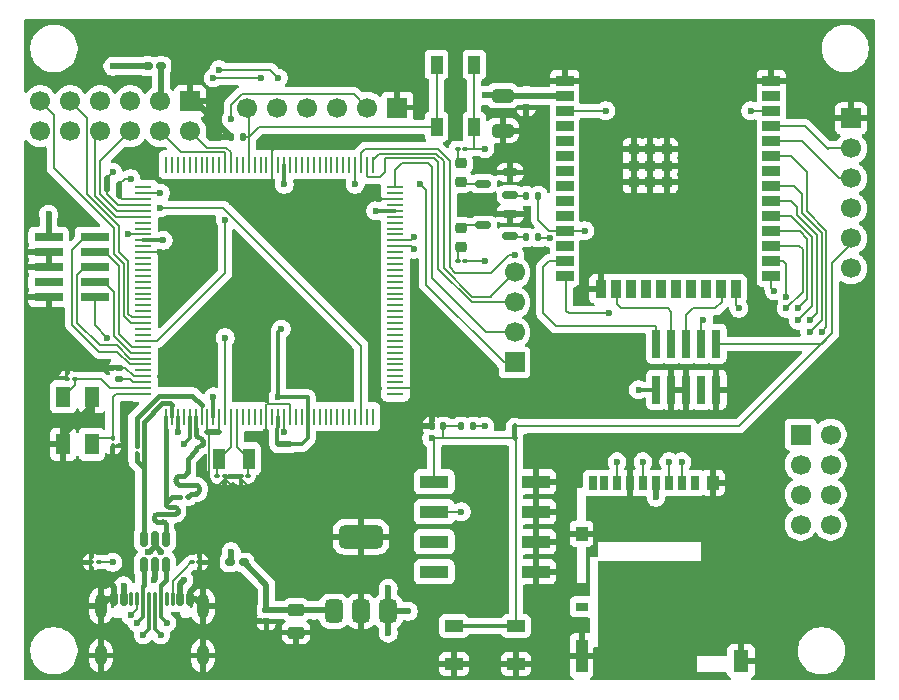
<source format=gbr>
%TF.GenerationSoftware,KiCad,Pcbnew,9.0.3*%
%TF.CreationDate,2025-07-12T13:39:52+12:00*%
%TF.ProjectId,RemiRAT,52656d69-5241-4542-9e6b-696361645f70,rev?*%
%TF.SameCoordinates,Original*%
%TF.FileFunction,Copper,L1,Top*%
%TF.FilePolarity,Positive*%
%FSLAX46Y46*%
G04 Gerber Fmt 4.6, Leading zero omitted, Abs format (unit mm)*
G04 Created by KiCad (PCBNEW 9.0.3) date 2025-07-12 13:39:52*
%MOMM*%
%LPD*%
G01*
G04 APERTURE LIST*
G04 Aperture macros list*
%AMRoundRect*
0 Rectangle with rounded corners*
0 $1 Rounding radius*
0 $2 $3 $4 $5 $6 $7 $8 $9 X,Y pos of 4 corners*
0 Add a 4 corners polygon primitive as box body*
4,1,4,$2,$3,$4,$5,$6,$7,$8,$9,$2,$3,0*
0 Add four circle primitives for the rounded corners*
1,1,$1+$1,$2,$3*
1,1,$1+$1,$4,$5*
1,1,$1+$1,$6,$7*
1,1,$1+$1,$8,$9*
0 Add four rect primitives between the rounded corners*
20,1,$1+$1,$2,$3,$4,$5,0*
20,1,$1+$1,$4,$5,$6,$7,0*
20,1,$1+$1,$6,$7,$8,$9,0*
20,1,$1+$1,$8,$9,$2,$3,0*%
G04 Aperture macros list end*
%TA.AperFunction,EtchedComponent*%
%ADD10C,0.000000*%
%TD*%
%TA.AperFunction,SMDPad,CuDef*%
%ADD11RoundRect,0.150000X-0.150000X-0.425000X0.150000X-0.425000X0.150000X0.425000X-0.150000X0.425000X0*%
%TD*%
%TA.AperFunction,SMDPad,CuDef*%
%ADD12RoundRect,0.075000X-0.075000X-0.500000X0.075000X-0.500000X0.075000X0.500000X-0.075000X0.500000X0*%
%TD*%
%TA.AperFunction,HeatsinkPad*%
%ADD13O,1.000000X2.100000*%
%TD*%
%TA.AperFunction,HeatsinkPad*%
%ADD14O,1.000000X1.800000*%
%TD*%
%TA.AperFunction,SMDPad,CuDef*%
%ADD15RoundRect,0.135000X-0.135000X-0.185000X0.135000X-0.185000X0.135000X0.185000X-0.135000X0.185000X0*%
%TD*%
%TA.AperFunction,SMDPad,CuDef*%
%ADD16RoundRect,0.100000X0.130000X0.100000X-0.130000X0.100000X-0.130000X-0.100000X0.130000X-0.100000X0*%
%TD*%
%TA.AperFunction,SMDPad,CuDef*%
%ADD17R,1.000000X1.550000*%
%TD*%
%TA.AperFunction,SMDPad,CuDef*%
%ADD18RoundRect,0.150000X0.512500X0.150000X-0.512500X0.150000X-0.512500X-0.150000X0.512500X-0.150000X0*%
%TD*%
%TA.AperFunction,SMDPad,CuDef*%
%ADD19RoundRect,0.100000X-0.130000X-0.100000X0.130000X-0.100000X0.130000X0.100000X-0.130000X0.100000X0*%
%TD*%
%TA.AperFunction,SMDPad,CuDef*%
%ADD20RoundRect,0.250000X-0.650000X0.325000X-0.650000X-0.325000X0.650000X-0.325000X0.650000X0.325000X0*%
%TD*%
%TA.AperFunction,SMDPad,CuDef*%
%ADD21R,1.470000X0.280000*%
%TD*%
%TA.AperFunction,SMDPad,CuDef*%
%ADD22R,0.280000X1.470000*%
%TD*%
%TA.AperFunction,SMDPad,CuDef*%
%ADD23RoundRect,0.218750X-0.256250X0.218750X-0.256250X-0.218750X0.256250X-0.218750X0.256250X0.218750X0*%
%TD*%
%TA.AperFunction,SMDPad,CuDef*%
%ADD24R,0.700000X1.200000*%
%TD*%
%TA.AperFunction,SMDPad,CuDef*%
%ADD25R,1.000000X0.800000*%
%TD*%
%TA.AperFunction,SMDPad,CuDef*%
%ADD26R,1.000000X1.200000*%
%TD*%
%TA.AperFunction,SMDPad,CuDef*%
%ADD27R,1.000000X2.800000*%
%TD*%
%TA.AperFunction,SMDPad,CuDef*%
%ADD28R,1.300000X1.900000*%
%TD*%
%TA.AperFunction,SMDPad,CuDef*%
%ADD29C,0.500000*%
%TD*%
%TA.AperFunction,SMDPad,CuDef*%
%ADD30RoundRect,0.375000X0.375000X-0.625000X0.375000X0.625000X-0.375000X0.625000X-0.375000X-0.625000X0*%
%TD*%
%TA.AperFunction,SMDPad,CuDef*%
%ADD31RoundRect,0.500000X1.400000X-0.500000X1.400000X0.500000X-1.400000X0.500000X-1.400000X-0.500000X0*%
%TD*%
%TA.AperFunction,SMDPad,CuDef*%
%ADD32RoundRect,0.140000X0.170000X-0.140000X0.170000X0.140000X-0.170000X0.140000X-0.170000X-0.140000X0*%
%TD*%
%TA.AperFunction,SMDPad,CuDef*%
%ADD33RoundRect,0.140000X0.140000X0.170000X-0.140000X0.170000X-0.140000X-0.170000X0.140000X-0.170000X0*%
%TD*%
%TA.AperFunction,SMDPad,CuDef*%
%ADD34RoundRect,0.218750X0.256250X-0.218750X0.256250X0.218750X-0.256250X0.218750X-0.256250X-0.218750X0*%
%TD*%
%TA.AperFunction,SMDPad,CuDef*%
%ADD35R,1.200000X1.800000*%
%TD*%
%TA.AperFunction,ComponentPad*%
%ADD36R,1.700000X1.700000*%
%TD*%
%TA.AperFunction,ComponentPad*%
%ADD37C,1.700000*%
%TD*%
%TA.AperFunction,SMDPad,CuDef*%
%ADD38RoundRect,0.100000X0.100000X-0.130000X0.100000X0.130000X-0.100000X0.130000X-0.100000X-0.130000X0*%
%TD*%
%TA.AperFunction,SMDPad,CuDef*%
%ADD39RoundRect,0.250000X-0.475000X0.250000X-0.475000X-0.250000X0.475000X-0.250000X0.475000X0.250000X0*%
%TD*%
%TA.AperFunction,SMDPad,CuDef*%
%ADD40R,0.740000X2.400000*%
%TD*%
%TA.AperFunction,SMDPad,CuDef*%
%ADD41R,2.440000X1.130000*%
%TD*%
%TA.AperFunction,SMDPad,CuDef*%
%ADD42R,1.498600X0.889000*%
%TD*%
%TA.AperFunction,SMDPad,CuDef*%
%ADD43R,0.889000X1.498600*%
%TD*%
%TA.AperFunction,SMDPad,CuDef*%
%ADD44R,0.889000X0.889000*%
%TD*%
%TA.AperFunction,SMDPad,CuDef*%
%ADD45RoundRect,0.100000X-0.100000X0.130000X-0.100000X-0.130000X0.100000X-0.130000X0.100000X0.130000X0*%
%TD*%
%TA.AperFunction,SMDPad,CuDef*%
%ADD46RoundRect,0.140000X-0.170000X0.140000X-0.170000X-0.140000X0.170000X-0.140000X0.170000X0.140000X0*%
%TD*%
%TA.AperFunction,SMDPad,CuDef*%
%ADD47RoundRect,0.160000X-0.222500X-0.160000X0.222500X-0.160000X0.222500X0.160000X-0.222500X0.160000X0*%
%TD*%
%TA.AperFunction,SMDPad,CuDef*%
%ADD48R,2.400000X0.740000*%
%TD*%
%TA.AperFunction,SMDPad,CuDef*%
%ADD49R,1.550000X1.000000*%
%TD*%
%TA.AperFunction,SMDPad,CuDef*%
%ADD50RoundRect,0.160000X0.222500X0.160000X-0.222500X0.160000X-0.222500X-0.160000X0.222500X-0.160000X0*%
%TD*%
%TA.AperFunction,SMDPad,CuDef*%
%ADD51RoundRect,0.135000X0.135000X0.185000X-0.135000X0.185000X-0.135000X-0.185000X0.135000X-0.185000X0*%
%TD*%
%TA.AperFunction,SMDPad,CuDef*%
%ADD52R,1.000000X1.800000*%
%TD*%
%TA.AperFunction,SMDPad,CuDef*%
%ADD53RoundRect,0.150000X0.150000X-0.512500X0.150000X0.512500X-0.150000X0.512500X-0.150000X-0.512500X0*%
%TD*%
%TA.AperFunction,ViaPad*%
%ADD54C,0.600000*%
%TD*%
%TA.AperFunction,Conductor*%
%ADD55C,0.200000*%
%TD*%
%TA.AperFunction,Conductor*%
%ADD56C,0.420000*%
%TD*%
%TA.AperFunction,Conductor*%
%ADD57C,0.500000*%
%TD*%
%TA.AperFunction,Conductor*%
%ADD58C,0.400000*%
%TD*%
%TA.AperFunction,Conductor*%
%ADD59C,0.300000*%
%TD*%
%TA.AperFunction,Conductor*%
%ADD60C,0.299974*%
%TD*%
%TA.AperFunction,Conductor*%
%ADD61C,0.500126*%
%TD*%
G04 APERTURE END LIST*
D10*
%TA.AperFunction,EtchedComponent*%
%TO.C,REF\u002A\u002A*%
G36*
X125750000Y-79500000D02*
G01*
X125250000Y-79500000D01*
X125250000Y-78500000D01*
X125750000Y-78500000D01*
X125750000Y-79500000D01*
G37*
%TD.AperFunction*%
%TA.AperFunction,EtchedComponent*%
G36*
X159250000Y-100000000D02*
G01*
X158750000Y-100000000D01*
X158750000Y-99000000D01*
X159250000Y-99000000D01*
X159250000Y-100000000D01*
G37*
%TD.AperFunction*%
%TA.AperFunction,EtchedComponent*%
G36*
X140000000Y-100750000D02*
G01*
X139000000Y-100750000D01*
X139000000Y-100250000D01*
X140000000Y-100250000D01*
X140000000Y-100750000D01*
G37*
%TD.AperFunction*%
%TA.AperFunction,EtchedComponent*%
G36*
X124750000Y-79000000D02*
G01*
X124250000Y-79000000D01*
X124250000Y-78000000D01*
X124750000Y-78000000D01*
X124750000Y-79000000D01*
G37*
%TD.AperFunction*%
%TA.AperFunction,EtchedComponent*%
G36*
X134000000Y-99750000D02*
G01*
X133000000Y-99750000D01*
X133000000Y-99250000D01*
X134000000Y-99250000D01*
X134000000Y-99750000D01*
G37*
%TD.AperFunction*%
%TD*%
D11*
%TO.P,J1,A1*%
%TO.N,GND*%
X125100000Y-113637500D03*
%TO.P,J1,A4*%
%TO.N,VBUS*%
X125900000Y-113637500D03*
D12*
%TO.P,J1,A5*%
%TO.N,CC1*%
X127050000Y-113637500D03*
%TO.P,J1,A6*%
%TO.N,USBDP*%
X128050000Y-113637500D03*
%TO.P,J1,A7*%
%TO.N,USBDM*%
X128550000Y-113637500D03*
%TO.P,J1,A8*%
%TO.N,N/C*%
X129550000Y-113637500D03*
D11*
%TO.P,J1,A9*%
%TO.N,VBUS*%
X130700000Y-113637500D03*
%TO.P,J1,A12*%
%TO.N,GND*%
X131500000Y-113637500D03*
%TO.P,J1,B1*%
X131500000Y-113637500D03*
%TO.P,J1,B4*%
%TO.N,VBUS*%
X130700000Y-113637500D03*
D12*
%TO.P,J1,B5*%
%TO.N,CC2*%
X130050000Y-113637500D03*
%TO.P,J1,B6*%
%TO.N,USBDP*%
X129050000Y-113637500D03*
%TO.P,J1,B7*%
%TO.N,USBDM*%
X127550000Y-113637500D03*
%TO.P,J1,B8*%
%TO.N,N/C*%
X126550000Y-113637500D03*
D11*
%TO.P,J1,B9*%
%TO.N,VBUS*%
X125900000Y-113637500D03*
%TO.P,J1,B12*%
%TO.N,GND*%
X125100000Y-113637500D03*
D13*
%TO.P,J1,S1*%
X123980000Y-114212500D03*
D14*
X123980000Y-118392500D03*
D13*
X132620000Y-114212500D03*
D14*
X132620000Y-118392500D03*
%TD*%
D15*
%TO.P,R11,1*%
%TO.N,IO26*%
X159990000Y-79500000D03*
%TO.P,R11,2*%
X161010000Y-79500000D03*
%TD*%
D16*
%TO.P,C7,1*%
%TO.N,XOUT32*%
X136475000Y-103237500D03*
%TO.P,C7,2*%
%TO.N,GND*%
X135835000Y-103237500D03*
%TD*%
D17*
%TO.P,S3,1*%
%TO.N,3.3V*%
X155600000Y-68375000D03*
%TO.P,S3,2*%
X155600000Y-73625000D03*
%TO.P,S3,3*%
%TO.N,ERASE/PC0*%
X152400000Y-68375000D03*
%TO.P,S3,4*%
X152400000Y-73625000D03*
%TD*%
D18*
%TO.P,Q2,1*%
%TO.N,IO26*%
X158637500Y-79400000D03*
%TO.P,Q2,2*%
%TO.N,GND*%
X158637500Y-77500000D03*
%TO.P,Q2,3*%
%TO.N,IO26*%
X156362500Y-78450000D03*
%TD*%
D19*
%TO.P,R4,1*%
%TO.N,USBDP*%
X130680000Y-105000000D03*
%TO.P,R4,2*%
X131320000Y-105000000D03*
%TD*%
D15*
%TO.P,R5,1*%
%TO.N,NRSTB*%
X154490000Y-99000000D03*
%TO.P,R5,2*%
%TO.N,3.3V*%
X155510000Y-99000000D03*
%TD*%
D20*
%TO.P,C8,1*%
%TO.N,3.3V*%
X158000000Y-71000000D03*
%TO.P,C8,2*%
%TO.N,GND*%
X158000000Y-73950000D03*
%TD*%
D21*
%TO.P,U1,1*%
%TO.N,N/C*%
X127580000Y-78750000D03*
%TO.P,U1,2*%
%TO.N,UTXD/PA9*%
X127580000Y-79250000D03*
%TO.P,U1,3*%
%TO.N,RXD0/PA10*%
X127580000Y-79750000D03*
%TO.P,U1,4*%
%TO.N,TXD0/PA11*%
X127580000Y-80250000D03*
%TO.P,U1,5*%
%TO.N,RXD1/PA12*%
X127580000Y-80750000D03*
%TO.P,U1,6*%
%TO.N,TDX1/PA13*%
X127580000Y-81250000D03*
%TO.P,U1,7*%
%TO.N,N/C*%
X127580000Y-81750000D03*
%TO.P,U1,8*%
X127580000Y-82250000D03*
%TO.P,U1,9*%
%TO.N,TWD0/PA17*%
X127580000Y-82750000D03*
%TO.P,U1,10*%
%TO.N,VDDCORE*%
X127580000Y-83250000D03*
%TO.P,U1,11*%
%TO.N,N/C*%
X127580000Y-83750000D03*
%TO.P,U1,12*%
%TO.N,GND*%
X127580000Y-84250000D03*
%TO.P,U1,13*%
%TO.N,N/C*%
X127580000Y-84750000D03*
%TO.P,U1,14*%
X127580000Y-85250000D03*
%TO.P,U1,15*%
X127580000Y-85750000D03*
%TO.P,U1,16*%
X127580000Y-86250000D03*
%TO.P,U1,17*%
X127580000Y-86750000D03*
%TO.P,U1,18*%
X127580000Y-87250000D03*
%TO.P,U1,19*%
X127580000Y-87750000D03*
%TO.P,U1,20*%
X127580000Y-88250000D03*
%TO.P,U1,21*%
X127580000Y-88750000D03*
%TO.P,U1,22*%
X127580000Y-89250000D03*
%TO.P,U1,23*%
%TO.N,CANTX0/PA0*%
X127580000Y-89750000D03*
%TO.P,U1,24*%
%TO.N,CANRX0/PA1*%
X127580000Y-90250000D03*
%TO.P,U1,25*%
%TO.N,N/C*%
X127580000Y-90750000D03*
%TO.P,U1,26*%
X127580000Y-91250000D03*
%TO.P,U1,27*%
%TO.N,URXD/PA8*%
X127580000Y-91750000D03*
%TO.P,U1,28*%
%TO.N,SAM-JTAG-TCK*%
X127580000Y-92250000D03*
%TO.P,U1,29*%
%TO.N,SAM-JTAG-TDI*%
X127580000Y-92750000D03*
%TO.P,U1,30*%
%TO.N,SAM-JTAG-TDO*%
X127580000Y-93250000D03*
%TO.P,U1,31*%
%TO.N,SAM-JTAG-TMS*%
X127580000Y-93750000D03*
%TO.P,U1,32*%
%TO.N,N/C*%
X127580000Y-94250000D03*
%TO.P,U1,33*%
%TO.N,GND*%
X127580000Y-94750000D03*
%TO.P,U1,34*%
%TO.N,VDDPLL*%
X127580000Y-95250000D03*
%TO.P,U1,35*%
%TO.N,XOUT*%
X127580000Y-95750000D03*
%TO.P,U1,36*%
%TO.N,XIN*%
X127580000Y-96250000D03*
D22*
%TO.P,U1,37*%
%TO.N,USBDP*%
X129500000Y-98170000D03*
%TO.P,U1,38*%
%TO.N,USBDM*%
X130000000Y-98170000D03*
%TO.P,U1,39*%
%TO.N,VBUS*%
X130500000Y-98170000D03*
%TO.P,U1,40*%
%TO.N,N/C*%
X131000000Y-98170000D03*
%TO.P,U1,41*%
%TO.N,3.3V*%
X131500000Y-98170000D03*
%TO.P,U1,42*%
%TO.N,USBDP*%
X132000000Y-98170000D03*
%TO.P,U1,43*%
%TO.N,USBDM*%
X132500000Y-98170000D03*
%TO.P,U1,44*%
%TO.N,GND*%
X133000000Y-98170000D03*
%TO.P,U1,45*%
%TO.N,VDDCORE*%
X133500000Y-98170000D03*
%TO.P,U1,46*%
%TO.N,SAM_JTAGSEL_PIN46*%
X134000000Y-98170000D03*
%TO.P,U1,47*%
%TO.N,NRSTB*%
X134500000Y-98170000D03*
%TO.P,U1,48*%
%TO.N,XIN32*%
X135000000Y-98170000D03*
%TO.P,U1,49*%
%TO.N,XOUT32*%
X135500000Y-98170000D03*
%TO.P,U1,50*%
%TO.N,N/C*%
X136000000Y-98170000D03*
%TO.P,U1,51*%
X136500000Y-98170000D03*
%TO.P,U1,52*%
X137000000Y-98170000D03*
%TO.P,U1,53*%
X137500000Y-98170000D03*
%TO.P,U1,54*%
%TO.N,GND*%
X138000000Y-98170000D03*
%TO.P,U1,55*%
%TO.N,N/C*%
X138500000Y-98170000D03*
%TO.P,U1,56*%
%TO.N,VDDOUT*%
X139000000Y-98170000D03*
%TO.P,U1,57*%
%TO.N,3.3V*%
X139500000Y-98170000D03*
%TO.P,U1,58*%
%TO.N,GND*%
X140000000Y-98170000D03*
%TO.P,U1,59*%
%TO.N,N/C*%
X140500000Y-98170000D03*
%TO.P,U1,60*%
X141000000Y-98170000D03*
%TO.P,U1,61*%
%TO.N,VDDCORE*%
X141500000Y-98170000D03*
%TO.P,U1,62*%
%TO.N,VDDIO*%
X142000000Y-98170000D03*
%TO.P,U1,63*%
%TO.N,N/C*%
X142500000Y-98170000D03*
%TO.P,U1,64*%
X143000000Y-98170000D03*
%TO.P,U1,65*%
X143500000Y-98170000D03*
%TO.P,U1,66*%
X144000000Y-98170000D03*
%TO.P,U1,67*%
X144500000Y-98170000D03*
%TO.P,U1,68*%
X145000000Y-98170000D03*
%TO.P,U1,69*%
%TO.N,NRST*%
X145500000Y-98170000D03*
%TO.P,U1,70*%
%TO.N,TWCK0/PA18*%
X146000000Y-98170000D03*
%TO.P,U1,71*%
%TO.N,N/C*%
X146500000Y-98170000D03*
%TO.P,U1,72*%
X147000000Y-98170000D03*
D21*
%TO.P,U1,73*%
X148920000Y-96250000D03*
%TO.P,U1,74*%
%TO.N,GND*%
X148920000Y-95750000D03*
%TO.P,U1,75*%
%TO.N,N/C*%
X148920000Y-95250000D03*
%TO.P,U1,76*%
X148920000Y-94750000D03*
%TO.P,U1,77*%
X148920000Y-94250000D03*
%TO.P,U1,78*%
X148920000Y-93750000D03*
%TO.P,U1,79*%
X148920000Y-93250000D03*
%TO.P,U1,80*%
X148920000Y-92750000D03*
%TO.P,U1,81*%
X148920000Y-92250000D03*
%TO.P,U1,82*%
X148920000Y-91750000D03*
%TO.P,U1,83*%
X148920000Y-91250000D03*
%TO.P,U1,84*%
X148920000Y-90750000D03*
%TO.P,U1,85*%
X148920000Y-90250000D03*
%TO.P,U1,86*%
X148920000Y-89750000D03*
%TO.P,U1,87*%
X148920000Y-89250000D03*
%TO.P,U1,88*%
X148920000Y-88750000D03*
%TO.P,U1,89*%
X148920000Y-88250000D03*
%TO.P,U1,90*%
X148920000Y-87750000D03*
%TO.P,U1,91*%
X148920000Y-87250000D03*
%TO.P,U1,92*%
X148920000Y-86750000D03*
%TO.P,U1,93*%
X148920000Y-86250000D03*
%TO.P,U1,94*%
X148920000Y-85750000D03*
%TO.P,U1,95*%
X148920000Y-85250000D03*
%TO.P,U1,96*%
X148920000Y-84750000D03*
%TO.P,U1,97*%
X148920000Y-84250000D03*
%TO.P,U1,98*%
%TO.N,D14/PC16*%
X148920000Y-83750000D03*
%TO.P,U1,99*%
%TO.N,D15/PC17*%
X148920000Y-83250000D03*
%TO.P,U1,100*%
%TO.N,N/C*%
X148920000Y-82750000D03*
%TO.P,U1,101*%
X148920000Y-82250000D03*
%TO.P,U1,102*%
X148920000Y-81750000D03*
%TO.P,U1,103*%
X148920000Y-81250000D03*
%TO.P,U1,104*%
%TO.N,VDDCORE*%
X148920000Y-80750000D03*
%TO.P,U1,105*%
%TO.N,N/C*%
X148920000Y-80250000D03*
%TO.P,U1,106*%
%TO.N,GND*%
X148920000Y-79750000D03*
%TO.P,U1,107*%
%TO.N,N/C*%
X148920000Y-79250000D03*
%TO.P,U1,108*%
%TO.N,SAM-SPI-MISO*%
X148920000Y-78750000D03*
D22*
%TO.P,U1,109*%
%TO.N,SAM-SPI-MOSI*%
X147000000Y-76830000D03*
%TO.P,U1,110*%
%TO.N,SAM-SPI-SCK*%
X146500000Y-76830000D03*
%TO.P,U1,111*%
%TO.N,SAM-SPI-NPCS0*%
X146000000Y-76830000D03*
%TO.P,U1,112*%
%TO.N,SAM-SPI-NPCS1*%
X145500000Y-76830000D03*
%TO.P,U1,113*%
%TO.N,N/C*%
X145000000Y-76830000D03*
%TO.P,U1,114*%
X144500000Y-76830000D03*
%TO.P,U1,115*%
X144000000Y-76830000D03*
%TO.P,U1,116*%
X143500000Y-76830000D03*
%TO.P,U1,117*%
X143000000Y-76830000D03*
%TO.P,U1,118*%
X142500000Y-76830000D03*
%TO.P,U1,119*%
X142000000Y-76830000D03*
%TO.P,U1,120*%
X141500000Y-76830000D03*
%TO.P,U1,121*%
X141000000Y-76830000D03*
%TO.P,U1,122*%
X140500000Y-76830000D03*
%TO.P,U1,123*%
X140000000Y-76830000D03*
%TO.P,U1,124*%
%TO.N,VDDCORE*%
X139500000Y-76830000D03*
%TO.P,U1,125*%
%TO.N,N/C*%
X139000000Y-76830000D03*
%TO.P,U1,126*%
%TO.N,GND*%
X138500000Y-76830000D03*
%TO.P,U1,127*%
%TO.N,N/C*%
X138000000Y-76830000D03*
%TO.P,U1,128*%
X137500000Y-76830000D03*
%TO.P,U1,129*%
X137000000Y-76830000D03*
%TO.P,U1,130*%
%TO.N,ERASE/PC0*%
X136500000Y-76830000D03*
%TO.P,U1,131*%
%TO.N,N/C*%
X136000000Y-76830000D03*
%TO.P,U1,132*%
X135500000Y-76830000D03*
%TO.P,U1,133*%
%TO.N,A1/PWML5/PC22*%
X135000000Y-76830000D03*
%TO.P,U1,134*%
%TO.N,A2/PWML6/PC23*%
X134500000Y-76830000D03*
%TO.P,U1,135*%
%TO.N,N/C*%
X134000000Y-76830000D03*
%TO.P,U1,136*%
X133500000Y-76830000D03*
%TO.P,U1,137*%
X133000000Y-76830000D03*
%TO.P,U1,138*%
X132500000Y-76830000D03*
%TO.P,U1,139*%
X132000000Y-76830000D03*
%TO.P,U1,140*%
X131500000Y-76830000D03*
%TO.P,U1,141*%
X131000000Y-76830000D03*
%TO.P,U1,142*%
X130500000Y-76830000D03*
%TO.P,U1,143*%
X130000000Y-76830000D03*
%TO.P,U1,144*%
X129500000Y-76830000D03*
%TD*%
D16*
%TO.P,C5,1*%
%TO.N,XOUT*%
X121790000Y-94970000D03*
%TO.P,C5,2*%
%TO.N,GND*%
X121150000Y-94970000D03*
%TD*%
D23*
%TO.P,LD1,1*%
%TO.N,IO22*%
X154500000Y-82212500D03*
%TO.P,LD1,2*%
%TO.N,3.3V*%
X154500000Y-83787500D03*
%TD*%
D24*
%TO.P,J4,1*%
%TO.N,N/C*%
X174275000Y-103775000D03*
%TO.P,J4,2*%
%TO.N,SAM-SPI-NPCS0*%
X173175000Y-103775000D03*
%TO.P,J4,3*%
%TO.N,SAM-SPI-MOSI*%
X172075000Y-103775000D03*
%TO.P,J4,4*%
%TO.N,3.3V*%
X170975000Y-103775000D03*
%TO.P,J4,5*%
%TO.N,SAM-SPI-SCK*%
X169875000Y-103775000D03*
%TO.P,J4,6*%
%TO.N,GND*%
X168775000Y-103775000D03*
%TO.P,J4,7*%
%TO.N,SAM-SPI-MISO*%
X167675000Y-103775000D03*
%TO.P,J4,8*%
%TO.N,N/C*%
X166575000Y-103775000D03*
%TO.P,J4,9*%
X165625000Y-103775000D03*
D25*
%TO.P,J4,10*%
X164675000Y-114275000D03*
D26*
%TO.P,J4,11*%
%TO.N,GND*%
X164675000Y-108075000D03*
D27*
X164675000Y-118425000D03*
D26*
X175825000Y-103775000D03*
D28*
X178175000Y-118875000D03*
%TD*%
D29*
%TO.P,REF\u002A\u002A,1*%
%TO.N,RXD0/PA10*%
X125500000Y-79500000D03*
%TO.P,REF\u002A\u002A,2*%
%TO.N,IO26*%
X125500000Y-78500000D03*
%TD*%
D30*
%TO.P,VR1,1*%
%TO.N,VBUS*%
X143700000Y-114650000D03*
%TO.P,VR1,2*%
%TO.N,GND*%
X146000000Y-114650000D03*
%TO.P,VR1,3*%
%TO.N,3.3V*%
X148300000Y-114650000D03*
D31*
%TO.P,VR1,4*%
%TO.N,GND*%
X146000000Y-108350000D03*
%TD*%
D32*
%TO.P,C10,1*%
%TO.N,VDDPLL*%
X125500000Y-94980000D03*
%TO.P,C10,2*%
%TO.N,GND*%
X125500000Y-94020000D03*
%TD*%
D33*
%TO.P,C3,1*%
%TO.N,NRSTB*%
X152980000Y-99000000D03*
%TO.P,C3,2*%
%TO.N,GND*%
X152020000Y-99000000D03*
%TD*%
D34*
%TO.P,LD2,1*%
%TO.N,IO26*%
X154500000Y-78287500D03*
%TO.P,LD2,2*%
%TO.N,3.3V*%
X154500000Y-76712500D03*
%TD*%
D29*
%TO.P,REF\u002A\u002A,1*%
%TO.N,NRSTB*%
X159000000Y-100000000D03*
%TO.P,REF\u002A\u002A,2*%
%TO.N,EN*%
X159000000Y-99000000D03*
%TD*%
D35*
%TO.P,Y1,1*%
%TO.N,XOUT*%
X120800000Y-96500000D03*
%TO.P,Y1,2*%
%TO.N,GND*%
X120800000Y-100500000D03*
%TO.P,Y1,3*%
%TO.N,XIN*%
X123200000Y-100500000D03*
%TO.P,Y1,4*%
%TO.N,GND*%
X123200000Y-96500000D03*
%TD*%
D36*
%TO.P,J3,1*%
%TO.N,GND*%
X187500000Y-72920000D03*
D37*
%TO.P,J3,2*%
%TO.N,ESP32TXD0*%
X187500000Y-75460000D03*
%TO.P,J3,3*%
%TO.N,ESP32RXD0*%
X187500000Y-78000000D03*
%TO.P,J3,4*%
%TO.N,3.3V*%
X187500000Y-80540000D03*
%TO.P,J3,5*%
%TO.N,EN*%
X187500000Y-83080000D03*
%TO.P,J3,6*%
%TO.N,IO0*%
X187500000Y-85620000D03*
%TD*%
D36*
%TO.P,J9,1*%
%TO.N,IO17*%
X183225000Y-99690000D03*
D37*
%TO.P,J9,2*%
%TO.N,IO5*%
X185765000Y-99690000D03*
%TO.P,J9,3*%
%TO.N,IO16*%
X183225000Y-102230000D03*
%TO.P,J9,4*%
%TO.N,IO18*%
X185765000Y-102230000D03*
%TO.P,J9,5*%
%TO.N,IO4*%
X183225000Y-104770000D03*
%TO.P,J9,6*%
%TO.N,IO19*%
X185765000Y-104770000D03*
%TO.P,J9,7*%
%TO.N,IO2*%
X183225000Y-107310000D03*
%TO.P,J9,8*%
%TO.N,IO21*%
X185765000Y-107310000D03*
%TD*%
D29*
%TO.P,REF\u002A\u002A,1*%
%TO.N,VDDOUT*%
X139000000Y-100500000D03*
%TO.P,REF\u002A\u002A,2*%
%TO.N,VDDCORE*%
X140000000Y-100500000D03*
%TD*%
%TO.P,REF\u002A\u002A,1*%
%TO.N,TXD0/PA11*%
X124500000Y-79000000D03*
%TO.P,REF\u002A\u002A,2*%
%TO.N,IO22*%
X124500000Y-78000000D03*
%TD*%
D16*
%TO.P,R1,1*%
%TO.N,CC1*%
X123820000Y-110500000D03*
%TO.P,R1,2*%
%TO.N,GND*%
X123180000Y-110500000D03*
%TD*%
D36*
%TO.P,J7,1*%
%TO.N,SAM-SPI-NPCS1*%
X159000000Y-93580000D03*
D37*
%TO.P,J7,2*%
%TO.N,SAM-SPI-MISO*%
X159000000Y-91040000D03*
%TO.P,J7,3*%
%TO.N,SAM-SPI-SCK*%
X159000000Y-88500000D03*
%TO.P,J7,4*%
%TO.N,SAM-SPI-MOSI*%
X159000000Y-85960000D03*
%TD*%
D19*
%TO.P,R2,1*%
%TO.N,CC2*%
X131680000Y-110500000D03*
%TO.P,R2,2*%
%TO.N,GND*%
X132320000Y-110500000D03*
%TD*%
D29*
%TO.P,REF\u002A\u002A,1*%
%TO.N,GND*%
X133000000Y-99500000D03*
%TO.P,REF\u002A\u002A,2*%
%TO.N,SAM_JTAGSEL_PIN46*%
X134000000Y-99500000D03*
%TD*%
D19*
%TO.P,R10,1*%
%TO.N,3.3V*%
X154180000Y-85000000D03*
%TO.P,R10,2*%
X154820000Y-85000000D03*
%TD*%
D38*
%TO.P,R3,1*%
%TO.N,USBDM*%
X127000000Y-101320000D03*
%TO.P,R3,2*%
X127000000Y-100680000D03*
%TD*%
D15*
%TO.P,R9,1*%
%TO.N,IO22*%
X159990000Y-83000000D03*
%TO.P,R9,2*%
X161010000Y-83000000D03*
%TD*%
D39*
%TO.P,C2,1*%
%TO.N,VBUS*%
X140500000Y-114550000D03*
%TO.P,C2,2*%
%TO.N,GND*%
X140500000Y-116450000D03*
%TD*%
D40*
%TO.P,J2,1*%
%TO.N,3.3V*%
X171000000Y-95900000D03*
%TO.P,J2,2*%
%TO.N,TMS/IO14*%
X171000000Y-92000000D03*
%TO.P,J2,3*%
%TO.N,GND*%
X172270000Y-95900000D03*
%TO.P,J2,4*%
%TO.N,TCK/IO13*%
X172270000Y-92000000D03*
%TO.P,J2,5*%
%TO.N,GND*%
X173540000Y-95900000D03*
%TO.P,J2,6*%
%TO.N,TDO/IO15*%
X173540000Y-92000000D03*
%TO.P,J2,7*%
%TO.N,N/C*%
X174810000Y-95900000D03*
%TO.P,J2,8*%
%TO.N,TDI/IO12*%
X174810000Y-92000000D03*
%TO.P,J2,9*%
%TO.N,GND*%
X176080000Y-95900000D03*
%TO.P,J2,10*%
%TO.N,EN*%
X176080000Y-92000000D03*
%TD*%
D41*
%TO.P,S2,1*%
%TO.N,NRSTB*%
X152200000Y-103690000D03*
%TO.P,S2,2*%
%TO.N,IO0*%
X152200000Y-106230000D03*
%TO.P,S2,3*%
%TO.N,N/C*%
X152200000Y-108770000D03*
%TO.P,S2,4*%
X152200000Y-111310000D03*
%TO.P,S2,5*%
%TO.N,GND*%
X160800000Y-111310000D03*
%TO.P,S2,6*%
X160800000Y-108770000D03*
%TO.P,S2,7*%
X160800000Y-106230000D03*
%TO.P,S2,8*%
X160800000Y-103690000D03*
%TD*%
D42*
%TO.P,U2,1*%
%TO.N,GND*%
X163250000Y-69745000D03*
%TO.P,U2,2*%
%TO.N,3.3V*%
X163250000Y-71015000D03*
%TO.P,U2,3*%
%TO.N,EN*%
X163250000Y-72285000D03*
%TO.P,U2,4*%
%TO.N,N/C*%
X163250000Y-73555000D03*
%TO.P,U2,5*%
X163250000Y-74825000D03*
%TO.P,U2,6*%
%TO.N,IO34*%
X163250000Y-76095000D03*
%TO.P,U2,7*%
%TO.N,IO35*%
X163250000Y-77365000D03*
%TO.P,U2,8*%
%TO.N,IO32*%
X163250000Y-78635000D03*
%TO.P,U2,9*%
%TO.N,IO33*%
X163250000Y-79905000D03*
%TO.P,U2,10*%
%TO.N,IO25*%
X163250000Y-81175000D03*
%TO.P,U2,11*%
%TO.N,IO26*%
X163250000Y-82445000D03*
%TO.P,U2,12*%
%TO.N,IO27*%
X163250000Y-83715000D03*
%TO.P,U2,13*%
%TO.N,TMS/IO14*%
X163250000Y-84985000D03*
%TO.P,U2,14*%
%TO.N,TDI/IO12*%
X163250000Y-86255000D03*
D43*
%TO.P,U2,15*%
%TO.N,GND*%
X166285000Y-87350002D03*
%TO.P,U2,16*%
%TO.N,TCK/IO13*%
X167555000Y-87350002D03*
%TO.P,U2,17*%
%TO.N,N/C*%
X168825000Y-87350002D03*
%TO.P,U2,18*%
X170095000Y-87350002D03*
%TO.P,U2,19*%
X171365000Y-87350002D03*
%TO.P,U2,20*%
X172635000Y-87350002D03*
%TO.P,U2,21*%
X173905000Y-87350002D03*
%TO.P,U2,22*%
X175175000Y-87350002D03*
%TO.P,U2,23*%
%TO.N,TDO/IO15*%
X176445000Y-87350002D03*
%TO.P,U2,24*%
%TO.N,IO2*%
X177715000Y-87350002D03*
D42*
%TO.P,U2,25*%
%TO.N,IO0*%
X180750000Y-86255000D03*
%TO.P,U2,26*%
%TO.N,IO4*%
X180750000Y-84985000D03*
%TO.P,U2,27*%
%TO.N,IO16*%
X180750000Y-83715000D03*
%TO.P,U2,28*%
%TO.N,IO17*%
X180750000Y-82445000D03*
%TO.P,U2,29*%
%TO.N,IO5*%
X180750000Y-81175000D03*
%TO.P,U2,30*%
%TO.N,IO18*%
X180750000Y-79905000D03*
%TO.P,U2,31*%
%TO.N,IO19*%
X180750000Y-78635000D03*
%TO.P,U2,32*%
%TO.N,N/C*%
X180750000Y-77365000D03*
%TO.P,U2,33*%
%TO.N,IO21*%
X180750000Y-76095000D03*
%TO.P,U2,34*%
%TO.N,ESP32RXD0*%
X180750000Y-74825000D03*
%TO.P,U2,35*%
%TO.N,ESP32TXD0*%
X180750000Y-73555000D03*
%TO.P,U2,36*%
%TO.N,IO22*%
X180750000Y-72285000D03*
%TO.P,U2,37*%
%TO.N,IO23*%
X180750000Y-71015000D03*
%TO.P,U2,38*%
%TO.N,GND*%
X180750000Y-69745000D03*
D44*
%TO.P,U2,39*%
X170495700Y-76931200D03*
%TO.P,U2,40*%
X169095700Y-75531200D03*
%TO.P,U2,41*%
X169095700Y-76931200D03*
%TO.P,U2,42*%
X169095700Y-78331200D03*
%TO.P,U2,43*%
X170495700Y-78331200D03*
%TO.P,U2,44*%
X170495700Y-75531200D03*
%TO.P,U2,45*%
X171895700Y-75531200D03*
%TO.P,U2,46*%
X171895700Y-76931200D03*
%TO.P,U2,47*%
X171895700Y-78331200D03*
%TD*%
D45*
%TO.P,C4,1*%
%TO.N,XIN*%
X124970000Y-100000000D03*
%TO.P,C4,2*%
%TO.N,GND*%
X124970000Y-100640000D03*
%TD*%
D19*
%TO.P,C6,1*%
%TO.N,XIN32*%
X133835000Y-103237500D03*
%TO.P,C6,2*%
%TO.N,GND*%
X134475000Y-103237500D03*
%TD*%
D36*
%TO.P,J8,1*%
%TO.N,GND*%
X131540000Y-71460000D03*
D37*
%TO.P,J8,2*%
%TO.N,A1/PWML5/PC22*%
X131540000Y-74000000D03*
%TO.P,J8,3*%
%TO.N,3.3VOUT*%
X129000000Y-71460000D03*
%TO.P,J8,4*%
%TO.N,A2/PWML6/PC23*%
X129000000Y-74000000D03*
%TO.P,J8,5*%
%TO.N,D14/PC16*%
X126460000Y-71460000D03*
%TO.P,J8,6*%
%TO.N,RXD1/PA12*%
X126460000Y-74000000D03*
%TO.P,J8,7*%
%TO.N,D15/PC17*%
X123920000Y-71460000D03*
%TO.P,J8,8*%
%TO.N,TDX1/PA13*%
X123920000Y-74000000D03*
%TO.P,J8,9*%
%TO.N,CANTX0/PA0*%
X121380000Y-71460000D03*
%TO.P,J8,10*%
%TO.N,TWCK0/PA18*%
X121380000Y-74000000D03*
%TO.P,J8,11*%
%TO.N,CANRX0/PA1*%
X118840000Y-71460000D03*
%TO.P,J8,12*%
%TO.N,TWD0/PA17*%
X118840000Y-74000000D03*
%TD*%
D46*
%TO.P,C1,1*%
%TO.N,VBUS*%
X138000000Y-114520000D03*
%TO.P,C1,2*%
%TO.N,GND*%
X138000000Y-115480000D03*
%TD*%
D47*
%TO.P,F1,1*%
%TO.N,VBUS*%
X134927500Y-110500000D03*
%TO.P,F1,2*%
X136072500Y-110500000D03*
%TD*%
D48*
%TO.P,J5,1*%
%TO.N,3.3V*%
X119550000Y-82960000D03*
%TO.P,J5,2*%
%TO.N,SAM-JTAG-TMS*%
X123450000Y-82960000D03*
%TO.P,J5,3*%
%TO.N,GND*%
X119550000Y-84230000D03*
%TO.P,J5,4*%
%TO.N,SAM-JTAG-TCK*%
X123450000Y-84230000D03*
%TO.P,J5,5*%
%TO.N,GND*%
X119550000Y-85500000D03*
%TO.P,J5,6*%
%TO.N,SAM-JTAG-TDO*%
X123450000Y-85500000D03*
%TO.P,J5,7*%
%TO.N,N/C*%
X119550000Y-86770000D03*
%TO.P,J5,8*%
%TO.N,SAM-JTAG-TDI*%
X123450000Y-86770000D03*
%TO.P,J5,9*%
%TO.N,GND*%
X119550000Y-88040000D03*
%TO.P,J5,10*%
%TO.N,NRSTB*%
X123450000Y-88040000D03*
%TD*%
D49*
%TO.P,S1,1*%
%TO.N,NRSTB*%
X153875000Y-115900000D03*
%TO.P,S1,2*%
X159125000Y-115900000D03*
%TO.P,S1,3*%
%TO.N,GND*%
X153875000Y-119100000D03*
%TO.P,S1,4*%
X159125000Y-119100000D03*
%TD*%
D50*
%TO.P,F2,1*%
%TO.N,3.3VOUT*%
X129072500Y-68500000D03*
%TO.P,F2,2*%
%TO.N,3.3V*%
X127927500Y-68500000D03*
%TD*%
D46*
%TO.P,C9,1*%
%TO.N,3.3V*%
X160000000Y-70995000D03*
%TO.P,C9,2*%
%TO.N,GND*%
X160000000Y-71955000D03*
%TD*%
D51*
%TO.P,R8,1*%
%TO.N,ERASE/PC0*%
X136010000Y-74500000D03*
%TO.P,R8,2*%
%TO.N,GND*%
X134990000Y-74500000D03*
%TD*%
D36*
%TO.P,J6,1*%
%TO.N,GND*%
X149080000Y-72000000D03*
D37*
%TO.P,J6,2*%
%TO.N,UTXD/PA9*%
X146540000Y-72000000D03*
%TO.P,J6,3*%
%TO.N,URXD/PA8*%
X144000000Y-72000000D03*
%TO.P,J6,4*%
%TO.N,3.3V*%
X141460000Y-72000000D03*
%TO.P,J6,5*%
%TO.N,NRSTB*%
X138920000Y-72000000D03*
%TO.P,J6,6*%
%TO.N,ERASE/PC0*%
X136380000Y-72000000D03*
%TD*%
D16*
%TO.P,R12,1*%
%TO.N,3.3V*%
X154820000Y-75500000D03*
%TO.P,R12,2*%
X154180000Y-75500000D03*
%TD*%
D52*
%TO.P,Y2,1*%
%TO.N,XOUT32*%
X136500000Y-101737500D03*
%TO.P,Y2,2*%
%TO.N,XIN32*%
X134000000Y-101737500D03*
%TD*%
D18*
%TO.P,Q1,1*%
%TO.N,IO22*%
X158637500Y-82900000D03*
%TO.P,Q1,2*%
%TO.N,GND*%
X158637500Y-81000000D03*
%TO.P,Q1,3*%
%TO.N,IO22*%
X156362500Y-81950000D03*
%TD*%
D53*
%TO.P,U3,1*%
%TO.N,USBDM*%
X127600000Y-110775000D03*
%TO.P,U3,2*%
%TO.N,GND*%
X128550000Y-110775000D03*
%TO.P,U3,3*%
%TO.N,USBDP*%
X129500000Y-110775000D03*
%TO.P,U3,4*%
X129500000Y-108500000D03*
%TO.P,U3,5*%
%TO.N,VBUS*%
X128550000Y-108500000D03*
%TO.P,U3,6*%
%TO.N,USBDM*%
X127600000Y-108500000D03*
%TD*%
D54*
%TO.N,GND*%
X128500000Y-112000000D03*
X160000000Y-77500000D03*
X160000000Y-81000000D03*
%TO.N,USBDP*%
X129550000Y-115637500D03*
X127550000Y-116637500D03*
%TO.N,USBDM*%
X129050000Y-116637500D03*
X127050000Y-115637500D03*
%TO.N,GND*%
X147500000Y-79750000D03*
X150500000Y-95750000D03*
X138000000Y-99500000D03*
X129000000Y-84250000D03*
%TO.N,VBUS*%
X135000000Y-109613500D03*
X128000000Y-109613500D03*
X130500000Y-99500000D03*
X125900000Y-112500000D03*
X142000000Y-114550000D03*
X129096900Y-109613500D03*
X131000000Y-112000000D03*
%TO.N,CC1*%
X125000000Y-110500000D03*
X126500000Y-115000000D03*
%TO.N,3.3V*%
X148300000Y-116500000D03*
X131000000Y-100500000D03*
X169500000Y-95900000D03*
X139500000Y-99500000D03*
X148300000Y-112700000D03*
X170975000Y-105000000D03*
X150000000Y-114650000D03*
X156500000Y-99000000D03*
X156500000Y-85000000D03*
X119550000Y-81050000D03*
X156500000Y-75500000D03*
X156500000Y-70975000D03*
X125000000Y-68500000D03*
%TO.N,VDDCORE*%
X139500000Y-78500000D03*
X139250000Y-90750000D03*
X129250000Y-83250000D03*
X133500000Y-96500000D03*
X139000000Y-96500000D03*
X147250000Y-80750000D03*
%TO.N,EN*%
X166720000Y-72280000D03*
%TO.N,IO22*%
X162000000Y-83041000D03*
X179000000Y-72280000D03*
X125000000Y-77500000D03*
%TO.N,IO21*%
X185000000Y-91000000D03*
%TO.N,IO19*%
X184000000Y-91000000D03*
%TO.N,IO18*%
X184000000Y-90000000D03*
%TO.N,IO5*%
X183000000Y-90000000D03*
%TO.N,IO17*%
X183000000Y-89000000D03*
%TO.N,IO16*%
X182000000Y-89000000D03*
%TO.N,IO4*%
X182000000Y-88000000D03*
%TO.N,IO0*%
X154500000Y-106230000D03*
X181000000Y-87500000D03*
%TO.N,IO2*%
X178000000Y-89000000D03*
%TO.N,IO26*%
X126500000Y-78019540D03*
X164940000Y-82440000D03*
%TO.N,TDI/IO12*%
X175000000Y-90000000D03*
X167000000Y-89425000D03*
%TO.N,SAM-SPI-MISO*%
X167675000Y-102000000D03*
%TO.N,SAM-SPI-MOSI*%
X172075000Y-102000000D03*
%TO.N,SAM-SPI-SCK*%
X169875000Y-102000000D03*
%TO.N,SAM-SPI-NPCS0*%
X159000000Y-84500000D03*
X173175000Y-102000000D03*
%TO.N,SAM-SPI-NPCS1*%
X151000000Y-78500000D03*
X145500000Y-78500000D03*
%TO.N,UTXD/PA9*%
X134999000Y-73000000D03*
X129000000Y-79250000D03*
%TO.N,URXD/PA8*%
X134500000Y-81500000D03*
%TO.N,NRSTB*%
X124500000Y-91500000D03*
X134500000Y-91500000D03*
X152000000Y-100000000D03*
%TO.N,TWCK0/PA18*%
X129000000Y-80500000D03*
%TO.N,TWD0/PA17*%
X126250000Y-82750000D03*
%TO.N,D15/PC17*%
X134000000Y-68798000D03*
X139000000Y-69500000D03*
X150500000Y-83000000D03*
%TO.N,D14/PC16*%
X137500000Y-69501000D03*
X133500000Y-69501000D03*
X150500000Y-84000000D03*
%TD*%
D55*
%TO.N,3.3V*%
X154180000Y-85000000D02*
X154180000Y-84107500D01*
X154180000Y-84107500D02*
X154500000Y-83787500D01*
X154180000Y-75500000D02*
X154180000Y-76392500D01*
X154180000Y-76392500D02*
X154500000Y-76712500D01*
%TO.N,GND*%
X133103365Y-99603365D02*
X133103365Y-103603365D01*
X134475000Y-103475000D02*
X134475000Y-103237500D01*
X133103365Y-103603365D02*
X133500000Y-104000000D01*
X133000000Y-99500000D02*
X133103365Y-99603365D01*
X133500000Y-104000000D02*
X133950000Y-104000000D01*
X133950000Y-104000000D02*
X134475000Y-103475000D01*
D56*
%TO.N,USBDM*%
X127600000Y-110775000D02*
X127600000Y-112450000D01*
X127600000Y-112450000D02*
X127550000Y-112500000D01*
D55*
%TO.N,GND*%
X138500000Y-75000000D02*
X138500000Y-78500000D01*
X138500000Y-76830000D02*
X138500000Y-75000000D01*
%TO.N,IO26*%
X159990000Y-79500000D02*
X158737500Y-79500000D01*
X158737500Y-79500000D02*
X158637500Y-79400000D01*
X156362500Y-78450000D02*
X154662500Y-78450000D01*
X154662500Y-78450000D02*
X154500000Y-78287500D01*
X161010000Y-79500000D02*
X161010000Y-81490000D01*
X161010000Y-81490000D02*
X161000000Y-81500000D01*
%TO.N,IO22*%
X156362500Y-81950000D02*
X154762500Y-81950000D01*
X154762500Y-81950000D02*
X154500000Y-82212500D01*
X159990000Y-83000000D02*
X158737500Y-83000000D01*
X158737500Y-83000000D02*
X158637500Y-82900000D01*
X162000000Y-83041000D02*
X161051000Y-83041000D01*
X161051000Y-83041000D02*
X161010000Y-83000000D01*
%TO.N,3.3V*%
X155600000Y-68375000D02*
X155600000Y-73625000D01*
D57*
X156500000Y-70975000D02*
X157975000Y-70975000D01*
X157975000Y-70975000D02*
X158000000Y-71000000D01*
D55*
X155600000Y-73625000D02*
X155600000Y-75400000D01*
X155500000Y-75500000D02*
X155600000Y-75400000D01*
X155500000Y-75500000D02*
X154820000Y-75500000D01*
X156500000Y-85000000D02*
X154820000Y-85000000D01*
X156500000Y-75500000D02*
X155500000Y-75500000D01*
D57*
%TO.N,VBUS*%
X138000000Y-114520000D02*
X138000000Y-112427500D01*
X138000000Y-112427500D02*
X136072500Y-110500000D01*
X135000000Y-109613500D02*
X135000000Y-110427500D01*
X135000000Y-110427500D02*
X134927500Y-110500000D01*
X125900000Y-112500000D02*
X125900000Y-113637500D01*
X131000000Y-112000000D02*
X130700000Y-112300000D01*
X130700000Y-112300000D02*
X130700000Y-113637500D01*
D55*
%TO.N,GND*%
X135835000Y-103237500D02*
X135835000Y-103437499D01*
X135835000Y-103437499D02*
X136897501Y-104500000D01*
X136897501Y-104500000D02*
X137000000Y-104500000D01*
X135500000Y-104500000D02*
X137000000Y-104500000D01*
X138000000Y-103500000D02*
X138000000Y-99500000D01*
X134475000Y-103475000D02*
X135500000Y-104500000D01*
X137000000Y-104500000D02*
X138000000Y-103500000D01*
X134475000Y-103237500D02*
X135835000Y-103237500D01*
%TO.N,XIN32*%
X133835000Y-103237500D02*
X133835000Y-101902500D01*
X133835000Y-101902500D02*
X134000000Y-101737500D01*
%TO.N,GND*%
X133000000Y-99500000D02*
X133000000Y-98170000D01*
%TO.N,CC1*%
X123820000Y-110500000D02*
X125000000Y-110500000D01*
%TO.N,CC2*%
X130050000Y-112100057D02*
X131075029Y-111075029D01*
X131680000Y-110500000D02*
X131650058Y-110500000D01*
X131650058Y-110500000D02*
X131075029Y-111075029D01*
D57*
%TO.N,GND*%
X128550000Y-110775000D02*
X128550000Y-111950000D01*
X128550000Y-111950000D02*
X128500000Y-112000000D01*
D56*
%TO.N,USBDP*%
X129500000Y-112000000D02*
X129500000Y-110775000D01*
D58*
%TO.N,USBDM*%
X127000000Y-101320000D02*
X127000000Y-101900000D01*
X127000000Y-101900000D02*
X127600000Y-102500000D01*
D56*
X127000000Y-100680000D02*
X127000000Y-98300000D01*
X127000000Y-98300000D02*
X128900000Y-96400000D01*
X128900000Y-96400000D02*
X131707000Y-96400000D01*
X131707000Y-96400000D02*
X132500000Y-97193000D01*
D58*
%TO.N,USBDP*%
X132020000Y-104700000D02*
X131620000Y-104700000D01*
X131620000Y-104700000D02*
X131320000Y-105000000D01*
D56*
X129500000Y-108500000D02*
X129500000Y-107294284D01*
D58*
X131320000Y-105000000D02*
X131320000Y-104905046D01*
X130680000Y-105000000D02*
X130000000Y-105000000D01*
X129500000Y-105494284D02*
X129505716Y-105494284D01*
X129505716Y-105494284D02*
X130000000Y-105000000D01*
D56*
X129050000Y-112450000D02*
X129500000Y-112000000D01*
D59*
X129050000Y-113637500D02*
X129050000Y-112450000D01*
D58*
X132051000Y-99500000D02*
X132051000Y-99201057D01*
D59*
X129500000Y-98170000D02*
X129500000Y-99194000D01*
D58*
X130620000Y-103200000D02*
X131020000Y-103200000D01*
X130500000Y-106214284D02*
X130500000Y-106094284D01*
D59*
X128050000Y-113637500D02*
X128050000Y-116137500D01*
D58*
X129260000Y-107054284D02*
X128740000Y-107054284D01*
D59*
X128050000Y-116137500D02*
X127550000Y-116637500D01*
D56*
X129500000Y-105095015D02*
X129500000Y-99316000D01*
D58*
X132601000Y-100450000D02*
X132601000Y-100250000D01*
X130260000Y-105854284D02*
X129740000Y-105854284D01*
X128740000Y-106454284D02*
X130260000Y-106454284D01*
X129500000Y-105614284D02*
X129500000Y-105494284D01*
X129500000Y-105494284D02*
X129500000Y-105095015D01*
X129500000Y-105614284D02*
X129500000Y-105500000D01*
X132320000Y-104400000D02*
X132320000Y-104250000D01*
X131320000Y-102900000D02*
X131320000Y-101731000D01*
X129500000Y-105500000D02*
X130000000Y-105000000D01*
X132051000Y-99700000D02*
X132051000Y-99500000D01*
X130620000Y-103950000D02*
X132020000Y-103950000D01*
D59*
X129050000Y-115137500D02*
X129550000Y-115637500D01*
D58*
X128500000Y-106814284D02*
X128500000Y-106694284D01*
D59*
X132000000Y-99150057D02*
X132000000Y-98170000D01*
D58*
X130320000Y-103650000D02*
X130320000Y-103500000D01*
D59*
X129050000Y-113637500D02*
X129050000Y-115137500D01*
D58*
X131320000Y-101731000D02*
X132051000Y-101000000D01*
X132601000Y-100250000D02*
G75*
G03*
X132326000Y-99975000I-275000J0D01*
G01*
X128500000Y-106694284D02*
G75*
G02*
X128740000Y-106454300I240000J-16D01*
G01*
X132320000Y-104250000D02*
G75*
G03*
X132020000Y-103950000I-300000J0D01*
G01*
X132020000Y-104700000D02*
G75*
G03*
X132320000Y-104400000I0J300000D01*
G01*
X132326000Y-100725000D02*
G75*
G03*
X132601000Y-100450000I0J275000D01*
G01*
X132051000Y-101000000D02*
G75*
G02*
X132326000Y-100725000I275000J0D01*
G01*
X130500000Y-106094284D02*
G75*
G03*
X130260000Y-105854300I-240000J-16D01*
G01*
X128740000Y-107054284D02*
G75*
G02*
X128500016Y-106814284I0J239984D01*
G01*
X131020000Y-103200000D02*
G75*
G03*
X131320000Y-102900000I0J300000D01*
G01*
X132326000Y-99975000D02*
G75*
G02*
X132051000Y-99700000I0J275000D01*
G01*
X130320000Y-103500000D02*
G75*
G02*
X130620000Y-103200000I300000J0D01*
G01*
X129740000Y-105854284D02*
G75*
G02*
X129500016Y-105614284I0J239984D01*
G01*
X130260000Y-106454284D02*
G75*
G03*
X130499984Y-106214284I0J239984D01*
G01*
X130620000Y-103950000D02*
G75*
G02*
X130320000Y-103650000I0J300000D01*
G01*
X129500000Y-107294284D02*
G75*
G03*
X129260000Y-107054300I-240000J-16D01*
G01*
D55*
%TO.N,USBDM*%
X132500000Y-97193000D02*
X132500000Y-98170000D01*
D56*
X129807000Y-97000000D02*
X130000000Y-97193000D01*
D59*
X127550000Y-115137500D02*
X127050000Y-115637500D01*
D56*
X127600000Y-108500000D02*
X127600000Y-102500000D01*
D59*
X128550000Y-113637500D02*
X128550000Y-116137500D01*
X130000000Y-97193000D02*
X130000000Y-98170000D01*
X127550000Y-113637500D02*
X127550000Y-115137500D01*
X128550000Y-116137500D02*
X129050000Y-116637500D01*
X127550000Y-113637500D02*
X127550000Y-112500000D01*
D56*
X127600000Y-102500000D02*
X127600000Y-98593000D01*
X129193000Y-97000000D02*
X129807000Y-97000000D01*
X127600000Y-98593000D02*
X129193000Y-97000000D01*
D57*
%TO.N,GND*%
X123200000Y-97300000D02*
X120800000Y-99700000D01*
D55*
X140000000Y-97193000D02*
X139941000Y-97134000D01*
X148920000Y-79750000D02*
X147500000Y-79750000D01*
X138000000Y-97193000D02*
X138000000Y-98170000D01*
D57*
X131500000Y-113637500D02*
X131500000Y-113000000D01*
D55*
X139941000Y-97134000D02*
X138059000Y-97134000D01*
X123757100Y-94020000D02*
X125500000Y-94020000D01*
D57*
X124555000Y-113637500D02*
X123980000Y-114212500D01*
D55*
X148920000Y-95750000D02*
X150500000Y-95750000D01*
X119550000Y-89812900D02*
X123757100Y-94020000D01*
D57*
X123200000Y-96500000D02*
X123200000Y-97300000D01*
X132500000Y-112000000D02*
X133500000Y-112000000D01*
X133745000Y-73255000D02*
X134990000Y-74500000D01*
D55*
X140000000Y-98170000D02*
X140000000Y-97193000D01*
D57*
X131500000Y-113000000D02*
X132500000Y-112000000D01*
X133398000Y-73000000D02*
X133490000Y-73000000D01*
X120800000Y-99700000D02*
X120800000Y-100500000D01*
D55*
X119550000Y-88040000D02*
X119550000Y-89812900D01*
D57*
X124500000Y-112000000D02*
X123500000Y-112000000D01*
X182745000Y-69745000D02*
X185920000Y-72920000D01*
D55*
X138059000Y-97134000D02*
X138000000Y-97193000D01*
D57*
X124500000Y-112000000D02*
X125100000Y-112600000D01*
X131500000Y-113637500D02*
X132045000Y-113637500D01*
D55*
X126020000Y-94020000D02*
X125500000Y-94020000D01*
X138000000Y-98170000D02*
X138000000Y-99500000D01*
D57*
X185920000Y-72920000D02*
X188000000Y-72920000D01*
X125100000Y-113637500D02*
X125100000Y-112600000D01*
X132045000Y-113637500D02*
X132620000Y-114212500D01*
X133490000Y-73000000D02*
X133745000Y-73255000D01*
D55*
X127580000Y-94750000D02*
X126750000Y-94750000D01*
D57*
X131500000Y-113637500D02*
X131500000Y-113062075D01*
D55*
X138500000Y-76830000D02*
X138500000Y-75853000D01*
X127580000Y-84250000D02*
X129000000Y-84250000D01*
D57*
X131500000Y-113062075D02*
X131531038Y-113031037D01*
X180750000Y-69745000D02*
X182745000Y-69745000D01*
D55*
X126750000Y-94750000D02*
X126020000Y-94020000D01*
D57*
X131950000Y-71460000D02*
X133745000Y-73255000D01*
X125100000Y-113637500D02*
X124555000Y-113637500D01*
%TO.N,VBUS*%
X140500000Y-114550000D02*
X142000000Y-114550000D01*
X138000000Y-114520000D02*
X140470000Y-114520000D01*
X128550000Y-108500000D02*
X128550000Y-109162499D01*
X128098999Y-109613500D02*
X128000000Y-109613500D01*
X128550000Y-109066600D02*
X129096900Y-109613500D01*
X142000000Y-114550000D02*
X143600000Y-114550000D01*
D60*
X130500000Y-98170000D02*
X130500000Y-99500000D01*
D57*
X128550000Y-108500000D02*
X128550000Y-109066600D01*
X128550000Y-109162499D02*
X128098999Y-109613500D01*
D55*
%TO.N,CC2*%
X130050000Y-113637500D02*
X130050000Y-112100057D01*
X131075029Y-111075029D02*
X131650057Y-110500000D01*
%TO.N,CC1*%
X127050000Y-114450000D02*
X126500000Y-115000000D01*
X127050000Y-113637500D02*
X127050000Y-114450000D01*
D57*
%TO.N,3.3V*%
X148300000Y-114650000D02*
X150000000Y-114650000D01*
X170975000Y-105000000D02*
X170975000Y-103775000D01*
D59*
X131500000Y-98170000D02*
X131500000Y-100000000D01*
D55*
X156500000Y-99000000D02*
X155510000Y-99000000D01*
D57*
X160000000Y-70995000D02*
X163335000Y-70995000D01*
X148300000Y-116500000D02*
X148300000Y-114650000D01*
X119550000Y-81050000D02*
X119550000Y-82960000D01*
D61*
X127927500Y-68500000D02*
X125000000Y-68500000D01*
D57*
X148300000Y-114650000D02*
X148300000Y-112700000D01*
D55*
X139500000Y-98170000D02*
X139500000Y-99500000D01*
D57*
X158000000Y-71000000D02*
X159995000Y-71000000D01*
D59*
X171000000Y-95900000D02*
X169500000Y-95900000D01*
X131500000Y-100000000D02*
X131000000Y-100500000D01*
%TO.N,VDDOUT*%
X138849000Y-99230346D02*
X138849000Y-100349000D01*
X138849000Y-100349000D02*
X139000000Y-100500000D01*
X139000000Y-98170000D02*
X139000000Y-99079346D01*
X139000000Y-99079346D02*
X138849000Y-99230346D01*
%TO.N,VDDCORE*%
X133500000Y-96500000D02*
X133500000Y-98170000D01*
X141500000Y-100000000D02*
X141000000Y-100500000D01*
X139250000Y-90750000D02*
X139000000Y-91000000D01*
X139000000Y-96500000D02*
X141500000Y-96500000D01*
X139500000Y-76830000D02*
X139500000Y-78500000D01*
X141500000Y-98170000D02*
X141500000Y-100000000D01*
X139000000Y-91000000D02*
X139000000Y-96500000D01*
X148920000Y-80750000D02*
X147250000Y-80750000D01*
X141000000Y-100500000D02*
X140020000Y-100500000D01*
X141500000Y-98170000D02*
X141500000Y-96500000D01*
X127580000Y-83250000D02*
X129250000Y-83250000D01*
D55*
%TO.N,XIN*%
X124970000Y-96530000D02*
X124970000Y-100000000D01*
X124970000Y-100000000D02*
X123700000Y-100000000D01*
X127580000Y-96250000D02*
X125250000Y-96250000D01*
X125250000Y-96250000D02*
X124970000Y-96530000D01*
%TO.N,XOUT*%
X124780000Y-95750000D02*
X124000000Y-94970000D01*
X124000000Y-94970000D02*
X121790000Y-94970000D01*
X121790000Y-95510000D02*
X120800000Y-96500000D01*
X127580000Y-95750000D02*
X124780000Y-95750000D01*
X121790000Y-94970000D02*
X121790000Y-95510000D01*
%TO.N,XIN32*%
X135000000Y-100737500D02*
X134000000Y-101737500D01*
X135000000Y-98170000D02*
X135000000Y-100737500D01*
%TO.N,XOUT32*%
X135500000Y-100737500D02*
X136500000Y-101737500D01*
X135500000Y-98170000D02*
X135500000Y-100737500D01*
X136475000Y-103237500D02*
X136475000Y-101762500D01*
%TO.N,EN*%
X160000000Y-98990000D02*
X178010000Y-98990000D01*
X159990000Y-99000000D02*
X160000000Y-98990000D01*
X185000000Y-92000000D02*
X176080000Y-92000000D01*
X178010000Y-98990000D02*
X185899000Y-91101000D01*
X185899000Y-91101000D02*
X185000000Y-92000000D01*
X185899000Y-85181000D02*
X188000000Y-83080000D01*
X185899000Y-91101000D02*
X185899000Y-85181000D01*
X159000000Y-99000000D02*
X159990000Y-99000000D01*
X163350000Y-72280000D02*
X166720000Y-72280000D01*
%TO.N,ESP32TXD0*%
X180750000Y-73555000D02*
X183555000Y-73555000D01*
X185500000Y-75500000D02*
X185540000Y-75460000D01*
X183555000Y-73555000D02*
X185500000Y-75500000D01*
X185540000Y-75460000D02*
X188000000Y-75460000D01*
%TO.N,ESP32RXD0*%
X180750000Y-74825000D02*
X183305900Y-74825000D01*
X183305900Y-74825000D02*
X186480900Y-78000000D01*
X186480900Y-78000000D02*
X188000000Y-78000000D01*
%TO.N,IO22*%
X180850000Y-72280000D02*
X179280000Y-72280000D01*
X125000000Y-77500000D02*
X124500000Y-78000000D01*
%TO.N,IO21*%
X185401000Y-82427720D02*
X183736640Y-80763360D01*
X182405000Y-76095000D02*
X180750000Y-76095000D01*
X185401000Y-90599000D02*
X185000000Y-91000000D01*
X183736640Y-77426640D02*
X182405000Y-76095000D01*
X185401000Y-90599000D02*
X185401000Y-82427720D01*
X183736640Y-80763360D02*
X183736640Y-77426640D01*
%TO.N,IO19*%
X183335640Y-80929460D02*
X183335640Y-79335640D01*
X182635000Y-78635000D02*
X180750000Y-78635000D01*
X184000000Y-91000000D02*
X185000000Y-90000000D01*
X185000000Y-90000000D02*
X185000000Y-82593820D01*
X183335640Y-79335640D02*
X182635000Y-78635000D01*
X185000000Y-82593820D02*
X183335640Y-80929460D01*
%TO.N,IO18*%
X180750000Y-79905000D02*
X182405000Y-79905000D01*
X182405000Y-79905000D02*
X182919540Y-80419540D01*
X184599000Y-82759920D02*
X184599000Y-89401000D01*
X184599000Y-89401000D02*
X184000000Y-90000000D01*
X182919540Y-80419540D02*
X182919540Y-81080460D01*
X182919540Y-81080460D02*
X184599000Y-82759920D01*
%TO.N,IO5*%
X184198000Y-88802000D02*
X184198000Y-82926020D01*
X182446980Y-81175000D02*
X180750000Y-81175000D01*
X182446980Y-81175000D02*
X184198000Y-82926020D01*
X183000000Y-90000000D02*
X184198000Y-88802000D01*
%TO.N,IO17*%
X183797000Y-83092120D02*
X183797000Y-88203000D01*
X183149880Y-82445000D02*
X183797000Y-83092120D01*
X183797000Y-88203000D02*
X183000000Y-89000000D01*
X180750000Y-82445000D02*
X183149880Y-82445000D01*
%TO.N,IO16*%
X180750000Y-83715000D02*
X183111000Y-83715000D01*
X182000000Y-89000000D02*
X183396000Y-87604000D01*
X183396000Y-84000000D02*
X183396000Y-87604000D01*
X183111000Y-83715000D02*
X183396000Y-84000000D01*
%TO.N,IO4*%
X181699300Y-84985000D02*
X180750000Y-84985000D01*
X182000000Y-88000000D02*
X182000000Y-85285700D01*
X182000000Y-85285700D02*
X181699300Y-84985000D01*
%TO.N,IO0*%
X180750000Y-87250000D02*
X181000000Y-87500000D01*
X154500000Y-106230000D02*
X152200000Y-106230000D01*
X180750000Y-86255000D02*
X180750000Y-87250000D01*
%TO.N,IO2*%
X177715000Y-88715000D02*
X178000000Y-89000000D01*
X177715000Y-87350002D02*
X177715000Y-88715000D01*
%TO.N,IO26*%
X161000000Y-79510000D02*
X161000000Y-81500000D01*
X126500000Y-78019540D02*
X125980460Y-78019540D01*
X125980460Y-78019540D02*
X125500000Y-78500000D01*
X163350000Y-82440000D02*
X164940000Y-82440000D01*
X161940000Y-82440000D02*
X163350000Y-82440000D01*
X161000000Y-81500000D02*
X161940000Y-82440000D01*
%TO.N,TMS/IO14*%
X171000000Y-90500000D02*
X171000000Y-92000000D01*
X161945000Y-84980000D02*
X161425000Y-85500000D01*
X161425000Y-89425000D02*
X162500000Y-90500000D01*
X161425000Y-85500000D02*
X161425000Y-89425000D01*
X163350000Y-84980000D02*
X161945000Y-84980000D01*
X162500000Y-90500000D02*
X171000000Y-90500000D01*
%TO.N,TDI/IO12*%
X174810000Y-90190000D02*
X174810000Y-92000000D01*
X175000000Y-90000000D02*
X174810000Y-90190000D01*
X163350000Y-89200000D02*
X163350000Y-86250000D01*
X167000000Y-89425000D02*
X163575000Y-89425000D01*
X163575000Y-89425000D02*
X163350000Y-89200000D01*
%TO.N,TCK/IO13*%
X167655000Y-87500000D02*
X167655000Y-88655000D01*
X172000000Y-89000000D02*
X172270000Y-89270000D01*
X172270000Y-89270000D02*
X172270000Y-92000000D01*
X168000000Y-89000000D02*
X172000000Y-89000000D01*
X167655000Y-88655000D02*
X168000000Y-89000000D01*
%TO.N,TDO/IO15*%
X174080000Y-89000000D02*
X176000000Y-89000000D01*
X176000000Y-89000000D02*
X176545000Y-88455000D01*
X173540000Y-89540000D02*
X174080000Y-89000000D01*
X176545000Y-88455000D02*
X176545000Y-87500000D01*
X173540000Y-89540000D02*
X173540000Y-92000000D01*
%TO.N,SAM-SPI-MISO*%
X156580380Y-91040000D02*
X159000000Y-91040000D01*
X152000000Y-86459620D02*
X156580380Y-91040000D01*
X149500000Y-76703000D02*
X151703000Y-76703000D01*
X152000000Y-77000000D02*
X152000000Y-86459620D01*
X148920000Y-78750000D02*
X148920000Y-77283000D01*
X148920000Y-77283000D02*
X149500000Y-76703000D01*
X151703000Y-76703000D02*
X152000000Y-77000000D01*
X167675000Y-103775000D02*
X167675000Y-102000000D01*
%TO.N,SAM-SPI-MOSI*%
X153000000Y-85567100D02*
X155432900Y-88000000D01*
X152333900Y-75901000D02*
X153000000Y-76567100D01*
X147000000Y-76401000D02*
X147500000Y-75901000D01*
X157000000Y-88000000D02*
X157000000Y-87960000D01*
X157000000Y-87960000D02*
X159000000Y-85960000D01*
X155432900Y-88000000D02*
X157000000Y-88000000D01*
X153000000Y-76567100D02*
X153000000Y-85567100D01*
X147500000Y-75901000D02*
X152333900Y-75901000D01*
X172075000Y-103775000D02*
X172075000Y-102000000D01*
%TO.N,SAM-SPI-SCK*%
X152500000Y-76634200D02*
X152167800Y-76302000D01*
X169875000Y-103775000D02*
X169875000Y-102000000D01*
X152167800Y-76302000D02*
X148000000Y-76302000D01*
X146500000Y-77807000D02*
X146500000Y-76830000D01*
X148000000Y-76302000D02*
X148000000Y-77500000D01*
X148000000Y-77500000D02*
X147634000Y-77866000D01*
X146559000Y-77866000D02*
X146500000Y-77807000D01*
X155365800Y-88500000D02*
X159000000Y-88500000D01*
X147634000Y-77866000D02*
X146559000Y-77866000D01*
X152500000Y-85634200D02*
X155365800Y-88500000D01*
X152500000Y-85634200D02*
X152500000Y-76634200D01*
%TO.N,SAM-SPI-NPCS0*%
X157000000Y-86000000D02*
X154000000Y-86000000D01*
X146000000Y-75853000D02*
X146353000Y-75500000D01*
X152500000Y-75500000D02*
X153500000Y-76500000D01*
X146000000Y-76830000D02*
X146000000Y-75853000D01*
X158500000Y-84500000D02*
X157000000Y-86000000D01*
X173175000Y-103775000D02*
X173175000Y-102000000D01*
X153500000Y-76500000D02*
X153500000Y-85500000D01*
X159000000Y-84500000D02*
X158500000Y-84500000D01*
X154000000Y-86000000D02*
X153500000Y-85500000D01*
X146353000Y-75500000D02*
X152500000Y-75500000D01*
%TO.N,SAM-SPI-NPCS1*%
X151500000Y-87000000D02*
X158080000Y-93580000D01*
X145500000Y-76830000D02*
X145500000Y-78500000D01*
X151500000Y-87000000D02*
X151500000Y-79000000D01*
X151500000Y-79000000D02*
X151000000Y-78500000D01*
X158080000Y-93580000D02*
X159000000Y-93580000D01*
%TO.N,SAM-JTAG-TCK*%
X126603000Y-92250000D02*
X125502000Y-91149000D01*
X125502000Y-85380000D02*
X124352000Y-84230000D01*
X127580000Y-92250000D02*
X126603000Y-92250000D01*
X125502000Y-91149000D02*
X125502000Y-85380000D01*
%TO.N,SAM-JTAG-TDI*%
X125101000Y-87591000D02*
X124280000Y-86770000D01*
X125101000Y-91315100D02*
X125101000Y-87591000D01*
X126535900Y-92750000D02*
X125101000Y-91315100D01*
X127580000Y-92750000D02*
X126535900Y-92750000D01*
%TO.N,SAM-JTAG-TDO*%
X127580000Y-93250000D02*
X126468800Y-93250000D01*
X121949000Y-90211000D02*
X121949000Y-86171000D01*
X126468800Y-93250000D02*
X125349800Y-92131000D01*
X125349800Y-92131000D02*
X123869000Y-92131000D01*
X121949000Y-86171000D02*
X122620000Y-85500000D01*
X123869000Y-92131000D02*
X121949000Y-90211000D01*
%TO.N,SAM-JTAG-TMS*%
X127580000Y-93750000D02*
X126401700Y-93750000D01*
X126401700Y-93750000D02*
X125316250Y-92664550D01*
X121548000Y-90377100D02*
X121548000Y-84032000D01*
X121548000Y-84032000D02*
X122620000Y-82960000D01*
X123835450Y-92664550D02*
X121548000Y-90377100D01*
X125316250Y-92664550D02*
X123835450Y-92664550D01*
%TO.N,UTXD/PA9*%
X127580000Y-79250000D02*
X129000000Y-79250000D01*
X134999000Y-71753240D02*
X135903240Y-70849000D01*
X135903240Y-70849000D02*
X145389000Y-70849000D01*
X134999000Y-73000000D02*
X134999000Y-71753240D01*
X145389000Y-70849000D02*
X146540000Y-72000000D01*
%TO.N,URXD/PA8*%
X128750000Y-91750000D02*
X134500000Y-86000000D01*
X127580000Y-91750000D02*
X128750000Y-91750000D01*
X134500000Y-86000000D02*
X134500000Y-81500000D01*
%TO.N,ERASE/PC0*%
X136500000Y-74500000D02*
X136500000Y-76830000D01*
X137375000Y-73625000D02*
X152400000Y-73625000D01*
X136500000Y-74500000D02*
X137375000Y-73625000D01*
X136500000Y-74500000D02*
X136500000Y-72175000D01*
X152400000Y-73625000D02*
X152400000Y-68375000D01*
X136010000Y-74500000D02*
X136500000Y-74500000D01*
%TO.N,VDDPLL*%
X127580000Y-95250000D02*
X126682900Y-95250000D01*
X126682900Y-95250000D02*
X126412900Y-94980000D01*
X126412900Y-94980000D02*
X125500000Y-94980000D01*
%TO.N,NRSTB*%
X152000000Y-100000000D02*
X152200000Y-100200000D01*
X123450000Y-90450000D02*
X123450000Y-88040000D01*
X134500000Y-98170000D02*
X134500000Y-91500000D01*
X152980000Y-99980000D02*
X153000000Y-100000000D01*
X159125000Y-111900000D02*
X159125000Y-115900000D01*
X159125000Y-100125000D02*
X159125000Y-111900000D01*
X152000000Y-100000000D02*
X153000000Y-100000000D01*
X152200000Y-100200000D02*
X152200000Y-103690000D01*
X154490000Y-99000000D02*
X152980000Y-99000000D01*
D59*
X159125000Y-115900000D02*
X153875000Y-115900000D01*
D55*
X124500000Y-91500000D02*
X123450000Y-90450000D01*
X159000000Y-100000000D02*
X159125000Y-100125000D01*
X153000000Y-100000000D02*
X159000000Y-100000000D01*
X152980000Y-99000000D02*
X152980000Y-99980000D01*
%TO.N,RXD0/PA10*%
X125750000Y-79750000D02*
X125500000Y-79500000D01*
X127580000Y-79750000D02*
X125750000Y-79750000D01*
%TO.N,TXD0/PA11*%
X125396447Y-80250000D02*
X124500000Y-79353553D01*
X127580000Y-80250000D02*
X125396447Y-80250000D01*
X124500000Y-79353553D02*
X124500000Y-79000000D01*
%TO.N,RXD1/PA12*%
X127580000Y-80750000D02*
X125329347Y-80750000D01*
X125329347Y-80750000D02*
X123899000Y-79319653D01*
X123899000Y-76561000D02*
X126460000Y-74000000D01*
X123899000Y-79319653D02*
X123899000Y-76561000D01*
%TO.N,TDX1/PA13*%
X127580000Y-81250000D02*
X125262247Y-81250000D01*
X123498000Y-79485753D02*
X123498000Y-74422000D01*
X125262247Y-81250000D02*
X123498000Y-79485753D01*
%TO.N,CANTX0/PA0*%
X126304000Y-89451000D02*
X126304000Y-85000000D01*
X125495550Y-82050404D02*
X122769000Y-79323853D01*
X122769000Y-79323853D02*
X122769000Y-72849000D01*
X126304000Y-85000000D02*
X125495550Y-84191550D01*
X127580000Y-89750000D02*
X126603000Y-89750000D01*
X125495550Y-84191550D02*
X125495550Y-82050404D01*
X126603000Y-89750000D02*
X126304000Y-89451000D01*
X122769000Y-72849000D02*
X121380000Y-71460000D01*
%TO.N,CANRX0/PA1*%
X119991000Y-77112954D02*
X119991000Y-72611000D01*
X119991000Y-72611000D02*
X118840000Y-71460000D01*
X126535900Y-90250000D02*
X125903000Y-89617100D01*
X127580000Y-90250000D02*
X126535900Y-90250000D01*
X125903000Y-85213900D02*
X125094550Y-84405450D01*
X125094550Y-84405450D02*
X125094550Y-82216504D01*
X125903000Y-89617100D02*
X125903000Y-85213900D01*
X119991000Y-77112954D02*
X125094550Y-82216504D01*
%TO.N,TWCK0/PA18*%
X146000000Y-98170000D02*
X146000000Y-92150057D01*
X146000000Y-92150057D02*
X134349943Y-80500000D01*
X134349943Y-80500000D02*
X129000000Y-80500000D01*
%TO.N,TWD0/PA17*%
X127580000Y-82750000D02*
X126250000Y-82750000D01*
%TO.N,A1/PWML5/PC22*%
X135000000Y-76830000D02*
X135000000Y-75785900D01*
X132933000Y-75393000D02*
X134607100Y-75393000D01*
X131540000Y-74000000D02*
X132933000Y-75393000D01*
X135000000Y-75785900D02*
X134607100Y-75393000D01*
%TO.N,A2/PWML6/PC23*%
X134500000Y-76830000D02*
X134500000Y-75853000D01*
X130794000Y-75794000D02*
X129000000Y-74000000D01*
X134500000Y-75853000D02*
X134441000Y-75794000D01*
X134441000Y-75794000D02*
X130794000Y-75794000D01*
%TO.N,D15/PC17*%
X148920000Y-83250000D02*
X150250000Y-83250000D01*
X139000000Y-69500000D02*
X138298000Y-68798000D01*
X150250000Y-83250000D02*
X150500000Y-83000000D01*
X138298000Y-68798000D02*
X134000000Y-68798000D01*
%TO.N,D14/PC16*%
X150250000Y-83750000D02*
X150500000Y-84000000D01*
X137500000Y-69501000D02*
X133500000Y-69501000D01*
X148920000Y-83750000D02*
X150250000Y-83750000D01*
%TO.N,SAM_JTAGSEL_PIN46*%
X134000000Y-98170000D02*
X134000000Y-99500000D01*
D61*
%TO.N,3.3VOUT*%
X129072500Y-68500000D02*
X129072500Y-71387500D01*
%TD*%
%TA.AperFunction,Conductor*%
%TO.N,GND*%
G36*
X189442539Y-64520185D02*
G01*
X189488294Y-64572989D01*
X189499500Y-64624500D01*
X189499500Y-120375500D01*
X189479815Y-120442539D01*
X189427011Y-120488294D01*
X189375500Y-120499500D01*
X179129603Y-120499500D01*
X179062564Y-120479815D01*
X179016809Y-120427011D01*
X179006865Y-120357853D01*
X179035890Y-120294297D01*
X179060552Y-120274421D01*
X179059989Y-120273669D01*
X179182187Y-120182190D01*
X179182190Y-120182187D01*
X179268350Y-120067093D01*
X179268354Y-120067086D01*
X179318596Y-119932379D01*
X179318598Y-119932372D01*
X179324999Y-119872844D01*
X179325000Y-119872827D01*
X179325000Y-119125000D01*
X178299000Y-119125000D01*
X178231961Y-119105315D01*
X178186206Y-119052511D01*
X178175000Y-119001000D01*
X178175000Y-118875000D01*
X178049000Y-118875000D01*
X177981961Y-118855315D01*
X177936206Y-118802511D01*
X177925000Y-118751000D01*
X177925000Y-118625000D01*
X178425000Y-118625000D01*
X179325000Y-118625000D01*
X179325000Y-117877172D01*
X179324999Y-117877158D01*
X179324108Y-117868872D01*
X182999500Y-117868872D01*
X182999500Y-118131127D01*
X183020436Y-118290140D01*
X183033730Y-118391116D01*
X183096399Y-118625000D01*
X183101602Y-118644418D01*
X183101605Y-118644428D01*
X183201953Y-118886690D01*
X183201958Y-118886700D01*
X183333075Y-119113803D01*
X183492718Y-119321851D01*
X183492726Y-119321860D01*
X183678140Y-119507274D01*
X183678148Y-119507281D01*
X183886196Y-119666924D01*
X184113299Y-119798041D01*
X184113309Y-119798046D01*
X184293847Y-119872827D01*
X184355581Y-119898398D01*
X184608884Y-119966270D01*
X184868880Y-120000500D01*
X184868887Y-120000500D01*
X185131113Y-120000500D01*
X185131120Y-120000500D01*
X185391116Y-119966270D01*
X185644419Y-119898398D01*
X185886697Y-119798043D01*
X186113803Y-119666924D01*
X186321851Y-119507282D01*
X186321855Y-119507277D01*
X186321860Y-119507274D01*
X186507274Y-119321860D01*
X186507277Y-119321855D01*
X186507282Y-119321851D01*
X186666924Y-119113803D01*
X186798043Y-118886697D01*
X186898398Y-118644419D01*
X186966270Y-118391116D01*
X187000500Y-118131120D01*
X187000500Y-117868880D01*
X186966270Y-117608884D01*
X186898398Y-117355581D01*
X186875582Y-117300499D01*
X186798046Y-117113309D01*
X186798041Y-117113299D01*
X186666924Y-116886196D01*
X186507281Y-116678148D01*
X186507274Y-116678140D01*
X186321860Y-116492726D01*
X186321851Y-116492718D01*
X186113803Y-116333075D01*
X185886700Y-116201958D01*
X185886690Y-116201953D01*
X185644428Y-116101605D01*
X185644421Y-116101603D01*
X185644419Y-116101602D01*
X185391116Y-116033730D01*
X185333339Y-116026123D01*
X185131127Y-115999500D01*
X185131120Y-115999500D01*
X184868880Y-115999500D01*
X184868872Y-115999500D01*
X184637772Y-116029926D01*
X184608884Y-116033730D01*
X184438907Y-116079275D01*
X184355581Y-116101602D01*
X184355571Y-116101605D01*
X184113309Y-116201953D01*
X184113299Y-116201958D01*
X183886196Y-116333075D01*
X183678148Y-116492718D01*
X183492718Y-116678148D01*
X183333075Y-116886196D01*
X183201958Y-117113299D01*
X183201953Y-117113309D01*
X183101605Y-117355571D01*
X183101602Y-117355581D01*
X183067824Y-117481645D01*
X183033730Y-117608885D01*
X182999500Y-117868872D01*
X179324108Y-117868872D01*
X179318598Y-117817627D01*
X179318596Y-117817620D01*
X179268354Y-117682913D01*
X179268350Y-117682906D01*
X179182190Y-117567812D01*
X179182187Y-117567809D01*
X179067093Y-117481649D01*
X179067086Y-117481645D01*
X178932379Y-117431403D01*
X178932372Y-117431401D01*
X178872844Y-117425000D01*
X178425000Y-117425000D01*
X178425000Y-118625000D01*
X177925000Y-118625000D01*
X177925000Y-117425000D01*
X177477155Y-117425000D01*
X177417627Y-117431401D01*
X177417620Y-117431403D01*
X177282913Y-117481645D01*
X177282906Y-117481649D01*
X177167812Y-117567809D01*
X177167809Y-117567812D01*
X177081649Y-117682906D01*
X177081645Y-117682913D01*
X177031403Y-117817620D01*
X177031401Y-117817627D01*
X177025000Y-117877155D01*
X177025000Y-118351000D01*
X177005315Y-118418039D01*
X176952511Y-118463794D01*
X176901000Y-118475000D01*
X174425000Y-118475000D01*
X174425000Y-119825000D01*
X176908475Y-119825000D01*
X176975514Y-119844685D01*
X177021269Y-119897489D01*
X177028822Y-119925020D01*
X177029620Y-119924832D01*
X177031403Y-119932379D01*
X177081645Y-120067086D01*
X177081649Y-120067093D01*
X177167809Y-120182187D01*
X177167812Y-120182190D01*
X177290011Y-120273669D01*
X177288647Y-120275490D01*
X177329232Y-120316077D01*
X177344081Y-120384351D01*
X177319661Y-120449814D01*
X177263726Y-120491683D01*
X177220397Y-120499500D01*
X165479603Y-120499500D01*
X165412564Y-120479815D01*
X165366809Y-120427011D01*
X165356865Y-120357853D01*
X165385890Y-120294297D01*
X165410552Y-120274421D01*
X165409989Y-120273669D01*
X165532187Y-120182190D01*
X165532190Y-120182187D01*
X165618350Y-120067093D01*
X165618354Y-120067086D01*
X165668596Y-119932379D01*
X165668598Y-119932372D01*
X165674999Y-119872844D01*
X165675000Y-119872827D01*
X165675000Y-118675000D01*
X163675000Y-118675000D01*
X163675000Y-119872844D01*
X163681401Y-119932372D01*
X163681403Y-119932379D01*
X163731645Y-120067086D01*
X163731649Y-120067093D01*
X163817809Y-120182187D01*
X163817812Y-120182190D01*
X163940011Y-120273669D01*
X163938647Y-120275490D01*
X163979232Y-120316077D01*
X163994081Y-120384351D01*
X163969661Y-120449814D01*
X163913726Y-120491683D01*
X163870397Y-120499500D01*
X117624500Y-120499500D01*
X117557461Y-120479815D01*
X117511706Y-120427011D01*
X117500500Y-120375500D01*
X117500500Y-117868872D01*
X117999500Y-117868872D01*
X117999500Y-118131127D01*
X118020436Y-118290140D01*
X118033730Y-118391116D01*
X118096399Y-118625000D01*
X118101602Y-118644418D01*
X118101605Y-118644428D01*
X118201953Y-118886690D01*
X118201958Y-118886700D01*
X118333075Y-119113803D01*
X118492718Y-119321851D01*
X118492726Y-119321860D01*
X118678140Y-119507274D01*
X118678148Y-119507281D01*
X118886196Y-119666924D01*
X119113299Y-119798041D01*
X119113309Y-119798046D01*
X119293847Y-119872827D01*
X119355581Y-119898398D01*
X119608884Y-119966270D01*
X119868880Y-120000500D01*
X119868887Y-120000500D01*
X120131113Y-120000500D01*
X120131120Y-120000500D01*
X120391116Y-119966270D01*
X120644419Y-119898398D01*
X120886697Y-119798043D01*
X121113803Y-119666924D01*
X121321851Y-119507282D01*
X121321855Y-119507277D01*
X121321860Y-119507274D01*
X121507274Y-119321860D01*
X121507277Y-119321855D01*
X121507282Y-119321851D01*
X121666924Y-119113803D01*
X121798043Y-118886697D01*
X121898398Y-118644419D01*
X121966270Y-118391116D01*
X122000500Y-118131120D01*
X122000500Y-117894004D01*
X122980000Y-117894004D01*
X122980000Y-118142500D01*
X123680000Y-118142500D01*
X123680000Y-118642500D01*
X122980000Y-118642500D01*
X122980000Y-118890995D01*
X123018427Y-119084181D01*
X123018430Y-119084193D01*
X123093807Y-119266171D01*
X123093814Y-119266184D01*
X123203248Y-119429962D01*
X123203251Y-119429966D01*
X123342533Y-119569248D01*
X123342537Y-119569251D01*
X123506315Y-119678685D01*
X123506328Y-119678692D01*
X123688308Y-119754069D01*
X123730000Y-119762362D01*
X123730000Y-118959488D01*
X123739940Y-118976705D01*
X123795795Y-119032560D01*
X123864204Y-119072056D01*
X123940504Y-119092500D01*
X124019496Y-119092500D01*
X124095796Y-119072056D01*
X124164205Y-119032560D01*
X124220060Y-118976705D01*
X124230000Y-118959488D01*
X124230000Y-119762362D01*
X124271690Y-119754069D01*
X124271692Y-119754069D01*
X124453671Y-119678692D01*
X124453684Y-119678685D01*
X124617462Y-119569251D01*
X124617466Y-119569248D01*
X124756748Y-119429966D01*
X124756751Y-119429962D01*
X124866185Y-119266184D01*
X124866192Y-119266171D01*
X124941569Y-119084193D01*
X124941572Y-119084181D01*
X124979999Y-118890995D01*
X124980000Y-118890992D01*
X124980000Y-118642500D01*
X124280000Y-118642500D01*
X124280000Y-118142500D01*
X124980000Y-118142500D01*
X124980000Y-117894008D01*
X124979999Y-117894004D01*
X131620000Y-117894004D01*
X131620000Y-118142500D01*
X132320000Y-118142500D01*
X132320000Y-118642500D01*
X131620000Y-118642500D01*
X131620000Y-118890995D01*
X131658427Y-119084181D01*
X131658430Y-119084193D01*
X131733807Y-119266171D01*
X131733814Y-119266184D01*
X131843248Y-119429962D01*
X131843251Y-119429966D01*
X131982533Y-119569248D01*
X131982537Y-119569251D01*
X132146315Y-119678685D01*
X132146328Y-119678692D01*
X132328308Y-119754069D01*
X132370000Y-119762362D01*
X132370000Y-118959488D01*
X132379940Y-118976705D01*
X132435795Y-119032560D01*
X132504204Y-119072056D01*
X132580504Y-119092500D01*
X132659496Y-119092500D01*
X132735796Y-119072056D01*
X132804205Y-119032560D01*
X132860060Y-118976705D01*
X132870000Y-118959488D01*
X132870000Y-119762362D01*
X132911690Y-119754069D01*
X132911692Y-119754069D01*
X133093671Y-119678692D01*
X133093684Y-119678685D01*
X133139840Y-119647844D01*
X152600000Y-119647844D01*
X152606401Y-119707372D01*
X152606403Y-119707379D01*
X152656645Y-119842086D01*
X152656649Y-119842093D01*
X152742809Y-119957187D01*
X152742812Y-119957190D01*
X152857906Y-120043350D01*
X152857913Y-120043354D01*
X152992620Y-120093596D01*
X152992627Y-120093598D01*
X153052155Y-120099999D01*
X153052172Y-120100000D01*
X153625000Y-120100000D01*
X154125000Y-120100000D01*
X154697828Y-120100000D01*
X154697844Y-120099999D01*
X154757372Y-120093598D01*
X154757379Y-120093596D01*
X154892086Y-120043354D01*
X154892093Y-120043350D01*
X155007187Y-119957190D01*
X155007190Y-119957187D01*
X155093350Y-119842093D01*
X155093354Y-119842086D01*
X155143596Y-119707379D01*
X155143598Y-119707372D01*
X155149999Y-119647844D01*
X157850000Y-119647844D01*
X157856401Y-119707372D01*
X157856403Y-119707379D01*
X157906645Y-119842086D01*
X157906649Y-119842093D01*
X157992809Y-119957187D01*
X157992812Y-119957190D01*
X158107906Y-120043350D01*
X158107913Y-120043354D01*
X158242620Y-120093596D01*
X158242627Y-120093598D01*
X158302155Y-120099999D01*
X158302172Y-120100000D01*
X158875000Y-120100000D01*
X159375000Y-120100000D01*
X159947828Y-120100000D01*
X159947844Y-120099999D01*
X160007372Y-120093598D01*
X160007379Y-120093596D01*
X160142086Y-120043354D01*
X160142093Y-120043350D01*
X160257187Y-119957190D01*
X160257190Y-119957187D01*
X160343350Y-119842093D01*
X160343354Y-119842086D01*
X160393596Y-119707379D01*
X160393598Y-119707372D01*
X160399999Y-119647844D01*
X160400000Y-119647827D01*
X160400000Y-119350000D01*
X159375000Y-119350000D01*
X159375000Y-120100000D01*
X158875000Y-120100000D01*
X158875000Y-119350000D01*
X157850000Y-119350000D01*
X157850000Y-119647844D01*
X155149999Y-119647844D01*
X155150000Y-119647827D01*
X155150000Y-119350000D01*
X154125000Y-119350000D01*
X154125000Y-120100000D01*
X153625000Y-120100000D01*
X153625000Y-119350000D01*
X152600000Y-119350000D01*
X152600000Y-119647844D01*
X133139840Y-119647844D01*
X133257462Y-119569251D01*
X133257466Y-119569248D01*
X133396748Y-119429966D01*
X133396751Y-119429962D01*
X133506185Y-119266184D01*
X133506190Y-119266174D01*
X133512398Y-119251188D01*
X133512398Y-119251187D01*
X133512399Y-119251185D01*
X133581570Y-119084189D01*
X133581572Y-119084181D01*
X133619999Y-118890995D01*
X133620000Y-118890992D01*
X133620000Y-118642500D01*
X132920000Y-118642500D01*
X132920000Y-118552155D01*
X152600000Y-118552155D01*
X152600000Y-118850000D01*
X153625000Y-118850000D01*
X154125000Y-118850000D01*
X155150000Y-118850000D01*
X155150000Y-118552172D01*
X155149999Y-118552155D01*
X157850000Y-118552155D01*
X157850000Y-118850000D01*
X158875000Y-118850000D01*
X159375000Y-118850000D01*
X160400000Y-118850000D01*
X160400000Y-118552172D01*
X160399999Y-118552155D01*
X160393598Y-118492627D01*
X160393596Y-118492620D01*
X160343354Y-118357913D01*
X160343350Y-118357906D01*
X160257190Y-118242812D01*
X160257187Y-118242809D01*
X160142093Y-118156649D01*
X160142086Y-118156645D01*
X160007379Y-118106403D01*
X160007372Y-118106401D01*
X159947844Y-118100000D01*
X159375000Y-118100000D01*
X159375000Y-118850000D01*
X158875000Y-118850000D01*
X158875000Y-118100000D01*
X158302155Y-118100000D01*
X158242627Y-118106401D01*
X158242620Y-118106403D01*
X158107913Y-118156645D01*
X158107906Y-118156649D01*
X157992812Y-118242809D01*
X157992809Y-118242812D01*
X157906649Y-118357906D01*
X157906645Y-118357913D01*
X157856403Y-118492620D01*
X157856401Y-118492627D01*
X157850000Y-118552155D01*
X155149999Y-118552155D01*
X155143598Y-118492627D01*
X155143596Y-118492620D01*
X155093354Y-118357913D01*
X155093350Y-118357906D01*
X155007190Y-118242812D01*
X155007187Y-118242809D01*
X154892093Y-118156649D01*
X154892086Y-118156645D01*
X154757379Y-118106403D01*
X154757372Y-118106401D01*
X154697844Y-118100000D01*
X154125000Y-118100000D01*
X154125000Y-118850000D01*
X153625000Y-118850000D01*
X153625000Y-118100000D01*
X153052155Y-118100000D01*
X152992627Y-118106401D01*
X152992620Y-118106403D01*
X152857913Y-118156645D01*
X152857906Y-118156649D01*
X152742812Y-118242809D01*
X152742809Y-118242812D01*
X152656649Y-118357906D01*
X152656645Y-118357913D01*
X152606403Y-118492620D01*
X152606401Y-118492627D01*
X152600000Y-118552155D01*
X132920000Y-118552155D01*
X132920000Y-118142500D01*
X133620000Y-118142500D01*
X133620000Y-117894008D01*
X133619999Y-117894004D01*
X133581572Y-117700818D01*
X133581569Y-117700806D01*
X133506192Y-117518828D01*
X133506185Y-117518815D01*
X133396751Y-117355037D01*
X133396748Y-117355033D01*
X133257466Y-117215751D01*
X133257462Y-117215748D01*
X133093684Y-117106314D01*
X133093671Y-117106307D01*
X132911691Y-117030929D01*
X132911683Y-117030927D01*
X132870000Y-117022635D01*
X132870000Y-117825511D01*
X132860060Y-117808295D01*
X132804205Y-117752440D01*
X132735796Y-117712944D01*
X132659496Y-117692500D01*
X132580504Y-117692500D01*
X132504204Y-117712944D01*
X132435795Y-117752440D01*
X132379940Y-117808295D01*
X132370000Y-117825511D01*
X132370000Y-117022636D01*
X132369999Y-117022635D01*
X132328316Y-117030927D01*
X132328308Y-117030929D01*
X132146328Y-117106307D01*
X132146315Y-117106314D01*
X131982537Y-117215748D01*
X131982533Y-117215751D01*
X131843251Y-117355033D01*
X131843248Y-117355037D01*
X131733814Y-117518815D01*
X131733807Y-117518828D01*
X131658430Y-117700806D01*
X131658427Y-117700818D01*
X131620000Y-117894004D01*
X124979999Y-117894004D01*
X124941572Y-117700818D01*
X124941569Y-117700806D01*
X124866192Y-117518828D01*
X124866185Y-117518815D01*
X124756751Y-117355037D01*
X124756748Y-117355033D01*
X124617466Y-117215751D01*
X124617462Y-117215748D01*
X124453684Y-117106314D01*
X124453671Y-117106307D01*
X124271691Y-117030929D01*
X124271683Y-117030927D01*
X124230000Y-117022635D01*
X124230000Y-117825511D01*
X124220060Y-117808295D01*
X124164205Y-117752440D01*
X124095796Y-117712944D01*
X124019496Y-117692500D01*
X123940504Y-117692500D01*
X123864204Y-117712944D01*
X123795795Y-117752440D01*
X123739940Y-117808295D01*
X123730000Y-117825511D01*
X123730000Y-117022636D01*
X123729999Y-117022635D01*
X123688316Y-117030927D01*
X123688308Y-117030929D01*
X123506328Y-117106307D01*
X123506315Y-117106314D01*
X123342537Y-117215748D01*
X123342533Y-117215751D01*
X123203251Y-117355033D01*
X123203248Y-117355037D01*
X123093814Y-117518815D01*
X123093807Y-117518828D01*
X123018430Y-117700806D01*
X123018427Y-117700818D01*
X122980000Y-117894004D01*
X122000500Y-117894004D01*
X122000500Y-117868880D01*
X121966270Y-117608884D01*
X121898398Y-117355581D01*
X121875582Y-117300499D01*
X121798046Y-117113309D01*
X121798041Y-117113299D01*
X121666924Y-116886196D01*
X121507281Y-116678148D01*
X121507274Y-116678140D01*
X121321860Y-116492726D01*
X121321851Y-116492718D01*
X121113803Y-116333075D01*
X120886700Y-116201958D01*
X120886690Y-116201953D01*
X120644428Y-116101605D01*
X120644421Y-116101603D01*
X120644419Y-116101602D01*
X120391116Y-116033730D01*
X120333339Y-116026123D01*
X120131127Y-115999500D01*
X120131120Y-115999500D01*
X119868880Y-115999500D01*
X119868872Y-115999500D01*
X119637772Y-116029926D01*
X119608884Y-116033730D01*
X119438907Y-116079275D01*
X119355581Y-116101602D01*
X119355571Y-116101605D01*
X119113309Y-116201953D01*
X119113299Y-116201958D01*
X118886196Y-116333075D01*
X118678148Y-116492718D01*
X118492718Y-116678148D01*
X118333075Y-116886196D01*
X118201958Y-117113299D01*
X118201953Y-117113309D01*
X118101605Y-117355571D01*
X118101602Y-117355581D01*
X118067824Y-117481645D01*
X118033730Y-117608885D01*
X117999500Y-117868872D01*
X117500500Y-117868872D01*
X117500500Y-110700001D01*
X122457988Y-110700001D01*
X122465442Y-110756627D01*
X122465444Y-110756633D01*
X122525899Y-110902585D01*
X122622075Y-111027924D01*
X122747413Y-111124100D01*
X122893365Y-111184554D01*
X122893369Y-111184555D01*
X122980000Y-111195961D01*
X122980000Y-110700000D01*
X122457990Y-110700000D01*
X122457988Y-110700001D01*
X117500500Y-110700001D01*
X117500500Y-110420943D01*
X123219500Y-110420943D01*
X123219500Y-110579057D01*
X123251138Y-110697129D01*
X123260423Y-110731783D01*
X123260426Y-110731790D01*
X123339475Y-110868709D01*
X123339481Y-110868717D01*
X123343681Y-110872917D01*
X123377166Y-110934240D01*
X123380000Y-110960598D01*
X123380000Y-111195959D01*
X123380001Y-111195960D01*
X123466627Y-111184557D01*
X123466633Y-111184555D01*
X123612586Y-111124100D01*
X123620088Y-111118344D01*
X123685257Y-111093148D01*
X123727671Y-111096943D01*
X123740943Y-111100500D01*
X124420234Y-111100500D01*
X124487273Y-111120185D01*
X124489125Y-111121398D01*
X124620814Y-111209390D01*
X124620827Y-111209397D01*
X124759253Y-111266734D01*
X124766503Y-111269737D01*
X124921153Y-111300499D01*
X124921156Y-111300500D01*
X124921158Y-111300500D01*
X125078844Y-111300500D01*
X125078845Y-111300499D01*
X125233497Y-111269737D01*
X125379179Y-111209394D01*
X125510289Y-111121789D01*
X125621789Y-111010289D01*
X125709394Y-110879179D01*
X125713728Y-110868717D01*
X125750503Y-110779933D01*
X125769737Y-110733497D01*
X125800500Y-110578842D01*
X125800500Y-110421158D01*
X125800500Y-110421155D01*
X125800499Y-110421153D01*
X125793795Y-110387452D01*
X125769737Y-110266503D01*
X125769735Y-110266498D01*
X125709397Y-110120827D01*
X125709390Y-110120814D01*
X125621789Y-109989711D01*
X125621786Y-109989707D01*
X125510292Y-109878213D01*
X125510288Y-109878210D01*
X125379185Y-109790609D01*
X125379172Y-109790602D01*
X125233501Y-109730264D01*
X125233489Y-109730261D01*
X125078845Y-109699500D01*
X125078842Y-109699500D01*
X124921158Y-109699500D01*
X124921155Y-109699500D01*
X124766510Y-109730261D01*
X124766498Y-109730264D01*
X124620827Y-109790602D01*
X124620814Y-109790609D01*
X124489125Y-109878602D01*
X124422447Y-109899480D01*
X124420234Y-109899500D01*
X123740941Y-109899500D01*
X123727666Y-109903057D01*
X123657816Y-109901392D01*
X123620093Y-109881658D01*
X123612593Y-109875903D01*
X123612587Y-109875900D01*
X123466631Y-109815444D01*
X123380000Y-109804038D01*
X123380000Y-110039402D01*
X123360315Y-110106441D01*
X123343681Y-110127083D01*
X123339481Y-110131282D01*
X123339475Y-110131290D01*
X123260426Y-110268209D01*
X123260423Y-110268216D01*
X123219500Y-110420943D01*
X117500500Y-110420943D01*
X117500500Y-110300000D01*
X122457987Y-110300000D01*
X122980000Y-110300000D01*
X122980000Y-109804038D01*
X122893369Y-109815444D01*
X122893365Y-109815445D01*
X122747413Y-109875899D01*
X122622075Y-109972075D01*
X122525899Y-110097413D01*
X122465444Y-110243368D01*
X122457987Y-110300000D01*
X117500500Y-110300000D01*
X117500500Y-101447844D01*
X119700000Y-101447844D01*
X119706401Y-101507372D01*
X119706403Y-101507379D01*
X119756645Y-101642086D01*
X119756649Y-101642093D01*
X119842809Y-101757187D01*
X119842812Y-101757190D01*
X119957906Y-101843350D01*
X119957913Y-101843354D01*
X120092620Y-101893596D01*
X120092627Y-101893598D01*
X120152155Y-101899999D01*
X120152172Y-101900000D01*
X120550000Y-101900000D01*
X120550000Y-100750000D01*
X119700000Y-100750000D01*
X119700000Y-101447844D01*
X117500500Y-101447844D01*
X117500500Y-99552155D01*
X119700000Y-99552155D01*
X119700000Y-100250000D01*
X120550000Y-100250000D01*
X120550000Y-99100000D01*
X120152155Y-99100000D01*
X120092627Y-99106401D01*
X120092620Y-99106403D01*
X119957913Y-99156645D01*
X119957906Y-99156649D01*
X119842812Y-99242809D01*
X119842809Y-99242812D01*
X119756649Y-99357906D01*
X119756645Y-99357913D01*
X119706403Y-99492620D01*
X119706401Y-99492627D01*
X119700000Y-99552155D01*
X117500500Y-99552155D01*
X117500500Y-94770000D01*
X120427987Y-94770000D01*
X120950000Y-94770000D01*
X120950000Y-94274038D01*
X120863369Y-94285444D01*
X120863365Y-94285445D01*
X120717413Y-94345899D01*
X120592075Y-94442075D01*
X120495899Y-94567413D01*
X120435444Y-94713368D01*
X120427987Y-94770000D01*
X117500500Y-94770000D01*
X117500500Y-88457844D01*
X117850000Y-88457844D01*
X117856401Y-88517372D01*
X117856403Y-88517379D01*
X117906645Y-88652086D01*
X117906649Y-88652093D01*
X117992809Y-88767187D01*
X117992812Y-88767190D01*
X118107906Y-88853350D01*
X118107913Y-88853354D01*
X118242620Y-88903596D01*
X118242627Y-88903598D01*
X118302155Y-88909999D01*
X118302172Y-88910000D01*
X119300000Y-88910000D01*
X119300000Y-88290000D01*
X117850000Y-88290000D01*
X117850000Y-88457844D01*
X117500500Y-88457844D01*
X117500500Y-84647844D01*
X117850000Y-84647844D01*
X117856401Y-84707372D01*
X117856403Y-84707380D01*
X117899029Y-84821667D01*
X117904013Y-84891359D01*
X117899029Y-84908333D01*
X117856403Y-85022619D01*
X117856401Y-85022627D01*
X117850000Y-85082155D01*
X117850000Y-85250000D01*
X119300000Y-85250000D01*
X119300000Y-84480000D01*
X117850000Y-84480000D01*
X117850000Y-84647844D01*
X117500500Y-84647844D01*
X117500500Y-74835577D01*
X117520185Y-74768538D01*
X117572989Y-74722783D01*
X117642147Y-74712839D01*
X117705703Y-74741864D01*
X117724816Y-74762689D01*
X117783744Y-74843796D01*
X117809896Y-74879792D01*
X117960213Y-75030109D01*
X118132179Y-75155048D01*
X118132181Y-75155049D01*
X118132184Y-75155051D01*
X118321588Y-75251557D01*
X118523757Y-75317246D01*
X118733713Y-75350500D01*
X118733714Y-75350500D01*
X118946286Y-75350500D01*
X118946287Y-75350500D01*
X119156243Y-75317246D01*
X119228183Y-75293870D01*
X119298023Y-75291876D01*
X119357856Y-75327956D01*
X119388684Y-75390657D01*
X119390500Y-75411802D01*
X119390500Y-77026284D01*
X119390499Y-77026302D01*
X119390499Y-77192008D01*
X119390498Y-77192008D01*
X119431423Y-77344739D01*
X119452004Y-77380387D01*
X119452007Y-77380391D01*
X119489930Y-77446076D01*
X119510479Y-77481668D01*
X119510481Y-77481671D01*
X119629349Y-77600539D01*
X119629355Y-77600544D01*
X123906629Y-81877819D01*
X123940114Y-81939142D01*
X123935130Y-82008834D01*
X123893258Y-82064767D01*
X123827794Y-82089184D01*
X123818948Y-82089500D01*
X122202129Y-82089500D01*
X122202123Y-82089501D01*
X122142516Y-82095908D01*
X122007671Y-82146202D01*
X122007664Y-82146206D01*
X121892455Y-82232452D01*
X121892452Y-82232455D01*
X121806206Y-82347664D01*
X121806202Y-82347671D01*
X121755908Y-82482517D01*
X121749663Y-82540609D01*
X121749501Y-82542123D01*
X121749500Y-82542135D01*
X121749500Y-82929902D01*
X121729815Y-82996941D01*
X121713181Y-83017583D01*
X121462180Y-83268583D01*
X121400857Y-83302068D01*
X121331165Y-83297084D01*
X121275232Y-83255212D01*
X121250815Y-83189748D01*
X121250499Y-83180923D01*
X121250499Y-82542128D01*
X121244091Y-82482517D01*
X121243250Y-82480263D01*
X121193797Y-82347671D01*
X121193793Y-82347664D01*
X121107547Y-82232455D01*
X121107544Y-82232452D01*
X120992335Y-82146206D01*
X120992328Y-82146202D01*
X120857482Y-82095908D01*
X120857483Y-82095908D01*
X120797883Y-82089501D01*
X120797881Y-82089500D01*
X120797873Y-82089500D01*
X120797865Y-82089500D01*
X120424500Y-82089500D01*
X120357461Y-82069815D01*
X120311706Y-82017011D01*
X120300500Y-81965500D01*
X120300500Y-81354604D01*
X120309939Y-81307151D01*
X120312694Y-81300500D01*
X120319737Y-81283497D01*
X120350500Y-81128842D01*
X120350500Y-80971158D01*
X120350500Y-80971155D01*
X120350499Y-80971153D01*
X120319738Y-80816510D01*
X120319737Y-80816503D01*
X120291161Y-80747513D01*
X120259397Y-80670827D01*
X120259390Y-80670814D01*
X120171789Y-80539711D01*
X120171786Y-80539707D01*
X120060292Y-80428213D01*
X120060288Y-80428210D01*
X119929185Y-80340609D01*
X119929172Y-80340602D01*
X119783501Y-80280264D01*
X119783489Y-80280261D01*
X119628845Y-80249500D01*
X119628842Y-80249500D01*
X119471158Y-80249500D01*
X119471155Y-80249500D01*
X119316510Y-80280261D01*
X119316498Y-80280264D01*
X119170827Y-80340602D01*
X119170814Y-80340609D01*
X119039711Y-80428210D01*
X119039707Y-80428213D01*
X118928213Y-80539707D01*
X118928210Y-80539711D01*
X118840609Y-80670814D01*
X118840602Y-80670827D01*
X118780264Y-80816498D01*
X118780261Y-80816510D01*
X118749500Y-80971153D01*
X118749500Y-81128846D01*
X118780261Y-81283489D01*
X118780263Y-81283497D01*
X118787305Y-81300499D01*
X118790061Y-81307151D01*
X118799500Y-81354604D01*
X118799500Y-81965500D01*
X118779815Y-82032539D01*
X118727011Y-82078294D01*
X118675500Y-82089500D01*
X118302130Y-82089500D01*
X118302123Y-82089501D01*
X118242516Y-82095908D01*
X118107671Y-82146202D01*
X118107664Y-82146206D01*
X117992455Y-82232452D01*
X117992452Y-82232455D01*
X117906206Y-82347664D01*
X117906202Y-82347671D01*
X117855908Y-82482517D01*
X117849663Y-82540609D01*
X117849501Y-82542123D01*
X117849500Y-82542135D01*
X117849500Y-83377870D01*
X117849501Y-83377876D01*
X117855908Y-83437483D01*
X117898763Y-83552381D01*
X117903747Y-83622073D01*
X117898763Y-83639047D01*
X117856403Y-83752620D01*
X117856401Y-83752627D01*
X117850000Y-83812155D01*
X117850000Y-83980000D01*
X119426000Y-83980000D01*
X119493039Y-83999685D01*
X119538794Y-84052489D01*
X119550000Y-84104000D01*
X119550000Y-84230000D01*
X119676000Y-84230000D01*
X119743039Y-84249685D01*
X119788794Y-84302489D01*
X119800000Y-84354000D01*
X119800000Y-85376000D01*
X119780315Y-85443039D01*
X119727511Y-85488794D01*
X119676000Y-85500000D01*
X119550000Y-85500000D01*
X119550000Y-85626000D01*
X119530315Y-85693039D01*
X119477511Y-85738794D01*
X119426000Y-85750000D01*
X117850000Y-85750000D01*
X117850000Y-85917844D01*
X117856401Y-85977372D01*
X117856403Y-85977379D01*
X117898763Y-86090952D01*
X117903747Y-86160644D01*
X117898763Y-86177618D01*
X117855908Y-86292517D01*
X117849501Y-86352116D01*
X117849500Y-86352135D01*
X117849500Y-87187870D01*
X117849501Y-87187876D01*
X117855908Y-87247483D01*
X117898763Y-87362381D01*
X117903747Y-87432073D01*
X117898763Y-87449047D01*
X117856403Y-87562620D01*
X117856401Y-87562627D01*
X117850000Y-87622155D01*
X117850000Y-87790000D01*
X119426000Y-87790000D01*
X119493039Y-87809685D01*
X119538794Y-87862489D01*
X119550000Y-87914000D01*
X119550000Y-88040000D01*
X119676000Y-88040000D01*
X119743039Y-88059685D01*
X119788794Y-88112489D01*
X119800000Y-88164000D01*
X119800000Y-88910000D01*
X120797827Y-88910000D01*
X120810237Y-88908665D01*
X120878997Y-88921066D01*
X120930138Y-88968674D01*
X120947500Y-89031954D01*
X120947500Y-90290430D01*
X120947499Y-90290448D01*
X120947499Y-90456154D01*
X120947498Y-90456154D01*
X120947499Y-90456157D01*
X120988423Y-90608885D01*
X120988424Y-90608887D01*
X120988423Y-90608887D01*
X121001960Y-90632332D01*
X121001961Y-90632334D01*
X121067475Y-90745809D01*
X121067481Y-90745817D01*
X121186349Y-90864685D01*
X121186355Y-90864690D01*
X123350589Y-93028924D01*
X123350599Y-93028935D01*
X123354929Y-93033265D01*
X123354930Y-93033266D01*
X123466734Y-93145070D01*
X123553545Y-93195189D01*
X123553547Y-93195191D01*
X123591601Y-93217161D01*
X123603665Y-93224127D01*
X123756393Y-93265051D01*
X123756396Y-93265051D01*
X123922103Y-93265051D01*
X123922119Y-93265050D01*
X124740490Y-93265050D01*
X124807529Y-93284735D01*
X124853284Y-93337539D01*
X124863228Y-93406697D01*
X124834203Y-93470253D01*
X124828171Y-93476731D01*
X124820285Y-93484616D01*
X124820278Y-93484625D01*
X124737968Y-93623804D01*
X124695496Y-93770000D01*
X125376000Y-93770000D01*
X125384685Y-93772550D01*
X125393647Y-93771262D01*
X125417687Y-93782240D01*
X125443039Y-93789685D01*
X125448966Y-93796525D01*
X125457203Y-93800287D01*
X125471492Y-93822521D01*
X125488794Y-93842489D01*
X125491081Y-93853003D01*
X125494977Y-93859065D01*
X125500000Y-93894000D01*
X125500000Y-94075500D01*
X125480315Y-94142539D01*
X125427511Y-94188294D01*
X125376000Y-94199500D01*
X125265302Y-94199500D01*
X125229008Y-94202356D01*
X125229002Y-94202357D01*
X125073610Y-94247503D01*
X125073605Y-94247506D01*
X125064766Y-94252732D01*
X125001648Y-94270000D01*
X124695496Y-94270000D01*
X124737968Y-94416194D01*
X124749911Y-94436389D01*
X124751614Y-94443104D01*
X124756136Y-94448356D01*
X124760096Y-94476536D01*
X124767092Y-94504113D01*
X124765127Y-94512341D01*
X124765859Y-94517546D01*
X124759788Y-94534707D01*
X124755808Y-94551379D01*
X124753146Y-94557158D01*
X124737506Y-94583605D01*
X124731591Y-94603963D01*
X124727722Y-94612365D01*
X124710588Y-94632012D01*
X124696559Y-94653978D01*
X124687996Y-94657917D01*
X124681800Y-94665023D01*
X124656767Y-94672286D01*
X124633086Y-94683183D01*
X124623749Y-94681867D01*
X124614698Y-94684494D01*
X124589711Y-94677071D01*
X124563899Y-94673434D01*
X124553698Y-94666372D01*
X124547721Y-94664597D01*
X124542687Y-94658751D01*
X124527411Y-94648176D01*
X124487590Y-94608355D01*
X124487588Y-94608352D01*
X124368717Y-94489481D01*
X124368716Y-94489480D01*
X124279329Y-94437873D01*
X124279328Y-94437872D01*
X124231783Y-94410422D01*
X124175881Y-94395443D01*
X124079057Y-94369499D01*
X123920943Y-94369499D01*
X123913347Y-94369499D01*
X123913331Y-94369500D01*
X121710941Y-94369500D01*
X121697666Y-94373057D01*
X121627816Y-94371392D01*
X121590093Y-94351658D01*
X121582593Y-94345903D01*
X121582587Y-94345900D01*
X121436631Y-94285444D01*
X121350000Y-94274038D01*
X121350000Y-94509402D01*
X121330315Y-94576441D01*
X121313681Y-94597083D01*
X121309481Y-94601282D01*
X121309475Y-94601290D01*
X121230426Y-94738209D01*
X121230423Y-94738216D01*
X121189499Y-94890947D01*
X121188995Y-94894775D01*
X121180655Y-94925943D01*
X121140598Y-95022863D01*
X121133503Y-95031681D01*
X121130315Y-95042539D01*
X121111996Y-95058412D01*
X121096799Y-95077301D01*
X121086063Y-95080883D01*
X121077511Y-95088294D01*
X121038279Y-95096828D01*
X121030523Y-95099417D01*
X121028613Y-95098931D01*
X121026000Y-95099500D01*
X120152129Y-95099500D01*
X120152123Y-95099501D01*
X120092516Y-95105908D01*
X119957671Y-95156202D01*
X119957664Y-95156206D01*
X119842455Y-95242452D01*
X119842452Y-95242455D01*
X119756206Y-95357664D01*
X119756202Y-95357671D01*
X119705908Y-95492517D01*
X119699501Y-95552116D01*
X119699500Y-95552135D01*
X119699500Y-97447870D01*
X119699501Y-97447876D01*
X119705908Y-97507483D01*
X119756202Y-97642328D01*
X119756206Y-97642335D01*
X119842452Y-97757544D01*
X119842455Y-97757547D01*
X119957664Y-97843793D01*
X119957671Y-97843797D01*
X120092517Y-97894091D01*
X120092516Y-97894091D01*
X120099444Y-97894835D01*
X120152127Y-97900500D01*
X121447872Y-97900499D01*
X121507483Y-97894091D01*
X121642331Y-97843796D01*
X121757546Y-97757546D01*
X121843796Y-97642331D01*
X121843888Y-97642086D01*
X121884084Y-97534313D01*
X121925954Y-97478379D01*
X121991419Y-97453961D01*
X122059692Y-97468812D01*
X122109098Y-97518217D01*
X122116448Y-97534312D01*
X122156645Y-97642086D01*
X122156649Y-97642093D01*
X122242809Y-97757187D01*
X122242812Y-97757190D01*
X122357906Y-97843350D01*
X122357913Y-97843354D01*
X122492620Y-97893596D01*
X122492627Y-97893598D01*
X122552155Y-97899999D01*
X122552172Y-97900000D01*
X122950000Y-97900000D01*
X122950000Y-96624000D01*
X122969685Y-96556961D01*
X123022489Y-96511206D01*
X123074000Y-96500000D01*
X123326000Y-96500000D01*
X123393039Y-96519685D01*
X123438794Y-96572489D01*
X123450000Y-96624000D01*
X123450000Y-97900000D01*
X123847828Y-97900000D01*
X123847844Y-97899999D01*
X123907372Y-97893598D01*
X123907379Y-97893596D01*
X124042086Y-97843354D01*
X124042093Y-97843350D01*
X124157187Y-97757190D01*
X124157819Y-97756559D01*
X124158602Y-97756131D01*
X124164288Y-97751875D01*
X124164899Y-97752692D01*
X124219142Y-97723074D01*
X124288834Y-97728058D01*
X124344767Y-97769930D01*
X124369184Y-97835394D01*
X124369500Y-97844240D01*
X124369500Y-99155046D01*
X124349815Y-99222085D01*
X124297011Y-99267840D01*
X124227853Y-99277784D01*
X124164297Y-99248759D01*
X124157819Y-99242727D01*
X124157544Y-99242452D01*
X124042335Y-99156206D01*
X124042328Y-99156202D01*
X123907482Y-99105908D01*
X123907483Y-99105908D01*
X123847883Y-99099501D01*
X123847881Y-99099500D01*
X123847873Y-99099500D01*
X123847864Y-99099500D01*
X122552129Y-99099500D01*
X122552123Y-99099501D01*
X122492516Y-99105908D01*
X122357671Y-99156202D01*
X122357664Y-99156206D01*
X122242455Y-99242452D01*
X122242452Y-99242455D01*
X122156206Y-99357664D01*
X122156202Y-99357671D01*
X122115915Y-99465687D01*
X122074044Y-99521621D01*
X122008579Y-99546038D01*
X121940306Y-99531186D01*
X121890901Y-99481781D01*
X121883551Y-99465687D01*
X121843354Y-99357913D01*
X121843350Y-99357906D01*
X121757190Y-99242812D01*
X121757187Y-99242809D01*
X121642093Y-99156649D01*
X121642086Y-99156645D01*
X121507379Y-99106403D01*
X121507372Y-99106401D01*
X121447844Y-99100000D01*
X121050000Y-99100000D01*
X121050000Y-101900000D01*
X121447828Y-101900000D01*
X121447844Y-101899999D01*
X121507372Y-101893598D01*
X121507379Y-101893596D01*
X121642086Y-101843354D01*
X121642093Y-101843350D01*
X121757187Y-101757190D01*
X121757190Y-101757187D01*
X121843350Y-101642093D01*
X121843355Y-101642084D01*
X121883551Y-101534313D01*
X121925422Y-101478379D01*
X121990886Y-101453961D01*
X122059159Y-101468812D01*
X122108565Y-101518217D01*
X122115915Y-101534312D01*
X122156202Y-101642328D01*
X122156206Y-101642335D01*
X122242452Y-101757544D01*
X122242455Y-101757547D01*
X122357664Y-101843793D01*
X122357671Y-101843797D01*
X122492517Y-101894091D01*
X122492516Y-101894091D01*
X122499444Y-101894835D01*
X122552127Y-101900500D01*
X123847872Y-101900499D01*
X123907483Y-101894091D01*
X124042331Y-101843796D01*
X124157546Y-101757546D01*
X124243796Y-101642331D01*
X124294091Y-101507483D01*
X124300500Y-101447873D01*
X124300500Y-101340737D01*
X124320185Y-101273698D01*
X124372989Y-101227943D01*
X124442147Y-101217999D01*
X124499987Y-101242362D01*
X124567410Y-101294098D01*
X124567412Y-101294100D01*
X124713366Y-101354555D01*
X124713372Y-101354557D01*
X124769998Y-101362011D01*
X124770000Y-101362010D01*
X125170000Y-101362010D01*
X125170001Y-101362011D01*
X125226627Y-101354557D01*
X125226633Y-101354555D01*
X125372585Y-101294100D01*
X125497924Y-101197924D01*
X125594100Y-101072586D01*
X125654554Y-100926634D01*
X125654555Y-100926630D01*
X125665961Y-100840000D01*
X125170000Y-100840000D01*
X125170000Y-101362010D01*
X124770000Y-101362010D01*
X124770000Y-100764000D01*
X124789685Y-100696961D01*
X124842489Y-100651206D01*
X124894000Y-100640000D01*
X124969999Y-100640000D01*
X124973737Y-100636262D01*
X125035059Y-100602776D01*
X125045235Y-100601003D01*
X125049055Y-100600500D01*
X125049057Y-100600500D01*
X125201784Y-100559577D01*
X125338716Y-100480520D01*
X125342917Y-100476319D01*
X125404240Y-100442834D01*
X125430598Y-100440000D01*
X125665959Y-100440000D01*
X125665960Y-100439998D01*
X125654557Y-100353372D01*
X125654555Y-100353366D01*
X125594100Y-100207412D01*
X125594099Y-100207411D01*
X125588341Y-100199907D01*
X125563148Y-100134738D01*
X125566943Y-100092329D01*
X125570500Y-100079057D01*
X125570500Y-96974500D01*
X125590185Y-96907461D01*
X125642989Y-96861706D01*
X125694500Y-96850500D01*
X126625083Y-96850500D01*
X126668416Y-96858318D01*
X126737517Y-96884091D01*
X126797127Y-96890500D01*
X127105340Y-96890499D01*
X127172378Y-96910183D01*
X127218133Y-96962987D01*
X127228077Y-97032146D01*
X127199052Y-97095701D01*
X127193020Y-97102180D01*
X126847331Y-97447870D01*
X126547086Y-97748115D01*
X126547083Y-97748118D01*
X126459807Y-97835394D01*
X126448116Y-97847085D01*
X126448114Y-97847087D01*
X126370363Y-97963449D01*
X126370361Y-97963453D01*
X126316805Y-98092750D01*
X126316802Y-98092762D01*
X126289500Y-98230017D01*
X126289500Y-100749978D01*
X126297118Y-100788281D01*
X126298802Y-100799328D01*
X126299500Y-100805878D01*
X126299501Y-100849360D01*
X126314956Y-100966762D01*
X126317232Y-100972259D01*
X126318789Y-100986859D01*
X126315264Y-101006289D01*
X126315265Y-101025081D01*
X126316017Y-101025180D01*
X126315265Y-101030884D01*
X126315266Y-101032079D01*
X126314956Y-101033234D01*
X126300645Y-101141941D01*
X126299500Y-101150639D01*
X126299500Y-101251005D01*
X126299500Y-101251007D01*
X126299500Y-101831006D01*
X126299500Y-101968994D01*
X126299500Y-101968996D01*
X126299499Y-101968996D01*
X126326418Y-102104322D01*
X126326421Y-102104332D01*
X126379222Y-102231807D01*
X126455887Y-102346545D01*
X126455888Y-102346546D01*
X126853181Y-102743838D01*
X126886666Y-102805161D01*
X126889500Y-102831519D01*
X126889500Y-107623439D01*
X126872232Y-107686559D01*
X126862073Y-107703738D01*
X126848256Y-107727101D01*
X126848254Y-107727105D01*
X126802402Y-107884926D01*
X126802401Y-107884932D01*
X126799500Y-107921798D01*
X126799500Y-109078201D01*
X126802401Y-109115067D01*
X126802402Y-109115073D01*
X126848254Y-109272893D01*
X126848255Y-109272896D01*
X126931917Y-109414362D01*
X126931923Y-109414370D01*
X127048132Y-109530579D01*
X127048134Y-109530580D01*
X127048135Y-109530581D01*
X127048445Y-109530764D01*
X127048638Y-109530970D01*
X127054298Y-109535361D01*
X127053589Y-109536273D01*
X127096130Y-109581830D01*
X127108638Y-109650571D01*
X127081996Y-109715162D01*
X127054079Y-109739356D01*
X127054298Y-109739639D01*
X127049117Y-109743657D01*
X127048467Y-109744221D01*
X127048145Y-109744411D01*
X127048129Y-109744423D01*
X126931923Y-109860629D01*
X126931917Y-109860637D01*
X126848255Y-110002103D01*
X126848254Y-110002106D01*
X126802402Y-110159926D01*
X126802401Y-110159932D01*
X126799500Y-110196798D01*
X126799500Y-111353201D01*
X126802401Y-111390067D01*
X126802402Y-111390073D01*
X126848254Y-111547893D01*
X126848255Y-111547896D01*
X126872232Y-111588439D01*
X126889500Y-111651560D01*
X126889500Y-112173667D01*
X126869815Y-112240706D01*
X126817011Y-112286461D01*
X126747853Y-112296405D01*
X126684297Y-112267380D01*
X126650939Y-112221119D01*
X126609397Y-112120827D01*
X126609390Y-112120814D01*
X126521789Y-111989711D01*
X126521786Y-111989707D01*
X126410292Y-111878213D01*
X126410288Y-111878210D01*
X126279185Y-111790609D01*
X126279172Y-111790602D01*
X126133501Y-111730264D01*
X126133489Y-111730261D01*
X125978845Y-111699500D01*
X125978842Y-111699500D01*
X125821158Y-111699500D01*
X125821155Y-111699500D01*
X125666510Y-111730261D01*
X125666498Y-111730264D01*
X125520827Y-111790602D01*
X125520814Y-111790609D01*
X125389711Y-111878210D01*
X125389707Y-111878213D01*
X125278213Y-111989707D01*
X125278210Y-111989711D01*
X125190609Y-112120814D01*
X125190602Y-112120827D01*
X125130264Y-112266498D01*
X125130261Y-112266510D01*
X125099500Y-112421153D01*
X125099500Y-112438500D01*
X125079815Y-112505539D01*
X125027011Y-112551294D01*
X124975500Y-112562500D01*
X124884350Y-112562500D01*
X124847510Y-112565399D01*
X124847504Y-112565400D01*
X124689806Y-112611216D01*
X124689803Y-112611217D01*
X124548449Y-112694813D01*
X124548443Y-112694818D01*
X124521646Y-112721614D01*
X124460321Y-112755097D01*
X124390630Y-112750110D01*
X124386514Y-112748491D01*
X124271687Y-112700928D01*
X124271683Y-112700927D01*
X124230000Y-112692635D01*
X124230000Y-113387500D01*
X124975500Y-113387500D01*
X125042539Y-113407185D01*
X125088294Y-113459989D01*
X125099500Y-113511500D01*
X125099500Y-114128201D01*
X125102401Y-114165067D01*
X125109035Y-114187900D01*
X125108835Y-114257770D01*
X125077642Y-114310172D01*
X125061684Y-114326131D01*
X125000362Y-114359618D01*
X124930670Y-114354636D01*
X124874735Y-114312767D01*
X124850316Y-114247303D01*
X124850000Y-114238453D01*
X124850000Y-113887500D01*
X124280000Y-113887500D01*
X124280000Y-113623004D01*
X124259556Y-113546704D01*
X124220060Y-113478295D01*
X124164205Y-113422440D01*
X124095796Y-113382944D01*
X124019496Y-113362500D01*
X123940504Y-113362500D01*
X123864204Y-113382944D01*
X123795795Y-113422440D01*
X123739940Y-113478295D01*
X123730000Y-113495511D01*
X123730000Y-112692636D01*
X123729999Y-112692635D01*
X123688316Y-112700927D01*
X123688308Y-112700929D01*
X123506328Y-112776307D01*
X123506315Y-112776314D01*
X123342537Y-112885748D01*
X123342533Y-112885751D01*
X123203251Y-113025033D01*
X123203248Y-113025037D01*
X123093814Y-113188815D01*
X123093807Y-113188828D01*
X123018430Y-113370806D01*
X123018427Y-113370818D01*
X122980000Y-113564004D01*
X122980000Y-113962500D01*
X123680000Y-113962500D01*
X123680000Y-114462500D01*
X122980000Y-114462500D01*
X122980000Y-114860995D01*
X123018427Y-115054181D01*
X123018430Y-115054193D01*
X123093807Y-115236171D01*
X123093814Y-115236184D01*
X123203248Y-115399962D01*
X123203251Y-115399966D01*
X123342533Y-115539248D01*
X123342537Y-115539251D01*
X123506315Y-115648685D01*
X123506328Y-115648692D01*
X123688308Y-115724069D01*
X123730000Y-115732362D01*
X123730000Y-114929488D01*
X123739940Y-114946705D01*
X123795795Y-115002560D01*
X123864204Y-115042056D01*
X123940504Y-115062500D01*
X124019496Y-115062500D01*
X124095796Y-115042056D01*
X124164205Y-115002560D01*
X124220060Y-114946705D01*
X124230000Y-114929488D01*
X124230000Y-115732362D01*
X124271690Y-115724069D01*
X124271692Y-115724069D01*
X124453671Y-115648692D01*
X124453684Y-115648685D01*
X124617462Y-115539251D01*
X124617466Y-115539248D01*
X124756748Y-115399966D01*
X124756751Y-115399962D01*
X124866185Y-115236184D01*
X124866192Y-115236171D01*
X124892647Y-115172303D01*
X124936487Y-115117899D01*
X125002781Y-115095834D01*
X125070481Y-115113113D01*
X125084187Y-115123761D01*
X125084574Y-115123258D01*
X125091016Y-115128201D01*
X125091019Y-115128204D01*
X125091022Y-115128205D01*
X125091025Y-115128208D01*
X125191655Y-115186306D01*
X125209480Y-115196597D01*
X125341606Y-115232000D01*
X125341608Y-115232000D01*
X125478391Y-115232000D01*
X125478394Y-115232000D01*
X125599506Y-115199548D01*
X125669352Y-115201211D01*
X125727215Y-115240373D01*
X125746157Y-115271870D01*
X125790604Y-115379176D01*
X125790609Y-115379185D01*
X125878210Y-115510288D01*
X125878213Y-115510292D01*
X125989707Y-115621786D01*
X125989711Y-115621789D01*
X126120814Y-115709390D01*
X126120827Y-115709397D01*
X126198312Y-115741492D01*
X126252716Y-115785333D01*
X126272477Y-115831860D01*
X126280261Y-115870992D01*
X126280263Y-115870999D01*
X126340602Y-116016672D01*
X126340609Y-116016685D01*
X126428210Y-116147788D01*
X126428213Y-116147792D01*
X126539707Y-116259286D01*
X126539711Y-116259289D01*
X126670817Y-116346892D01*
X126670819Y-116346893D01*
X126670821Y-116346894D01*
X126688402Y-116354176D01*
X126688409Y-116354179D01*
X126742812Y-116398020D01*
X126764877Y-116464314D01*
X126762573Y-116492931D01*
X126749500Y-116558653D01*
X126749500Y-116716346D01*
X126780261Y-116870989D01*
X126780264Y-116871001D01*
X126840602Y-117016672D01*
X126840609Y-117016685D01*
X126928210Y-117147788D01*
X126928213Y-117147792D01*
X127039707Y-117259286D01*
X127039711Y-117259289D01*
X127170814Y-117346890D01*
X127170827Y-117346897D01*
X127316498Y-117407235D01*
X127316503Y-117407237D01*
X127437983Y-117431401D01*
X127471153Y-117437999D01*
X127471156Y-117438000D01*
X127471158Y-117438000D01*
X127628844Y-117438000D01*
X127628845Y-117437999D01*
X127783497Y-117407237D01*
X127929179Y-117346894D01*
X128060289Y-117259289D01*
X128171789Y-117147789D01*
X128189164Y-117121786D01*
X128196898Y-117110212D01*
X128250510Y-117065406D01*
X128319835Y-117056699D01*
X128382862Y-117086853D01*
X128403102Y-117110212D01*
X128428207Y-117147784D01*
X128428213Y-117147792D01*
X128539707Y-117259286D01*
X128539711Y-117259289D01*
X128670814Y-117346890D01*
X128670827Y-117346897D01*
X128816498Y-117407235D01*
X128816503Y-117407237D01*
X128937983Y-117431401D01*
X128971153Y-117437999D01*
X128971156Y-117438000D01*
X128971158Y-117438000D01*
X129128844Y-117438000D01*
X129128845Y-117437999D01*
X129283497Y-117407237D01*
X129429179Y-117346894D01*
X129560289Y-117259289D01*
X129671789Y-117147789D01*
X129759394Y-117016679D01*
X129819737Y-116870997D01*
X129843808Y-116749986D01*
X139275001Y-116749986D01*
X139285494Y-116852697D01*
X139340641Y-117019119D01*
X139340643Y-117019124D01*
X139432684Y-117168345D01*
X139556654Y-117292315D01*
X139705875Y-117384356D01*
X139705880Y-117384358D01*
X139872302Y-117439505D01*
X139872309Y-117439506D01*
X139975019Y-117449999D01*
X140249999Y-117449999D01*
X140750000Y-117449999D01*
X141024972Y-117449999D01*
X141024986Y-117449998D01*
X141127697Y-117439505D01*
X141294119Y-117384358D01*
X141294124Y-117384356D01*
X141443345Y-117292315D01*
X141567315Y-117168345D01*
X141659356Y-117019124D01*
X141659358Y-117019119D01*
X141714505Y-116852697D01*
X141714506Y-116852690D01*
X141724999Y-116749986D01*
X141725000Y-116749973D01*
X141725000Y-116700000D01*
X140750000Y-116700000D01*
X140750000Y-117449999D01*
X140249999Y-117449999D01*
X140250000Y-117449998D01*
X140250000Y-116700000D01*
X139275001Y-116700000D01*
X139275001Y-116749986D01*
X129843808Y-116749986D01*
X129850500Y-116716342D01*
X129850500Y-116558658D01*
X129836085Y-116486192D01*
X129835498Y-116479354D01*
X129841126Y-116451571D01*
X129843653Y-116423340D01*
X129847973Y-116417777D01*
X129849372Y-116410876D01*
X129869124Y-116390549D01*
X129886515Y-116368162D01*
X129896042Y-116362849D01*
X129898065Y-116360768D01*
X129900997Y-116360085D01*
X129911589Y-116354179D01*
X129929179Y-116346894D01*
X130060289Y-116259289D01*
X130171789Y-116147789D01*
X130259394Y-116016679D01*
X130319737Y-115870997D01*
X130350500Y-115716342D01*
X130350500Y-115558658D01*
X130350500Y-115558655D01*
X130350499Y-115558653D01*
X130340879Y-115510289D01*
X130319737Y-115404003D01*
X130309455Y-115379179D01*
X130259397Y-115258327D01*
X130259390Y-115258314D01*
X130171789Y-115127211D01*
X130171786Y-115127207D01*
X130060292Y-115015713D01*
X130060288Y-115015710D01*
X129947133Y-114940102D01*
X129902328Y-114886490D01*
X129893621Y-114817165D01*
X129923775Y-114754137D01*
X129983219Y-114717418D01*
X130016024Y-114713000D01*
X130162713Y-114713000D01*
X130162720Y-114713000D01*
X130275236Y-114698187D01*
X130289086Y-114692449D01*
X130353248Y-114684138D01*
X130362326Y-114685372D01*
X130447431Y-114710098D01*
X130484306Y-114713000D01*
X130565552Y-114713000D01*
X130573864Y-114714130D01*
X130598407Y-114725111D01*
X130624199Y-114732685D01*
X130629812Y-114739163D01*
X130637640Y-114742666D01*
X130652349Y-114765172D01*
X130669954Y-114785489D01*
X130675242Y-114800199D01*
X130675865Y-114801152D01*
X130675871Y-114801947D01*
X130676932Y-114804898D01*
X130703998Y-114905909D01*
X130705903Y-114913019D01*
X130705906Y-114913026D01*
X130774291Y-115031474D01*
X130774295Y-115031479D01*
X130774296Y-115031481D01*
X130871019Y-115128204D01*
X130871021Y-115128205D01*
X130871025Y-115128208D01*
X130971655Y-115186306D01*
X130989480Y-115196597D01*
X131121606Y-115232000D01*
X131121608Y-115232000D01*
X131258392Y-115232000D01*
X131258394Y-115232000D01*
X131390520Y-115196597D01*
X131508981Y-115128204D01*
X131508986Y-115128198D01*
X131515426Y-115123258D01*
X131517150Y-115125505D01*
X131566401Y-115098596D01*
X131636094Y-115103562D01*
X131692038Y-115145418D01*
X131707352Y-115172302D01*
X131733809Y-115236174D01*
X131733814Y-115236184D01*
X131843248Y-115399962D01*
X131843251Y-115399966D01*
X131982533Y-115539248D01*
X131982537Y-115539251D01*
X132146315Y-115648685D01*
X132146328Y-115648692D01*
X132328308Y-115724069D01*
X132370000Y-115732362D01*
X132370000Y-114929488D01*
X132379940Y-114946705D01*
X132435795Y-115002560D01*
X132504204Y-115042056D01*
X132580504Y-115062500D01*
X132659496Y-115062500D01*
X132735796Y-115042056D01*
X132804205Y-115002560D01*
X132860060Y-114946705D01*
X132870000Y-114929488D01*
X132870000Y-115732362D01*
X132881874Y-115730000D01*
X137195496Y-115730000D01*
X137237968Y-115876195D01*
X137320278Y-116015374D01*
X137320285Y-116015383D01*
X137434616Y-116129714D01*
X137434625Y-116129721D01*
X137573804Y-116212031D01*
X137729089Y-116257145D01*
X137750000Y-116258789D01*
X138250000Y-116258789D01*
X138270910Y-116257145D01*
X138426195Y-116212031D01*
X138565374Y-116129721D01*
X138565383Y-116129714D01*
X138679714Y-116015383D01*
X138679721Y-116015374D01*
X138762031Y-115876195D01*
X138804504Y-115730000D01*
X138250000Y-115730000D01*
X138250000Y-116258789D01*
X137750000Y-116258789D01*
X137750000Y-115730000D01*
X137195496Y-115730000D01*
X132881874Y-115730000D01*
X132911690Y-115724069D01*
X132911692Y-115724069D01*
X133093671Y-115648692D01*
X133093684Y-115648685D01*
X133163564Y-115601993D01*
X133257462Y-115539251D01*
X133257466Y-115539248D01*
X133396748Y-115399966D01*
X133396751Y-115399962D01*
X133506185Y-115236184D01*
X133506192Y-115236171D01*
X133581569Y-115054193D01*
X133581572Y-115054181D01*
X133619999Y-114860995D01*
X133620000Y-114860992D01*
X133620000Y-114462500D01*
X132920000Y-114462500D01*
X132920000Y-113962500D01*
X133620000Y-113962500D01*
X133620000Y-113564008D01*
X133619999Y-113564004D01*
X133581572Y-113370818D01*
X133581569Y-113370806D01*
X133506192Y-113188828D01*
X133506185Y-113188815D01*
X133396751Y-113025037D01*
X133396748Y-113025033D01*
X133257466Y-112885751D01*
X133257462Y-112885748D01*
X133093684Y-112776314D01*
X133093671Y-112776307D01*
X132911691Y-112700929D01*
X132911683Y-112700927D01*
X132870000Y-112692635D01*
X132870000Y-113495511D01*
X132860060Y-113478295D01*
X132804205Y-113422440D01*
X132735796Y-113382944D01*
X132659496Y-113362500D01*
X132580504Y-113362500D01*
X132504204Y-113382944D01*
X132435795Y-113422440D01*
X132379940Y-113478295D01*
X132370000Y-113495511D01*
X132370000Y-112692636D01*
X132369999Y-112692635D01*
X132328316Y-112700927D01*
X132328308Y-112700929D01*
X132213483Y-112748491D01*
X132144013Y-112755960D01*
X132081534Y-112724684D01*
X132078348Y-112721610D01*
X132051556Y-112694817D01*
X132051552Y-112694814D01*
X131910196Y-112611217D01*
X131910193Y-112611216D01*
X131774747Y-112571865D01*
X131715861Y-112534259D01*
X131686655Y-112470786D01*
X131696401Y-112401600D01*
X131706241Y-112383897D01*
X131709394Y-112379179D01*
X131769737Y-112233497D01*
X131800500Y-112078842D01*
X131800500Y-111921158D01*
X131800500Y-111921155D01*
X131800499Y-111921153D01*
X131774531Y-111790606D01*
X131769737Y-111766503D01*
X131769735Y-111766498D01*
X131709397Y-111620827D01*
X131709390Y-111620814D01*
X131633382Y-111507060D01*
X131623896Y-111476765D01*
X131612800Y-111447015D01*
X131613530Y-111443658D01*
X131612504Y-111440382D01*
X131620902Y-111409767D01*
X131627652Y-111378742D01*
X131630433Y-111375026D01*
X131630989Y-111373002D01*
X131648799Y-111350492D01*
X131820188Y-111179103D01*
X131881507Y-111145621D01*
X131951198Y-111150605D01*
X131955318Y-111152226D01*
X132033369Y-111184555D01*
X132120000Y-111195961D01*
X132120000Y-111195959D01*
X132520000Y-111195959D01*
X132520001Y-111195960D01*
X132606627Y-111184557D01*
X132606633Y-111184555D01*
X132752585Y-111124100D01*
X132877924Y-111027924D01*
X132974100Y-110902586D01*
X133034555Y-110756631D01*
X133042012Y-110700000D01*
X132520000Y-110700000D01*
X132520000Y-111195959D01*
X132120000Y-111195959D01*
X132120000Y-110960598D01*
X132139685Y-110893559D01*
X132156319Y-110872917D01*
X132160520Y-110868716D01*
X132239577Y-110731784D01*
X132280500Y-110579057D01*
X132280500Y-110420943D01*
X132248093Y-110300000D01*
X132520000Y-110300000D01*
X133042010Y-110300000D01*
X133042011Y-110299998D01*
X133042010Y-110299991D01*
X133042010Y-110299988D01*
X133040250Y-110286621D01*
X134044500Y-110286621D01*
X134044500Y-110713388D01*
X134050546Y-110779926D01*
X134050548Y-110779933D01*
X134098265Y-110933066D01*
X134098267Y-110933070D01*
X134181242Y-111070329D01*
X134181246Y-111070334D01*
X134294665Y-111183753D01*
X134294670Y-111183757D01*
X134431929Y-111266732D01*
X134431933Y-111266734D01*
X134486100Y-111283612D01*
X134585067Y-111314452D01*
X134651619Y-111320500D01*
X135203380Y-111320499D01*
X135203388Y-111320499D01*
X135269926Y-111314453D01*
X135269927Y-111314452D01*
X135269933Y-111314452D01*
X135423069Y-111266733D01*
X135435849Y-111259006D01*
X135503404Y-111241170D01*
X135564151Y-111259007D01*
X135576931Y-111266733D01*
X135576933Y-111266734D01*
X135631100Y-111283612D01*
X135730067Y-111314452D01*
X135779512Y-111318945D01*
X135790422Y-111319937D01*
X135855405Y-111345608D01*
X135866880Y-111355747D01*
X137213181Y-112702048D01*
X137246666Y-112763371D01*
X137249500Y-112789729D01*
X137249500Y-114070209D01*
X137239301Y-114119457D01*
X137237504Y-114123609D01*
X137192357Y-114279002D01*
X137192356Y-114279008D01*
X137189500Y-114315302D01*
X137189500Y-114724697D01*
X137192356Y-114760991D01*
X137192357Y-114760997D01*
X137237504Y-114916390D01*
X137237507Y-114916397D01*
X137249910Y-114937370D01*
X137267093Y-115005094D01*
X137249912Y-115063608D01*
X137237968Y-115083804D01*
X137195496Y-115230000D01*
X137501648Y-115230000D01*
X137564766Y-115247267D01*
X137573605Y-115252494D01*
X137573608Y-115252494D01*
X137573610Y-115252496D01*
X137729002Y-115297642D01*
X137729005Y-115297642D01*
X137729007Y-115297643D01*
X137765310Y-115300500D01*
X137765318Y-115300500D01*
X138234682Y-115300500D01*
X138234690Y-115300500D01*
X138270993Y-115297643D01*
X138347471Y-115275423D01*
X138382066Y-115270500D01*
X139382770Y-115270500D01*
X139410636Y-115278682D01*
X139439176Y-115284072D01*
X139446072Y-115289087D01*
X139449809Y-115290185D01*
X139468003Y-115304437D01*
X139469233Y-115305601D01*
X139556344Y-115392712D01*
X139570521Y-115401456D01*
X139579792Y-115410230D01*
X139591208Y-115429833D01*
X139606379Y-115446699D01*
X139608453Y-115459446D01*
X139614953Y-115470607D01*
X139613958Y-115493269D01*
X139617603Y-115515661D01*
X139612456Y-115527507D01*
X139611890Y-115540410D01*
X139598800Y-115558938D01*
X139589761Y-115579744D01*
X139575167Y-115592391D01*
X139571576Y-115597475D01*
X139567308Y-115599202D01*
X139559665Y-115605826D01*
X139556660Y-115607679D01*
X139556655Y-115607683D01*
X139432684Y-115731654D01*
X139340643Y-115880875D01*
X139340641Y-115880880D01*
X139285494Y-116047302D01*
X139285493Y-116047309D01*
X139275000Y-116150013D01*
X139275000Y-116200000D01*
X141724999Y-116200000D01*
X141724999Y-116150028D01*
X141724998Y-116150013D01*
X141714505Y-116047302D01*
X141659358Y-115880880D01*
X141659356Y-115880875D01*
X141567315Y-115731654D01*
X141443344Y-115607683D01*
X141443341Y-115607681D01*
X141440339Y-115605829D01*
X141438713Y-115604021D01*
X141437677Y-115603202D01*
X141437817Y-115603024D01*
X141393617Y-115553880D01*
X141382397Y-115484917D01*
X141410243Y-115420836D01*
X141421157Y-115409341D01*
X141430036Y-115401112D01*
X141443656Y-115392712D01*
X141501214Y-115335153D01*
X141502947Y-115333548D01*
X141532197Y-115318991D01*
X141560872Y-115303334D01*
X141564428Y-115302951D01*
X141565499Y-115302419D01*
X141567419Y-115302630D01*
X141587230Y-115300500D01*
X141695396Y-115300500D01*
X141742844Y-115309937D01*
X141766503Y-115319737D01*
X141766508Y-115319738D01*
X141766511Y-115319739D01*
X141921153Y-115350499D01*
X141921156Y-115350500D01*
X141921158Y-115350500D01*
X142078844Y-115350500D01*
X142078845Y-115350499D01*
X142164065Y-115333548D01*
X142233488Y-115319739D01*
X142233489Y-115319738D01*
X142233497Y-115319737D01*
X142257155Y-115309937D01*
X142265329Y-115308311D01*
X142269669Y-115305523D01*
X142304604Y-115300500D01*
X142332235Y-115300500D01*
X142399274Y-115320185D01*
X142445029Y-115372989D01*
X142452570Y-115394573D01*
X142498360Y-115578697D01*
X142582967Y-115749292D01*
X142582969Y-115749295D01*
X142702277Y-115897721D01*
X142702278Y-115897722D01*
X142850704Y-116017030D01*
X142850707Y-116017032D01*
X143021302Y-116101639D01*
X143021303Y-116101639D01*
X143021307Y-116101641D01*
X143206111Y-116147600D01*
X143248877Y-116150500D01*
X144151122Y-116150499D01*
X144193889Y-116147600D01*
X144378693Y-116101641D01*
X144549296Y-116017030D01*
X144697722Y-115897722D01*
X144753675Y-115828112D01*
X144811015Y-115788196D01*
X144880837Y-115785616D01*
X144940970Y-115821194D01*
X144946967Y-115828115D01*
X145002632Y-115897366D01*
X145002633Y-115897367D01*
X145150974Y-116016607D01*
X145150977Y-116016609D01*
X145321476Y-116101168D01*
X145506175Y-116147102D01*
X145548903Y-116150000D01*
X145750000Y-116150000D01*
X145750000Y-113150000D01*
X146250000Y-113150000D01*
X146250000Y-116150000D01*
X146451097Y-116150000D01*
X146493824Y-116147102D01*
X146678523Y-116101168D01*
X146849022Y-116016609D01*
X146849025Y-116016607D01*
X146997366Y-115897367D01*
X146997367Y-115897366D01*
X147053033Y-115828115D01*
X147110376Y-115788196D01*
X147180198Y-115785616D01*
X147240331Y-115821194D01*
X147246305Y-115828089D01*
X147302278Y-115897722D01*
X147302280Y-115897724D01*
X147450704Y-116017030D01*
X147480594Y-116031854D01*
X147492255Y-116042631D01*
X147506703Y-116049229D01*
X147517391Y-116065860D01*
X147531907Y-116079275D01*
X147536353Y-116095366D01*
X147544477Y-116108007D01*
X147549500Y-116142942D01*
X147549500Y-116195396D01*
X147540062Y-116242844D01*
X147533251Y-116259289D01*
X147530262Y-116266506D01*
X147530260Y-116266511D01*
X147499500Y-116421153D01*
X147499500Y-116578846D01*
X147530261Y-116733489D01*
X147530264Y-116733501D01*
X147590602Y-116879172D01*
X147590609Y-116879185D01*
X147678210Y-117010288D01*
X147678213Y-117010292D01*
X147789707Y-117121786D01*
X147789711Y-117121789D01*
X147920814Y-117209390D01*
X147920827Y-117209397D01*
X148041272Y-117259286D01*
X148066503Y-117269737D01*
X148180010Y-117292315D01*
X148221153Y-117300499D01*
X148221156Y-117300500D01*
X148221158Y-117300500D01*
X148378844Y-117300500D01*
X148378845Y-117300499D01*
X148533497Y-117269737D01*
X148679179Y-117209394D01*
X148810289Y-117121789D01*
X148921789Y-117010289D01*
X148943928Y-116977155D01*
X163675000Y-116977155D01*
X163675000Y-118175000D01*
X164425000Y-118175000D01*
X164425000Y-116525000D01*
X164127155Y-116525000D01*
X164067627Y-116531401D01*
X164067620Y-116531403D01*
X163932913Y-116581645D01*
X163932906Y-116581649D01*
X163817812Y-116667809D01*
X163817809Y-116667812D01*
X163731649Y-116782906D01*
X163731645Y-116782913D01*
X163681403Y-116917620D01*
X163681401Y-116917627D01*
X163675000Y-116977155D01*
X148943928Y-116977155D01*
X149009394Y-116879179D01*
X149069737Y-116733497D01*
X149100500Y-116578842D01*
X149100500Y-116421158D01*
X149100500Y-116421155D01*
X149100499Y-116421153D01*
X149069739Y-116266511D01*
X149069738Y-116266508D01*
X149069737Y-116266503D01*
X149059937Y-116242844D01*
X149058311Y-116234670D01*
X149055523Y-116230331D01*
X149050500Y-116195396D01*
X149050500Y-116142942D01*
X149070185Y-116075903D01*
X149119406Y-116031854D01*
X149120399Y-116031361D01*
X149149296Y-116017030D01*
X149297722Y-115897722D01*
X149417030Y-115749296D01*
X149501641Y-115578693D01*
X149522561Y-115494572D01*
X149537166Y-115469607D01*
X149549182Y-115443297D01*
X149554593Y-115439819D01*
X149557842Y-115434267D01*
X149583625Y-115421161D01*
X149607960Y-115405523D01*
X149616930Y-115404233D01*
X149620128Y-115402608D01*
X149642895Y-115400500D01*
X149695396Y-115400500D01*
X149742844Y-115409937D01*
X149766503Y-115419737D01*
X149766508Y-115419738D01*
X149766511Y-115419739D01*
X149921153Y-115450499D01*
X149921156Y-115450500D01*
X149921158Y-115450500D01*
X150078844Y-115450500D01*
X150078845Y-115450499D01*
X150233497Y-115419737D01*
X150379179Y-115359394D01*
X150510289Y-115271789D01*
X150621789Y-115160289D01*
X150709394Y-115029179D01*
X150769737Y-114883497D01*
X150800500Y-114728842D01*
X150800500Y-114571158D01*
X150800500Y-114571155D01*
X150800499Y-114571153D01*
X150769738Y-114416510D01*
X150769737Y-114416503D01*
X150744111Y-114354636D01*
X150709397Y-114270827D01*
X150709390Y-114270814D01*
X150621789Y-114139711D01*
X150621786Y-114139707D01*
X150510292Y-114028213D01*
X150510288Y-114028210D01*
X150379185Y-113940609D01*
X150379172Y-113940602D01*
X150233501Y-113880264D01*
X150233489Y-113880261D01*
X150078845Y-113849500D01*
X150078842Y-113849500D01*
X149921158Y-113849500D01*
X149921155Y-113849500D01*
X149766511Y-113880260D01*
X149766506Y-113880262D01*
X149766504Y-113880262D01*
X149766503Y-113880263D01*
X149742844Y-113890062D01*
X149734670Y-113891688D01*
X149730331Y-113894477D01*
X149695396Y-113899500D01*
X149642895Y-113899500D01*
X149575856Y-113879815D01*
X149530101Y-113827011D01*
X149522562Y-113805432D01*
X149501641Y-113721307D01*
X149469840Y-113657185D01*
X149417032Y-113550707D01*
X149417030Y-113550704D01*
X149297722Y-113402278D01*
X149297721Y-113402277D01*
X149149295Y-113282969D01*
X149119405Y-113268145D01*
X149107742Y-113257367D01*
X149093297Y-113250770D01*
X149082609Y-113234139D01*
X149068092Y-113220723D01*
X149063645Y-113204630D01*
X149055523Y-113191992D01*
X149050500Y-113157057D01*
X149050500Y-113004604D01*
X149059939Y-112957151D01*
X149069737Y-112933497D01*
X149100500Y-112778842D01*
X149100500Y-112621158D01*
X149100500Y-112621155D01*
X149100499Y-112621153D01*
X149091268Y-112574748D01*
X149069737Y-112466503D01*
X149058138Y-112438500D01*
X149009397Y-112320827D01*
X149009390Y-112320814D01*
X148921789Y-112189711D01*
X148921786Y-112189707D01*
X148810292Y-112078213D01*
X148810288Y-112078210D01*
X148679185Y-111990609D01*
X148679172Y-111990602D01*
X148533501Y-111930264D01*
X148533489Y-111930261D01*
X148378845Y-111899500D01*
X148378842Y-111899500D01*
X148221158Y-111899500D01*
X148221155Y-111899500D01*
X148066510Y-111930261D01*
X148066498Y-111930264D01*
X147920827Y-111990602D01*
X147920814Y-111990609D01*
X147789711Y-112078210D01*
X147789707Y-112078213D01*
X147678213Y-112189707D01*
X147678210Y-112189711D01*
X147590609Y-112320814D01*
X147590602Y-112320827D01*
X147530264Y-112466498D01*
X147530261Y-112466510D01*
X147499500Y-112621153D01*
X147499500Y-112778846D01*
X147530261Y-112933489D01*
X147530263Y-112933497D01*
X147537969Y-112952102D01*
X147540061Y-112957151D01*
X147541687Y-112965328D01*
X147544477Y-112969669D01*
X147549500Y-113004604D01*
X147549500Y-113157057D01*
X147529815Y-113224096D01*
X147480595Y-113268145D01*
X147450704Y-113282969D01*
X147302280Y-113402276D01*
X147302278Y-113402278D01*
X147279028Y-113431202D01*
X147246326Y-113471885D01*
X147188982Y-113511803D01*
X147119160Y-113514383D01*
X147059027Y-113478804D01*
X147053031Y-113471884D01*
X146997364Y-113402630D01*
X146849025Y-113283392D01*
X146849022Y-113283390D01*
X146678523Y-113198831D01*
X146493824Y-113152897D01*
X146451097Y-113150000D01*
X146250000Y-113150000D01*
X145750000Y-113150000D01*
X145548903Y-113150000D01*
X145506175Y-113152897D01*
X145321476Y-113198831D01*
X145150977Y-113283390D01*
X145150974Y-113283392D01*
X145002635Y-113402631D01*
X144946967Y-113471885D01*
X144889624Y-113511803D01*
X144819801Y-113514383D01*
X144759669Y-113478804D01*
X144753673Y-113471884D01*
X144697722Y-113402278D01*
X144697721Y-113402277D01*
X144549295Y-113282969D01*
X144549292Y-113282967D01*
X144378697Y-113198360D01*
X144193892Y-113152400D01*
X144172506Y-113150950D01*
X144151123Y-113149500D01*
X144151120Y-113149500D01*
X143248877Y-113149500D01*
X143248874Y-113149501D01*
X143206113Y-113152399D01*
X143206112Y-113152399D01*
X143021303Y-113198360D01*
X142850707Y-113282967D01*
X142850704Y-113282969D01*
X142702278Y-113402277D01*
X142702277Y-113402278D01*
X142582969Y-113550704D01*
X142582967Y-113550707D01*
X142495372Y-113727329D01*
X142493464Y-113726382D01*
X142486115Y-113736298D01*
X142476797Y-113756703D01*
X142465713Y-113763825D01*
X142457869Y-113774410D01*
X142436890Y-113782349D01*
X142418019Y-113794477D01*
X142396770Y-113797532D01*
X142392522Y-113799140D01*
X142383084Y-113799500D01*
X142304604Y-113799500D01*
X142257155Y-113790062D01*
X142233497Y-113780263D01*
X142233493Y-113780262D01*
X142233488Y-113780260D01*
X142078845Y-113749500D01*
X142078842Y-113749500D01*
X141921158Y-113749500D01*
X141921155Y-113749500D01*
X141766511Y-113780260D01*
X141766506Y-113780262D01*
X141766504Y-113780262D01*
X141766503Y-113780263D01*
X141742844Y-113790062D01*
X141734670Y-113791688D01*
X141730331Y-113794477D01*
X141695396Y-113799500D01*
X141587230Y-113799500D01*
X141520191Y-113779815D01*
X141499549Y-113763181D01*
X141443657Y-113707289D01*
X141443656Y-113707288D01*
X141294334Y-113615186D01*
X141127797Y-113560001D01*
X141127795Y-113560000D01*
X141025010Y-113549500D01*
X139974998Y-113549500D01*
X139974980Y-113549501D01*
X139872203Y-113560000D01*
X139872200Y-113560001D01*
X139705668Y-113615185D01*
X139705663Y-113615187D01*
X139556342Y-113707289D01*
X139530451Y-113733181D01*
X139469128Y-113766666D01*
X139442770Y-113769500D01*
X138874500Y-113769500D01*
X138807461Y-113749815D01*
X138761706Y-113697011D01*
X138750500Y-113645500D01*
X138750500Y-112353581D01*
X138749298Y-112347541D01*
X138743983Y-112320821D01*
X138721659Y-112208588D01*
X138682252Y-112113452D01*
X138667655Y-112078213D01*
X138665085Y-112072007D01*
X138665080Y-112071998D01*
X138610097Y-111989711D01*
X138582950Y-111949082D01*
X137331003Y-110697135D01*
X150479500Y-110697135D01*
X150479500Y-111922870D01*
X150479501Y-111922876D01*
X150485908Y-111982483D01*
X150536202Y-112117328D01*
X150536206Y-112117335D01*
X150622452Y-112232544D01*
X150622455Y-112232547D01*
X150737664Y-112318793D01*
X150737671Y-112318797D01*
X150872517Y-112369091D01*
X150872516Y-112369091D01*
X150879444Y-112369835D01*
X150932127Y-112375500D01*
X153467872Y-112375499D01*
X153527483Y-112369091D01*
X153662331Y-112318796D01*
X153777546Y-112232546D01*
X153863796Y-112117331D01*
X153914091Y-111982483D01*
X153920500Y-111922873D01*
X153920499Y-110697128D01*
X153914091Y-110637517D01*
X153906268Y-110616543D01*
X153863797Y-110502671D01*
X153863793Y-110502664D01*
X153777547Y-110387455D01*
X153777544Y-110387452D01*
X153662335Y-110301206D01*
X153662328Y-110301202D01*
X153527482Y-110250908D01*
X153527483Y-110250908D01*
X153467883Y-110244501D01*
X153467881Y-110244500D01*
X153467873Y-110244500D01*
X153467864Y-110244500D01*
X150932129Y-110244500D01*
X150932123Y-110244501D01*
X150872516Y-110250908D01*
X150737671Y-110301202D01*
X150737664Y-110301206D01*
X150622455Y-110387452D01*
X150622452Y-110387455D01*
X150536206Y-110502664D01*
X150536202Y-110502671D01*
X150485908Y-110637517D01*
X150479501Y-110697116D01*
X150479501Y-110697123D01*
X150479500Y-110697135D01*
X137331003Y-110697135D01*
X136990746Y-110356878D01*
X136957261Y-110295555D01*
X136954936Y-110280417D01*
X136949453Y-110220073D01*
X136949452Y-110220070D01*
X136949452Y-110220067D01*
X136911232Y-110097413D01*
X136901734Y-110066933D01*
X136901732Y-110066929D01*
X136818757Y-109929670D01*
X136818753Y-109929665D01*
X136705334Y-109816246D01*
X136705329Y-109816242D01*
X136568070Y-109733267D01*
X136568066Y-109733265D01*
X136414933Y-109685548D01*
X136414935Y-109685548D01*
X136388312Y-109683128D01*
X136348381Y-109679500D01*
X136348378Y-109679500D01*
X135924500Y-109679500D01*
X135857461Y-109659815D01*
X135811706Y-109607011D01*
X135800500Y-109555500D01*
X135800500Y-109534655D01*
X135800499Y-109534653D01*
X135774337Y-109403129D01*
X135769737Y-109380003D01*
X135725373Y-109272898D01*
X135709397Y-109234327D01*
X135709390Y-109234314D01*
X135621789Y-109103211D01*
X135621786Y-109103207D01*
X135510292Y-108991713D01*
X135510288Y-108991710D01*
X135385008Y-108908000D01*
X143600000Y-108908000D01*
X143610608Y-109027325D01*
X143610609Y-109027328D01*
X143666557Y-109222861D01*
X143760721Y-109403129D01*
X143889246Y-109560753D01*
X144046870Y-109689278D01*
X144227138Y-109783442D01*
X144422671Y-109839390D01*
X144422674Y-109839391D01*
X144541999Y-109849999D01*
X144542002Y-109850000D01*
X145750000Y-109850000D01*
X146250000Y-109850000D01*
X147457998Y-109850000D01*
X147458000Y-109849999D01*
X147577325Y-109839391D01*
X147577328Y-109839390D01*
X147772861Y-109783442D01*
X147953129Y-109689278D01*
X148110753Y-109560753D01*
X148239278Y-109403129D01*
X148333442Y-109222861D01*
X148389390Y-109027328D01*
X148389391Y-109027325D01*
X148399999Y-108908000D01*
X148400000Y-108907998D01*
X148400000Y-108600000D01*
X146250000Y-108600000D01*
X146250000Y-109850000D01*
X145750000Y-109850000D01*
X145750000Y-108600000D01*
X143600000Y-108600000D01*
X143600000Y-108908000D01*
X135385008Y-108908000D01*
X135379185Y-108904109D01*
X135379172Y-108904102D01*
X135233501Y-108843764D01*
X135233489Y-108843761D01*
X135078845Y-108813000D01*
X135078842Y-108813000D01*
X134921158Y-108813000D01*
X134921155Y-108813000D01*
X134766510Y-108843761D01*
X134766498Y-108843764D01*
X134620827Y-108904102D01*
X134620814Y-108904109D01*
X134489711Y-108991710D01*
X134489707Y-108991713D01*
X134378213Y-109103207D01*
X134378210Y-109103211D01*
X134290609Y-109234314D01*
X134290602Y-109234327D01*
X134230264Y-109379998D01*
X134230261Y-109380010D01*
X134199500Y-109534653D01*
X134199500Y-109534658D01*
X134199500Y-109692342D01*
X134199500Y-109692344D01*
X134199499Y-109692344D01*
X134222915Y-109810058D01*
X134216688Y-109879650D01*
X134188983Y-109921928D01*
X134181248Y-109929663D01*
X134098265Y-110066933D01*
X134050548Y-110220065D01*
X134048282Y-110245000D01*
X134046328Y-110266510D01*
X134044500Y-110286621D01*
X133040250Y-110286621D01*
X133034557Y-110243372D01*
X133034555Y-110243366D01*
X132974100Y-110097414D01*
X132877924Y-109972075D01*
X132752586Y-109875899D01*
X132606631Y-109815444D01*
X132520000Y-109804038D01*
X132520000Y-110300000D01*
X132248093Y-110300000D01*
X132239577Y-110268216D01*
X132225445Y-110243738D01*
X132160524Y-110131290D01*
X132160518Y-110131282D01*
X132156319Y-110127083D01*
X132122834Y-110065760D01*
X132120000Y-110039402D01*
X132120000Y-109804038D01*
X132033369Y-109815444D01*
X132033365Y-109815445D01*
X131887410Y-109875900D01*
X131887408Y-109875901D01*
X131879904Y-109881660D01*
X131814734Y-109906851D01*
X131790262Y-109906470D01*
X131781168Y-109905424D01*
X131759057Y-109899500D01*
X131729624Y-109899500D01*
X131729615Y-109899499D01*
X131729116Y-109899499D01*
X131571001Y-109899499D01*
X131463645Y-109928265D01*
X131418268Y-109940424D01*
X131418267Y-109940425D01*
X131368788Y-109968993D01*
X131368787Y-109968994D01*
X131363451Y-109972075D01*
X131281343Y-110019479D01*
X131281341Y-110019481D01*
X130706313Y-110594510D01*
X130512181Y-110788641D01*
X130450858Y-110822126D01*
X130381166Y-110817142D01*
X130325233Y-110775270D01*
X130300816Y-110709806D01*
X130300500Y-110700960D01*
X130300500Y-110196813D01*
X130300499Y-110196798D01*
X130297760Y-110161996D01*
X130297598Y-110159931D01*
X130289275Y-110131284D01*
X130256793Y-110019480D01*
X130251744Y-110002102D01*
X130168081Y-109860635D01*
X130168079Y-109860633D01*
X130168076Y-109860629D01*
X130051870Y-109744423D01*
X130051866Y-109744420D01*
X130051865Y-109744419D01*
X130051861Y-109744416D01*
X130051856Y-109744413D01*
X130051539Y-109744225D01*
X130051340Y-109744012D01*
X130045702Y-109739639D01*
X130046408Y-109738728D01*
X130003860Y-109693152D01*
X129991363Y-109624409D01*
X130018015Y-109559822D01*
X130045922Y-109535645D01*
X130045702Y-109535361D01*
X130050938Y-109531299D01*
X130051558Y-109530762D01*
X130051865Y-109530581D01*
X130168081Y-109414365D01*
X130251744Y-109272898D01*
X130297598Y-109115069D01*
X130300500Y-109078194D01*
X130300500Y-108157135D01*
X150479500Y-108157135D01*
X150479500Y-109382870D01*
X150479501Y-109382876D01*
X150485908Y-109442483D01*
X150536202Y-109577328D01*
X150536206Y-109577335D01*
X150622452Y-109692544D01*
X150622455Y-109692547D01*
X150737664Y-109778793D01*
X150737671Y-109778797D01*
X150872517Y-109829091D01*
X150872516Y-109829091D01*
X150879444Y-109829835D01*
X150932127Y-109835500D01*
X153467872Y-109835499D01*
X153527483Y-109829091D01*
X153662331Y-109778796D01*
X153777546Y-109692546D01*
X153863796Y-109577331D01*
X153914091Y-109442483D01*
X153920500Y-109382873D01*
X153920499Y-108157128D01*
X153914091Y-108097517D01*
X153884364Y-108017816D01*
X153863797Y-107962671D01*
X153863793Y-107962664D01*
X153777547Y-107847455D01*
X153777544Y-107847452D01*
X153662335Y-107761206D01*
X153662328Y-107761202D01*
X153527482Y-107710908D01*
X153527483Y-107710908D01*
X153467883Y-107704501D01*
X153467881Y-107704500D01*
X153467873Y-107704500D01*
X153467864Y-107704500D01*
X150932129Y-107704500D01*
X150932123Y-107704501D01*
X150872516Y-107710908D01*
X150737671Y-107761202D01*
X150737664Y-107761206D01*
X150622455Y-107847452D01*
X150622452Y-107847455D01*
X150536206Y-107962664D01*
X150536202Y-107962671D01*
X150485908Y-108097517D01*
X150479501Y-108157116D01*
X150479501Y-108157123D01*
X150479500Y-108157135D01*
X130300500Y-108157135D01*
X130300500Y-107921806D01*
X130297598Y-107884931D01*
X130270599Y-107791999D01*
X143600000Y-107791999D01*
X143600000Y-108100000D01*
X145750000Y-108100000D01*
X146250000Y-108100000D01*
X148400000Y-108100000D01*
X148400000Y-107792002D01*
X148399999Y-107791999D01*
X148389391Y-107672674D01*
X148389390Y-107672671D01*
X148333442Y-107477138D01*
X148239278Y-107296870D01*
X148110753Y-107139246D01*
X147953129Y-107010721D01*
X147772861Y-106916557D01*
X147577328Y-106860609D01*
X147577325Y-106860608D01*
X147458000Y-106850000D01*
X146250000Y-106850000D01*
X146250000Y-108100000D01*
X145750000Y-108100000D01*
X145750000Y-106850000D01*
X144541999Y-106850000D01*
X144422674Y-106860608D01*
X144422671Y-106860609D01*
X144227138Y-106916557D01*
X144046870Y-107010721D01*
X143889246Y-107139246D01*
X143760721Y-107296870D01*
X143666557Y-107477138D01*
X143610609Y-107672671D01*
X143610608Y-107672674D01*
X143600000Y-107791999D01*
X130270599Y-107791999D01*
X130251744Y-107727102D01*
X130222598Y-107677819D01*
X130218919Y-107668349D01*
X130217169Y-107647818D01*
X130210500Y-107623439D01*
X130210500Y-107278800D01*
X130230185Y-107211761D01*
X130282989Y-107166006D01*
X130334500Y-107154800D01*
X130342285Y-107154800D01*
X130342287Y-107154800D01*
X130504359Y-107126221D01*
X130659007Y-107069931D01*
X130801530Y-106987642D01*
X130927597Y-106881852D01*
X131033378Y-106755778D01*
X131115658Y-106613250D01*
X131171937Y-106458599D01*
X131200506Y-106296524D01*
X131200500Y-106214237D01*
X131200500Y-106180455D01*
X131200504Y-106180370D01*
X131200503Y-106173170D01*
X131200505Y-106173165D01*
X131200503Y-106145616D01*
X131200518Y-106145563D01*
X131200515Y-106094237D01*
X131200516Y-106094237D01*
X131200511Y-106011956D01*
X131177474Y-105881351D01*
X131171246Y-105846039D01*
X131173434Y-105826407D01*
X131170623Y-105806854D01*
X131177226Y-105792394D01*
X131178987Y-105776599D01*
X131191440Y-105761268D01*
X131199647Y-105743298D01*
X131213019Y-105734704D01*
X131223040Y-105722368D01*
X131241805Y-105716203D01*
X131258425Y-105705523D01*
X131286693Y-105701458D01*
X131289420Y-105700563D01*
X131293360Y-105700500D01*
X131388993Y-105700500D01*
X131388994Y-105700500D01*
X131388996Y-105700499D01*
X131398995Y-105700499D01*
X131489363Y-105700499D01*
X131606753Y-105685046D01*
X131606757Y-105685044D01*
X131606762Y-105685044D01*
X131752841Y-105624536D01*
X131762486Y-105617135D01*
X150479500Y-105617135D01*
X150479500Y-106842870D01*
X150479501Y-106842876D01*
X150485908Y-106902483D01*
X150536202Y-107037328D01*
X150536206Y-107037335D01*
X150622452Y-107152544D01*
X150622455Y-107152547D01*
X150737664Y-107238793D01*
X150737671Y-107238797D01*
X150872517Y-107289091D01*
X150872516Y-107289091D01*
X150879444Y-107289835D01*
X150932127Y-107295500D01*
X153467872Y-107295499D01*
X153527483Y-107289091D01*
X153662331Y-107238796D01*
X153777546Y-107152546D01*
X153863796Y-107037331D01*
X153889546Y-106968292D01*
X153931417Y-106912358D01*
X153996881Y-106887941D01*
X154065154Y-106902792D01*
X154074619Y-106908523D01*
X154120821Y-106939394D01*
X154120823Y-106939395D01*
X154120827Y-106939397D01*
X154252066Y-106993757D01*
X154266503Y-106999737D01*
X154421153Y-107030499D01*
X154421156Y-107030500D01*
X154421158Y-107030500D01*
X154578844Y-107030500D01*
X154578845Y-107030499D01*
X154733497Y-106999737D01*
X154879179Y-106939394D01*
X155010289Y-106851789D01*
X155121789Y-106740289D01*
X155209394Y-106609179D01*
X155212294Y-106602179D01*
X155269735Y-106463501D01*
X155269737Y-106463497D01*
X155300500Y-106308842D01*
X155300500Y-106151158D01*
X155300500Y-106151155D01*
X155300499Y-106151153D01*
X155290824Y-106102512D01*
X155269737Y-105996503D01*
X155258161Y-105968556D01*
X155209397Y-105850827D01*
X155209390Y-105850814D01*
X155121789Y-105719711D01*
X155121786Y-105719707D01*
X155010292Y-105608213D01*
X155010288Y-105608210D01*
X154879185Y-105520609D01*
X154879172Y-105520602D01*
X154733501Y-105460264D01*
X154733489Y-105460261D01*
X154578845Y-105429500D01*
X154578842Y-105429500D01*
X154421158Y-105429500D01*
X154421155Y-105429500D01*
X154266510Y-105460261D01*
X154266498Y-105460264D01*
X154120827Y-105520602D01*
X154120816Y-105520608D01*
X154074618Y-105551477D01*
X154007940Y-105572354D01*
X153940560Y-105553869D01*
X153893871Y-105501890D01*
X153889546Y-105491707D01*
X153863797Y-105422671D01*
X153863793Y-105422664D01*
X153777547Y-105307455D01*
X153777544Y-105307452D01*
X153662335Y-105221206D01*
X153662328Y-105221202D01*
X153527482Y-105170908D01*
X153527483Y-105170908D01*
X153467883Y-105164501D01*
X153467881Y-105164500D01*
X153467873Y-105164500D01*
X153467864Y-105164500D01*
X150932129Y-105164500D01*
X150932123Y-105164501D01*
X150872516Y-105170908D01*
X150737671Y-105221202D01*
X150737664Y-105221206D01*
X150622455Y-105307452D01*
X150622452Y-105307455D01*
X150536206Y-105422664D01*
X150536202Y-105422671D01*
X150485908Y-105557517D01*
X150479501Y-105617116D01*
X150479500Y-105617135D01*
X131762486Y-105617135D01*
X131878282Y-105528282D01*
X131939408Y-105448620D01*
X131939550Y-105448438D01*
X131967680Y-105428149D01*
X131995534Y-105407811D01*
X131995989Y-105407731D01*
X131996218Y-105407567D01*
X131997252Y-105407511D01*
X132037482Y-105400500D01*
X132107528Y-105400500D01*
X132107532Y-105400500D01*
X132279938Y-105370101D01*
X132444445Y-105310225D01*
X132596055Y-105222692D01*
X132730163Y-105110163D01*
X132842692Y-104976055D01*
X132930225Y-104824445D01*
X132990101Y-104659938D01*
X133020500Y-104487532D01*
X133020500Y-104400000D01*
X133020500Y-104321073D01*
X133020500Y-104181007D01*
X133020500Y-104162468D01*
X132990101Y-103990062D01*
X132930225Y-103825555D01*
X132913782Y-103797076D01*
X132856637Y-103698098D01*
X132842692Y-103673945D01*
X132842691Y-103673943D01*
X132842690Y-103673942D01*
X132730163Y-103539836D01*
X132596057Y-103427309D01*
X132444446Y-103339775D01*
X132279937Y-103279898D01*
X132129551Y-103253382D01*
X132107532Y-103249500D01*
X132107531Y-103249500D01*
X132102200Y-103248560D01*
X132102567Y-103246474D01*
X132046029Y-103224331D01*
X132005074Y-103167723D01*
X131999830Y-103104758D01*
X132020500Y-102987532D01*
X132020500Y-102900000D01*
X132020500Y-102821073D01*
X132020500Y-102072518D01*
X132040185Y-102005479D01*
X132056815Y-101984841D01*
X132518517Y-101523139D01*
X132549462Y-101498462D01*
X132574139Y-101467517D01*
X132595114Y-101446543D01*
X132614170Y-101418022D01*
X132620315Y-101409614D01*
X132630736Y-101396546D01*
X132685270Y-101357340D01*
X132739839Y-101337480D01*
X132813503Y-101294949D01*
X132881399Y-101278478D01*
X132947426Y-101301330D01*
X132990617Y-101356251D01*
X132999500Y-101402338D01*
X132999500Y-102685370D01*
X132999501Y-102685376D01*
X133005908Y-102744983D01*
X133056202Y-102879828D01*
X133056203Y-102879829D01*
X133056204Y-102879831D01*
X133142454Y-102995046D01*
X133184810Y-103026753D01*
X133226682Y-103082686D01*
X133234500Y-103126020D01*
X133234500Y-103316557D01*
X133267577Y-103440000D01*
X133275423Y-103469283D01*
X133275426Y-103469290D01*
X133354475Y-103606209D01*
X133354479Y-103606214D01*
X133354480Y-103606216D01*
X133466284Y-103718020D01*
X133466286Y-103718021D01*
X133466290Y-103718024D01*
X133548389Y-103765423D01*
X133603216Y-103797077D01*
X133755943Y-103838000D01*
X133755945Y-103838000D01*
X133914055Y-103838000D01*
X133914057Y-103838000D01*
X133927327Y-103834444D01*
X133997175Y-103836105D01*
X134034907Y-103855841D01*
X134042412Y-103861599D01*
X134188365Y-103922054D01*
X134188369Y-103922055D01*
X134275000Y-103933461D01*
X134275000Y-103933459D01*
X134675000Y-103933459D01*
X134675001Y-103933460D01*
X134761627Y-103922057D01*
X134761633Y-103922055D01*
X134907585Y-103861600D01*
X135032926Y-103765423D01*
X135056624Y-103734539D01*
X135113051Y-103693336D01*
X135182797Y-103689181D01*
X135243718Y-103723393D01*
X135253376Y-103734539D01*
X135277073Y-103765423D01*
X135402413Y-103861600D01*
X135548365Y-103922054D01*
X135548369Y-103922055D01*
X135635000Y-103933461D01*
X135635000Y-103437500D01*
X134675000Y-103437500D01*
X134675000Y-103933459D01*
X134275000Y-103933459D01*
X134275000Y-103698098D01*
X134294685Y-103631059D01*
X134311319Y-103610417D01*
X134315520Y-103606216D01*
X134394577Y-103469284D01*
X134435500Y-103316557D01*
X134435500Y-103316552D01*
X134436003Y-103312735D01*
X134437323Y-103309749D01*
X134437603Y-103308707D01*
X134437765Y-103308750D01*
X134464268Y-103248838D01*
X134471262Y-103241237D01*
X134483196Y-103229302D01*
X134494685Y-103190178D01*
X134547489Y-103144423D01*
X134585748Y-103133927D01*
X134607483Y-103131591D01*
X134742331Y-103081296D01*
X134767796Y-103062233D01*
X134833261Y-103037816D01*
X134842107Y-103037500D01*
X135657893Y-103037500D01*
X135675464Y-103042659D01*
X135693778Y-103042806D01*
X135718460Y-103055284D01*
X135724932Y-103057185D01*
X135725765Y-103057724D01*
X135729056Y-103059876D01*
X135757669Y-103081296D01*
X135767297Y-103084887D01*
X135778872Y-103092457D01*
X135792921Y-103108935D01*
X135810256Y-103121908D01*
X135815139Y-103134994D01*
X135824203Y-103145625D01*
X135827113Y-103167082D01*
X135834683Y-103187369D01*
X135835000Y-103196233D01*
X135835000Y-103237500D01*
X135838738Y-103241238D01*
X135872223Y-103302561D01*
X135873995Y-103312725D01*
X135874499Y-103316552D01*
X135874500Y-103316555D01*
X135874500Y-103316557D01*
X135915423Y-103469283D01*
X135915426Y-103469290D01*
X135994475Y-103606209D01*
X135994481Y-103606217D01*
X135998681Y-103610417D01*
X136032166Y-103671740D01*
X136035000Y-103698098D01*
X136035000Y-103933459D01*
X136035001Y-103933460D01*
X136121627Y-103922057D01*
X136121633Y-103922055D01*
X136267586Y-103861600D01*
X136275088Y-103855844D01*
X136340257Y-103830648D01*
X136382671Y-103834443D01*
X136395943Y-103838000D01*
X136395944Y-103838000D01*
X136554055Y-103838000D01*
X136554057Y-103838000D01*
X136706784Y-103797077D01*
X136843716Y-103718020D01*
X136955520Y-103606216D01*
X137034577Y-103469284D01*
X137075500Y-103316557D01*
X137075500Y-103229615D01*
X137095185Y-103162576D01*
X137147989Y-103116821D01*
X137156167Y-103113433D01*
X137242328Y-103081297D01*
X137242327Y-103081297D01*
X137242331Y-103081296D01*
X137357546Y-102995046D01*
X137443796Y-102879831D01*
X137494091Y-102744983D01*
X137500500Y-102685373D01*
X137500499Y-100789628D01*
X137494091Y-100730017D01*
X137492033Y-100724500D01*
X137443797Y-100595171D01*
X137443793Y-100595164D01*
X137357547Y-100479955D01*
X137357544Y-100479952D01*
X137242335Y-100393706D01*
X137242328Y-100393702D01*
X137107482Y-100343408D01*
X137107483Y-100343408D01*
X137047883Y-100337001D01*
X137047881Y-100337000D01*
X137047873Y-100337000D01*
X137047865Y-100337000D01*
X136224500Y-100337000D01*
X136157461Y-100317315D01*
X136111706Y-100264511D01*
X136100500Y-100213000D01*
X136100500Y-99526276D01*
X136101146Y-99524075D01*
X136100579Y-99521853D01*
X136110943Y-99490709D01*
X136120185Y-99459237D01*
X136121917Y-99457736D01*
X136122642Y-99455558D01*
X136148206Y-99434956D01*
X136172989Y-99413482D01*
X136175816Y-99412706D01*
X136177045Y-99411716D01*
X136211242Y-99402987D01*
X136216787Y-99402390D01*
X136236748Y-99400245D01*
X136263250Y-99400245D01*
X136312127Y-99405500D01*
X136687872Y-99405499D01*
X136687875Y-99405498D01*
X136687887Y-99405498D01*
X136714376Y-99402649D01*
X136736748Y-99400245D01*
X136763250Y-99400245D01*
X136812127Y-99405500D01*
X137187872Y-99405499D01*
X137187875Y-99405498D01*
X137187887Y-99405498D01*
X137214376Y-99402649D01*
X137236748Y-99400245D01*
X137263250Y-99400245D01*
X137312127Y-99405500D01*
X137687872Y-99405499D01*
X137739092Y-99399993D01*
X137765605Y-99399993D01*
X137812160Y-99404999D01*
X137812172Y-99405000D01*
X137860000Y-99405000D01*
X137868675Y-99396324D01*
X137871040Y-99389984D01*
X137879685Y-99360543D01*
X137883580Y-99356358D01*
X137884731Y-99353274D01*
X137909687Y-99328317D01*
X137911432Y-99327011D01*
X137925688Y-99316338D01*
X137991151Y-99291920D01*
X138059424Y-99306770D01*
X138074306Y-99316334D01*
X138088568Y-99327011D01*
X138090313Y-99328317D01*
X138132183Y-99384251D01*
X138135029Y-99400029D01*
X138162181Y-99427181D01*
X138195666Y-99488504D01*
X138198500Y-99514862D01*
X138198500Y-100413071D01*
X138203857Y-100440000D01*
X138217909Y-100510640D01*
X138223499Y-100538744D01*
X138256780Y-100619092D01*
X138257975Y-100622536D01*
X138258074Y-100624587D01*
X138262443Y-100638990D01*
X138278340Y-100718909D01*
X138278342Y-100718915D01*
X138334912Y-100855488D01*
X138334919Y-100855501D01*
X138417048Y-100978415D01*
X138417051Y-100978419D01*
X138521580Y-101082948D01*
X138521584Y-101082951D01*
X138644498Y-101165080D01*
X138644511Y-101165087D01*
X138751469Y-101209390D01*
X138781087Y-101221658D01*
X138781091Y-101221658D01*
X138781092Y-101221659D01*
X138926079Y-101250500D01*
X138926082Y-101250500D01*
X138956355Y-101250500D01*
X138974001Y-101251762D01*
X139000000Y-101255500D01*
X139000003Y-101255500D01*
X140000000Y-101255500D01*
X140062863Y-101251004D01*
X140065495Y-101250816D01*
X140073681Y-101250523D01*
X140073920Y-101250500D01*
X140187317Y-101227943D01*
X140218913Y-101221658D01*
X140355495Y-101165084D01*
X140355496Y-101165083D01*
X140361122Y-101162753D01*
X140361479Y-101163614D01*
X140413840Y-101150500D01*
X141064071Y-101150500D01*
X141148615Y-101133682D01*
X141189744Y-101125501D01*
X141308127Y-101076465D01*
X141336630Y-101057420D01*
X141414669Y-101005277D01*
X142005277Y-100414669D01*
X142076465Y-100308127D01*
X142110260Y-100226538D01*
X142125501Y-100189744D01*
X142136443Y-100134738D01*
X142150500Y-100064071D01*
X142150500Y-99526168D01*
X142170185Y-99459129D01*
X142222989Y-99413374D01*
X142287754Y-99402879D01*
X142312127Y-99405500D01*
X142687872Y-99405499D01*
X142687875Y-99405498D01*
X142687887Y-99405498D01*
X142714376Y-99402649D01*
X142736748Y-99400245D01*
X142763250Y-99400245D01*
X142812127Y-99405500D01*
X143187872Y-99405499D01*
X143187875Y-99405498D01*
X143187887Y-99405498D01*
X143214376Y-99402649D01*
X143236748Y-99400245D01*
X143263250Y-99400245D01*
X143312127Y-99405500D01*
X143687872Y-99405499D01*
X143687875Y-99405498D01*
X143687887Y-99405498D01*
X143714376Y-99402649D01*
X143736748Y-99400245D01*
X143763250Y-99400245D01*
X143812127Y-99405500D01*
X144187872Y-99405499D01*
X144187875Y-99405498D01*
X144187887Y-99405498D01*
X144214376Y-99402649D01*
X144236748Y-99400245D01*
X144263250Y-99400245D01*
X144312127Y-99405500D01*
X144687872Y-99405499D01*
X144687875Y-99405498D01*
X144687887Y-99405498D01*
X144714376Y-99402649D01*
X144736748Y-99400245D01*
X144763250Y-99400245D01*
X144812127Y-99405500D01*
X145187872Y-99405499D01*
X145187875Y-99405498D01*
X145187887Y-99405498D01*
X145214376Y-99402649D01*
X145236748Y-99400245D01*
X145263250Y-99400245D01*
X145312127Y-99405500D01*
X145687872Y-99405499D01*
X145687875Y-99405498D01*
X145687887Y-99405498D01*
X145714376Y-99402649D01*
X145736748Y-99400245D01*
X145763250Y-99400245D01*
X145812127Y-99405500D01*
X146187872Y-99405499D01*
X146187875Y-99405498D01*
X146187887Y-99405498D01*
X146214376Y-99402649D01*
X146236748Y-99400245D01*
X146263250Y-99400245D01*
X146312127Y-99405500D01*
X146687872Y-99405499D01*
X146687875Y-99405498D01*
X146687887Y-99405498D01*
X146714376Y-99402649D01*
X146736748Y-99400245D01*
X146763250Y-99400245D01*
X146812127Y-99405500D01*
X147187872Y-99405499D01*
X147247483Y-99399091D01*
X147382331Y-99348796D01*
X147497546Y-99262546D01*
X147583796Y-99147331D01*
X147634091Y-99012483D01*
X147640500Y-98952873D01*
X147640500Y-98749999D01*
X151241209Y-98749999D01*
X151241210Y-98750000D01*
X151770000Y-98750000D01*
X151770000Y-98195494D01*
X151769998Y-98195493D01*
X151623809Y-98237965D01*
X151623806Y-98237967D01*
X151484625Y-98320278D01*
X151484616Y-98320285D01*
X151370285Y-98434616D01*
X151370278Y-98434625D01*
X151287968Y-98573804D01*
X151287966Y-98573809D01*
X151242855Y-98729081D01*
X151242854Y-98729087D01*
X151241209Y-98749999D01*
X147640500Y-98749999D01*
X147640499Y-98092762D01*
X147640499Y-97387129D01*
X147640498Y-97387123D01*
X147634091Y-97327516D01*
X147583797Y-97192671D01*
X147583793Y-97192664D01*
X147497547Y-97077455D01*
X147497544Y-97077452D01*
X147382335Y-96991206D01*
X147382328Y-96991202D01*
X147247486Y-96940910D01*
X147247485Y-96940909D01*
X147247483Y-96940909D01*
X147187873Y-96934500D01*
X147187863Y-96934500D01*
X146812130Y-96934500D01*
X146812118Y-96934501D01*
X146763248Y-96939754D01*
X146736743Y-96939754D01*
X146711246Y-96937013D01*
X146646695Y-96910275D01*
X146606846Y-96852883D01*
X146600500Y-96813723D01*
X146600500Y-92239117D01*
X146600501Y-92239104D01*
X146600501Y-92071001D01*
X146598124Y-92062130D01*
X146559577Y-91918273D01*
X146486015Y-91790858D01*
X146480524Y-91781347D01*
X146480518Y-91781339D01*
X134837533Y-80138355D01*
X134837531Y-80138352D01*
X134718660Y-80019481D01*
X134718659Y-80019480D01*
X134614586Y-79959394D01*
X134614585Y-79959393D01*
X134581726Y-79940422D01*
X134525824Y-79925443D01*
X134429000Y-79899499D01*
X134270886Y-79899499D01*
X134263290Y-79899499D01*
X134263274Y-79899500D01*
X129760759Y-79899500D01*
X129693720Y-79879815D01*
X129647965Y-79827011D01*
X129638021Y-79757853D01*
X129657657Y-79706609D01*
X129678318Y-79675687D01*
X129709394Y-79629179D01*
X129769737Y-79483497D01*
X129800500Y-79328842D01*
X129800500Y-79171158D01*
X129800500Y-79171155D01*
X129800499Y-79171153D01*
X129797296Y-79155050D01*
X129769737Y-79016503D01*
X129767163Y-79010288D01*
X129709397Y-78870827D01*
X129709390Y-78870814D01*
X129621789Y-78739711D01*
X129621786Y-78739707D01*
X129510292Y-78628213D01*
X129510288Y-78628210D01*
X129379185Y-78540609D01*
X129379172Y-78540602D01*
X129233501Y-78480264D01*
X129233489Y-78480261D01*
X129078845Y-78449500D01*
X129078842Y-78449500D01*
X128921158Y-78449500D01*
X128901917Y-78453327D01*
X128832326Y-78447098D01*
X128777149Y-78404234D01*
X128761545Y-78375040D01*
X128759186Y-78368716D01*
X128758796Y-78367669D01*
X128758793Y-78367664D01*
X128672547Y-78252455D01*
X128672544Y-78252452D01*
X128557335Y-78166206D01*
X128557328Y-78166202D01*
X128422482Y-78115908D01*
X128422483Y-78115908D01*
X128362883Y-78109501D01*
X128362881Y-78109500D01*
X128362873Y-78109500D01*
X128362865Y-78109500D01*
X127424500Y-78109500D01*
X127357461Y-78089815D01*
X127311706Y-78037011D01*
X127300500Y-77985500D01*
X127300500Y-77940695D01*
X127300499Y-77940693D01*
X127269737Y-77786043D01*
X127265680Y-77776248D01*
X127209397Y-77640367D01*
X127209390Y-77640354D01*
X127121789Y-77509251D01*
X127121786Y-77509247D01*
X127010292Y-77397753D01*
X127010288Y-77397750D01*
X126879185Y-77310149D01*
X126879172Y-77310142D01*
X126733501Y-77249804D01*
X126733489Y-77249801D01*
X126578845Y-77219040D01*
X126578842Y-77219040D01*
X126421158Y-77219040D01*
X126421155Y-77219040D01*
X126266510Y-77249801D01*
X126266498Y-77249804D01*
X126120827Y-77310142D01*
X126120814Y-77310149D01*
X125989127Y-77398141D01*
X125971080Y-77403791D01*
X125955171Y-77414016D01*
X125924211Y-77418467D01*
X125922450Y-77419019D01*
X125920236Y-77419039D01*
X125901843Y-77419039D01*
X125834804Y-77399354D01*
X125789049Y-77346550D01*
X125780226Y-77319231D01*
X125769738Y-77266508D01*
X125769737Y-77266507D01*
X125769737Y-77266503D01*
X125762901Y-77250000D01*
X125709397Y-77120827D01*
X125709390Y-77120814D01*
X125621789Y-76989711D01*
X125621786Y-76989707D01*
X125510292Y-76878213D01*
X125510288Y-76878210D01*
X125379185Y-76790609D01*
X125379172Y-76790602D01*
X125233501Y-76730264D01*
X125233489Y-76730261D01*
X125078845Y-76699500D01*
X125078842Y-76699500D01*
X124921158Y-76699500D01*
X124921153Y-76699500D01*
X124920594Y-76699555D01*
X124920304Y-76699500D01*
X124915066Y-76699500D01*
X124915066Y-76698506D01*
X124851949Y-76686534D01*
X124801240Y-76638468D01*
X124784568Y-76570616D01*
X124807225Y-76504523D01*
X124820758Y-76488476D01*
X125975478Y-75333755D01*
X126036799Y-75300272D01*
X126101473Y-75303506D01*
X126143757Y-75317246D01*
X126353713Y-75350500D01*
X126353714Y-75350500D01*
X126566286Y-75350500D01*
X126566287Y-75350500D01*
X126776243Y-75317246D01*
X126978412Y-75251557D01*
X127167816Y-75155051D01*
X127292446Y-75064503D01*
X127339786Y-75030109D01*
X127339788Y-75030106D01*
X127339792Y-75030104D01*
X127490104Y-74879792D01*
X127490106Y-74879788D01*
X127490109Y-74879786D01*
X127615048Y-74707820D01*
X127615047Y-74707820D01*
X127615051Y-74707816D01*
X127619514Y-74699054D01*
X127667488Y-74648259D01*
X127735308Y-74631463D01*
X127801444Y-74653999D01*
X127840486Y-74699056D01*
X127844951Y-74707820D01*
X127969890Y-74879786D01*
X128120213Y-75030109D01*
X128292179Y-75155048D01*
X128292181Y-75155049D01*
X128292184Y-75155051D01*
X128481588Y-75251557D01*
X128683757Y-75317246D01*
X128893713Y-75350500D01*
X128893714Y-75350500D01*
X129106286Y-75350500D01*
X129106287Y-75350500D01*
X129316243Y-75317246D01*
X129358523Y-75303507D01*
X129373734Y-75303072D01*
X129387995Y-75297754D01*
X129407948Y-75302094D01*
X129428362Y-75301511D01*
X129442449Y-75309600D01*
X129456268Y-75312606D01*
X129484522Y-75333757D01*
X129533584Y-75382819D01*
X129567069Y-75444142D01*
X129562085Y-75513834D01*
X129520213Y-75569767D01*
X129454749Y-75594184D01*
X129445904Y-75594500D01*
X129312130Y-75594500D01*
X129312123Y-75594501D01*
X129252516Y-75600908D01*
X129117671Y-75651202D01*
X129117664Y-75651206D01*
X129002455Y-75737452D01*
X129002452Y-75737455D01*
X128916206Y-75852664D01*
X128916202Y-75852671D01*
X128865908Y-75987517D01*
X128859501Y-76047116D01*
X128859500Y-76047135D01*
X128859500Y-77612870D01*
X128859501Y-77612876D01*
X128865908Y-77672483D01*
X128916202Y-77807328D01*
X128916206Y-77807335D01*
X129002452Y-77922544D01*
X129002455Y-77922547D01*
X129117664Y-78008793D01*
X129117671Y-78008797D01*
X129149164Y-78020543D01*
X129252517Y-78059091D01*
X129312127Y-78065500D01*
X129687872Y-78065499D01*
X129687875Y-78065498D01*
X129687887Y-78065498D01*
X129714376Y-78062649D01*
X129736748Y-78060245D01*
X129763250Y-78060245D01*
X129812127Y-78065500D01*
X130187872Y-78065499D01*
X130187875Y-78065498D01*
X130187887Y-78065498D01*
X130214376Y-78062649D01*
X130236748Y-78060245D01*
X130263250Y-78060245D01*
X130312127Y-78065500D01*
X130687872Y-78065499D01*
X130687875Y-78065498D01*
X130687887Y-78065498D01*
X130714376Y-78062649D01*
X130736748Y-78060245D01*
X130763250Y-78060245D01*
X130812127Y-78065500D01*
X131187872Y-78065499D01*
X131187875Y-78065498D01*
X131187887Y-78065498D01*
X131214376Y-78062649D01*
X131236748Y-78060245D01*
X131263250Y-78060245D01*
X131312127Y-78065500D01*
X131687872Y-78065499D01*
X131687875Y-78065498D01*
X131687887Y-78065498D01*
X131714376Y-78062649D01*
X131736748Y-78060245D01*
X131763250Y-78060245D01*
X131812127Y-78065500D01*
X132187872Y-78065499D01*
X132187875Y-78065498D01*
X132187887Y-78065498D01*
X132214376Y-78062649D01*
X132236748Y-78060245D01*
X132263250Y-78060245D01*
X132312127Y-78065500D01*
X132687872Y-78065499D01*
X132687875Y-78065498D01*
X132687887Y-78065498D01*
X132714376Y-78062649D01*
X132736748Y-78060245D01*
X132763250Y-78060245D01*
X132812127Y-78065500D01*
X133187872Y-78065499D01*
X133187875Y-78065498D01*
X133187887Y-78065498D01*
X133214376Y-78062649D01*
X133236748Y-78060245D01*
X133263250Y-78060245D01*
X133312127Y-78065500D01*
X133687872Y-78065499D01*
X133687875Y-78065498D01*
X133687887Y-78065498D01*
X133714376Y-78062649D01*
X133736748Y-78060245D01*
X133763250Y-78060245D01*
X133812127Y-78065500D01*
X134187872Y-78065499D01*
X134187875Y-78065498D01*
X134187887Y-78065498D01*
X134214376Y-78062649D01*
X134236748Y-78060245D01*
X134263250Y-78060245D01*
X134312127Y-78065500D01*
X134687872Y-78065499D01*
X134687875Y-78065498D01*
X134687887Y-78065498D01*
X134714376Y-78062649D01*
X134736748Y-78060245D01*
X134763250Y-78060245D01*
X134812127Y-78065500D01*
X135187872Y-78065499D01*
X135187875Y-78065498D01*
X135187887Y-78065498D01*
X135214376Y-78062649D01*
X135236748Y-78060245D01*
X135263250Y-78060245D01*
X135312127Y-78065500D01*
X135687872Y-78065499D01*
X135687875Y-78065498D01*
X135687887Y-78065498D01*
X135714376Y-78062649D01*
X135736748Y-78060245D01*
X135763250Y-78060245D01*
X135812127Y-78065500D01*
X136187872Y-78065499D01*
X136187875Y-78065498D01*
X136187887Y-78065498D01*
X136214376Y-78062649D01*
X136236748Y-78060245D01*
X136263250Y-78060245D01*
X136312127Y-78065500D01*
X136687872Y-78065499D01*
X136687875Y-78065498D01*
X136687887Y-78065498D01*
X136714376Y-78062649D01*
X136736748Y-78060245D01*
X136763250Y-78060245D01*
X136812127Y-78065500D01*
X137187872Y-78065499D01*
X137187875Y-78065498D01*
X137187887Y-78065498D01*
X137214376Y-78062649D01*
X137236748Y-78060245D01*
X137263250Y-78060245D01*
X137312127Y-78065500D01*
X137687872Y-78065499D01*
X137687875Y-78065498D01*
X137687887Y-78065498D01*
X137714376Y-78062649D01*
X137736748Y-78060245D01*
X137763250Y-78060245D01*
X137812127Y-78065500D01*
X138187872Y-78065499D01*
X138239092Y-78059993D01*
X138265605Y-78059993D01*
X138312160Y-78064999D01*
X138312172Y-78065000D01*
X138360000Y-78065000D01*
X138368675Y-78056324D01*
X138371040Y-78049984D01*
X138379685Y-78020543D01*
X138383580Y-78016358D01*
X138384731Y-78013274D01*
X138409687Y-77988317D01*
X138413450Y-77985500D01*
X138425688Y-77976338D01*
X138491151Y-77951920D01*
X138559424Y-77966770D01*
X138574306Y-77976334D01*
X138586550Y-77985500D01*
X138590313Y-77988317D01*
X138632183Y-78044251D01*
X138635029Y-78060029D01*
X138644926Y-78069926D01*
X138695188Y-78084685D01*
X138740943Y-78137489D01*
X138750887Y-78206647D01*
X138742710Y-78236452D01*
X138730264Y-78266498D01*
X138730261Y-78266510D01*
X138699500Y-78421153D01*
X138699500Y-78578846D01*
X138730261Y-78733489D01*
X138730264Y-78733501D01*
X138790602Y-78879172D01*
X138790609Y-78879185D01*
X138878210Y-79010288D01*
X138878213Y-79010292D01*
X138989707Y-79121786D01*
X138989711Y-79121789D01*
X139120814Y-79209390D01*
X139120827Y-79209397D01*
X139222612Y-79251557D01*
X139266503Y-79269737D01*
X139400350Y-79296361D01*
X139421153Y-79300499D01*
X139421156Y-79300500D01*
X139421158Y-79300500D01*
X139578844Y-79300500D01*
X139578845Y-79300499D01*
X139733497Y-79269737D01*
X139879179Y-79209394D01*
X140010289Y-79121789D01*
X140121789Y-79010289D01*
X140209394Y-78879179D01*
X140212854Y-78870827D01*
X140264134Y-78747023D01*
X140269737Y-78733497D01*
X140300500Y-78578842D01*
X140300500Y-78421158D01*
X140300500Y-78421155D01*
X140300499Y-78421153D01*
X140291326Y-78375040D01*
X140269737Y-78266503D01*
X140257495Y-78236949D01*
X140250027Y-78167484D01*
X140281301Y-78105004D01*
X140341390Y-78069351D01*
X140372050Y-78065499D01*
X140687872Y-78065499D01*
X140687874Y-78065498D01*
X140687887Y-78065498D01*
X140714376Y-78062649D01*
X140736748Y-78060245D01*
X140763250Y-78060245D01*
X140812127Y-78065500D01*
X141187872Y-78065499D01*
X141187875Y-78065498D01*
X141187887Y-78065498D01*
X141214376Y-78062649D01*
X141236748Y-78060245D01*
X141263250Y-78060245D01*
X141312127Y-78065500D01*
X141687872Y-78065499D01*
X141687875Y-78065498D01*
X141687887Y-78065498D01*
X141714376Y-78062649D01*
X141736748Y-78060245D01*
X141763250Y-78060245D01*
X141812127Y-78065500D01*
X142187872Y-78065499D01*
X142187875Y-78065498D01*
X142187887Y-78065498D01*
X142214376Y-78062649D01*
X142236748Y-78060245D01*
X142263250Y-78060245D01*
X142312127Y-78065500D01*
X142687872Y-78065499D01*
X142687875Y-78065498D01*
X142687887Y-78065498D01*
X142714376Y-78062649D01*
X142736748Y-78060245D01*
X142763250Y-78060245D01*
X142812127Y-78065500D01*
X143187872Y-78065499D01*
X143187875Y-78065498D01*
X143187887Y-78065498D01*
X143214376Y-78062649D01*
X143236748Y-78060245D01*
X143263250Y-78060245D01*
X143312127Y-78065500D01*
X143687872Y-78065499D01*
X143687875Y-78065498D01*
X143687887Y-78065498D01*
X143714376Y-78062649D01*
X143736748Y-78060245D01*
X143763250Y-78060245D01*
X143812127Y-78065500D01*
X144187872Y-78065499D01*
X144187875Y-78065498D01*
X144187887Y-78065498D01*
X144214376Y-78062649D01*
X144236748Y-78060245D01*
X144263250Y-78060245D01*
X144312127Y-78065500D01*
X144627942Y-78065499D01*
X144694981Y-78085183D01*
X144740736Y-78137987D01*
X144750680Y-78207146D01*
X144742504Y-78236950D01*
X144730263Y-78266503D01*
X144730261Y-78266510D01*
X144699500Y-78421153D01*
X144699500Y-78578846D01*
X144730261Y-78733489D01*
X144730264Y-78733501D01*
X144790602Y-78879172D01*
X144790609Y-78879185D01*
X144878210Y-79010288D01*
X144878213Y-79010292D01*
X144989707Y-79121786D01*
X144989711Y-79121789D01*
X145120814Y-79209390D01*
X145120827Y-79209397D01*
X145222612Y-79251557D01*
X145266503Y-79269737D01*
X145400350Y-79296361D01*
X145421153Y-79300499D01*
X145421156Y-79300500D01*
X145421158Y-79300500D01*
X145578844Y-79300500D01*
X145578845Y-79300499D01*
X145733497Y-79269737D01*
X145879179Y-79209394D01*
X146010289Y-79121789D01*
X146121789Y-79010289D01*
X146209394Y-78879179D01*
X146212854Y-78870827D01*
X146264134Y-78747023D01*
X146269737Y-78733497D01*
X146300500Y-78578842D01*
X146300500Y-78578835D01*
X146301097Y-78572782D01*
X146302582Y-78572928D01*
X146320185Y-78512980D01*
X146372989Y-78467225D01*
X146430370Y-78456158D01*
X146443700Y-78456789D01*
X146479943Y-78466501D01*
X146638058Y-78466501D01*
X146638062Y-78466500D01*
X147547331Y-78466500D01*
X147547347Y-78466501D01*
X147554943Y-78466501D01*
X147560500Y-78466501D01*
X147627539Y-78486186D01*
X147673294Y-78538990D01*
X147684500Y-78590501D01*
X147684500Y-78937869D01*
X147684501Y-78937874D01*
X147689755Y-78986746D01*
X147689755Y-79013250D01*
X147684500Y-79062127D01*
X147684500Y-79062132D01*
X147684500Y-79062133D01*
X147684500Y-79437869D01*
X147684501Y-79437876D01*
X147690007Y-79489093D01*
X147690006Y-79515601D01*
X147685001Y-79562153D01*
X147685000Y-79562172D01*
X147685000Y-79610000D01*
X147693675Y-79618675D01*
X147700014Y-79621040D01*
X147729456Y-79629685D01*
X147733640Y-79633580D01*
X147736725Y-79634731D01*
X147761682Y-79659687D01*
X147773660Y-79675687D01*
X147798079Y-79741151D01*
X147783229Y-79809424D01*
X147773660Y-79824313D01*
X147761682Y-79840313D01*
X147705748Y-79882183D01*
X147689970Y-79885029D01*
X147680073Y-79894926D01*
X147665315Y-79945188D01*
X147612511Y-79990943D01*
X147543353Y-80000887D01*
X147513548Y-79992710D01*
X147483501Y-79980264D01*
X147483489Y-79980261D01*
X147328845Y-79949500D01*
X147328842Y-79949500D01*
X147171158Y-79949500D01*
X147171155Y-79949500D01*
X147016510Y-79980261D01*
X147016498Y-79980264D01*
X146870827Y-80040602D01*
X146870814Y-80040609D01*
X146739711Y-80128210D01*
X146739707Y-80128213D01*
X146628213Y-80239707D01*
X146628210Y-80239711D01*
X146540609Y-80370814D01*
X146540602Y-80370827D01*
X146480264Y-80516498D01*
X146480261Y-80516510D01*
X146449500Y-80671153D01*
X146449500Y-80828846D01*
X146480261Y-80983489D01*
X146480264Y-80983501D01*
X146540602Y-81129172D01*
X146540609Y-81129185D01*
X146628210Y-81260288D01*
X146628213Y-81260292D01*
X146739707Y-81371786D01*
X146739711Y-81371789D01*
X146870814Y-81459390D01*
X146870827Y-81459397D01*
X147016498Y-81519735D01*
X147016503Y-81519737D01*
X147171153Y-81550499D01*
X147171156Y-81550500D01*
X147171158Y-81550500D01*
X147328844Y-81550500D01*
X147328845Y-81550499D01*
X147483497Y-81519737D01*
X147513047Y-81507496D01*
X147582514Y-81500027D01*
X147644994Y-81531300D01*
X147680648Y-81591389D01*
X147684500Y-81622057D01*
X147684500Y-81937869D01*
X147684501Y-81937874D01*
X147685504Y-81947200D01*
X147687394Y-81964789D01*
X147689755Y-81986746D01*
X147689755Y-82013250D01*
X147684500Y-82062127D01*
X147684500Y-82062129D01*
X147684500Y-82062133D01*
X147684500Y-82437869D01*
X147684501Y-82437872D01*
X147687814Y-82468696D01*
X147689755Y-82486746D01*
X147689755Y-82513250D01*
X147684500Y-82562127D01*
X147684500Y-82562132D01*
X147684500Y-82562133D01*
X147684500Y-82937869D01*
X147684501Y-82937874D01*
X147689755Y-82986746D01*
X147689755Y-83013250D01*
X147684500Y-83062127D01*
X147684500Y-83062132D01*
X147684500Y-83062133D01*
X147684500Y-83437869D01*
X147684501Y-83437874D01*
X147689755Y-83486746D01*
X147689755Y-83513250D01*
X147684500Y-83562127D01*
X147684500Y-83562132D01*
X147684500Y-83562133D01*
X147684500Y-83937869D01*
X147684501Y-83937874D01*
X147689755Y-83986746D01*
X147689755Y-84013250D01*
X147684500Y-84062127D01*
X147684500Y-84062132D01*
X147684500Y-84062133D01*
X147684500Y-84437869D01*
X147684501Y-84437872D01*
X147689502Y-84484398D01*
X147689755Y-84486746D01*
X147689755Y-84513250D01*
X147684500Y-84562127D01*
X147684500Y-84562130D01*
X147684500Y-84562133D01*
X147684500Y-84937869D01*
X147684501Y-84937874D01*
X147689755Y-84986746D01*
X147689755Y-85013250D01*
X147684500Y-85062127D01*
X147684500Y-85062130D01*
X147684500Y-85062133D01*
X147684500Y-85437869D01*
X147684501Y-85437874D01*
X147689755Y-85486746D01*
X147689755Y-85513250D01*
X147684500Y-85562127D01*
X147684500Y-85562130D01*
X147684500Y-85562133D01*
X147684500Y-85937869D01*
X147684501Y-85937874D01*
X147689755Y-85986746D01*
X147689755Y-86013250D01*
X147684500Y-86062127D01*
X147684500Y-86062130D01*
X147684500Y-86062133D01*
X147684500Y-86437869D01*
X147684501Y-86437874D01*
X147689755Y-86486746D01*
X147689755Y-86513250D01*
X147684500Y-86562127D01*
X147684500Y-86562130D01*
X147684500Y-86562133D01*
X147684500Y-86937869D01*
X147684501Y-86937874D01*
X147689755Y-86986746D01*
X147689755Y-87013250D01*
X147684500Y-87062127D01*
X147684500Y-87062130D01*
X147684500Y-87062133D01*
X147684500Y-87437869D01*
X147684501Y-87437872D01*
X147687943Y-87469896D01*
X147689755Y-87486746D01*
X147689755Y-87513248D01*
X147684500Y-87562127D01*
X147684500Y-87562130D01*
X147684500Y-87562133D01*
X147684500Y-87937869D01*
X147684501Y-87937874D01*
X147689755Y-87986746D01*
X147689755Y-88013250D01*
X147684500Y-88062127D01*
X147684500Y-88062130D01*
X147684500Y-88062133D01*
X147684500Y-88437869D01*
X147684501Y-88437874D01*
X147689755Y-88486746D01*
X147689755Y-88513250D01*
X147684500Y-88562127D01*
X147684500Y-88562130D01*
X147684500Y-88562133D01*
X147684500Y-88937869D01*
X147684501Y-88937874D01*
X147689755Y-88986746D01*
X147689755Y-89013250D01*
X147684500Y-89062127D01*
X147684500Y-89062130D01*
X147684500Y-89062133D01*
X147684500Y-89437869D01*
X147684501Y-89437874D01*
X147689755Y-89486746D01*
X147689755Y-89513250D01*
X147684500Y-89562127D01*
X147684500Y-89562130D01*
X147684500Y-89562133D01*
X147684500Y-89937869D01*
X147684501Y-89937874D01*
X147689755Y-89986746D01*
X147689755Y-90013250D01*
X147684500Y-90062127D01*
X147684500Y-90062130D01*
X147684500Y-90062133D01*
X147684500Y-90437869D01*
X147684501Y-90437874D01*
X147689755Y-90486746D01*
X147689755Y-90513250D01*
X147684500Y-90562127D01*
X147684500Y-90562130D01*
X147684500Y-90562133D01*
X147684500Y-90937869D01*
X147684501Y-90937874D01*
X147689755Y-90986746D01*
X147689755Y-91013250D01*
X147684500Y-91062127D01*
X147684500Y-91062130D01*
X147684500Y-91062133D01*
X147684500Y-91437869D01*
X147684501Y-91437874D01*
X147689755Y-91486746D01*
X147689755Y-91513250D01*
X147684500Y-91562127D01*
X147684500Y-91562130D01*
X147684500Y-91562133D01*
X147684500Y-91937869D01*
X147684501Y-91937874D01*
X147689755Y-91986746D01*
X147689755Y-92013250D01*
X147684500Y-92062127D01*
X147684500Y-92062130D01*
X147684500Y-92062133D01*
X147684500Y-92437869D01*
X147684501Y-92437874D01*
X147689755Y-92486746D01*
X147689755Y-92513250D01*
X147684500Y-92562127D01*
X147684500Y-92562130D01*
X147684500Y-92562133D01*
X147684500Y-92937869D01*
X147684501Y-92937874D01*
X147689755Y-92986746D01*
X147689755Y-93013250D01*
X147684500Y-93062127D01*
X147684500Y-93062130D01*
X147684500Y-93062133D01*
X147684500Y-93437869D01*
X147684501Y-93437874D01*
X147689755Y-93486746D01*
X147689755Y-93513250D01*
X147684500Y-93562127D01*
X147684500Y-93562130D01*
X147684500Y-93562133D01*
X147684500Y-93937869D01*
X147684501Y-93937874D01*
X147689755Y-93986746D01*
X147689755Y-94013250D01*
X147684500Y-94062127D01*
X147684500Y-94062130D01*
X147684500Y-94062133D01*
X147684500Y-94437869D01*
X147684501Y-94437874D01*
X147689755Y-94486746D01*
X147689755Y-94513250D01*
X147684500Y-94562127D01*
X147684500Y-94562130D01*
X147684500Y-94562133D01*
X147684500Y-94937869D01*
X147684501Y-94937872D01*
X147689502Y-94984398D01*
X147689755Y-94986746D01*
X147689755Y-95013250D01*
X147684500Y-95062127D01*
X147684500Y-95062130D01*
X147684500Y-95062133D01*
X147684500Y-95437869D01*
X147684501Y-95437876D01*
X147690007Y-95489093D01*
X147690006Y-95515601D01*
X147685001Y-95562153D01*
X147685000Y-95562172D01*
X147685000Y-95610000D01*
X147693675Y-95618675D01*
X147700014Y-95621040D01*
X147729456Y-95629685D01*
X147733640Y-95633580D01*
X147736725Y-95634731D01*
X147761682Y-95659687D01*
X147773660Y-95675687D01*
X147798079Y-95741151D01*
X147783229Y-95809424D01*
X147773660Y-95824313D01*
X147761682Y-95840313D01*
X147705748Y-95882183D01*
X147689970Y-95885029D01*
X147685000Y-95890000D01*
X147685000Y-95937844D01*
X147690006Y-95984396D01*
X147690007Y-96010905D01*
X147684500Y-96062130D01*
X147684500Y-96437869D01*
X147684501Y-96437876D01*
X147690908Y-96497483D01*
X147741202Y-96632328D01*
X147741206Y-96632335D01*
X147827452Y-96747544D01*
X147827455Y-96747547D01*
X147942664Y-96833793D01*
X147942671Y-96833797D01*
X148077517Y-96884091D01*
X148077516Y-96884091D01*
X148084444Y-96884835D01*
X148137127Y-96890500D01*
X149702872Y-96890499D01*
X149762483Y-96884091D01*
X149897331Y-96833796D01*
X150012546Y-96747546D01*
X150098796Y-96632331D01*
X150149091Y-96497483D01*
X150155500Y-96437873D01*
X150155499Y-96062128D01*
X150155498Y-96062125D01*
X150155498Y-96062112D01*
X150149993Y-96010911D01*
X150149992Y-96010905D01*
X150149986Y-96010843D01*
X150149871Y-96009722D01*
X150136999Y-95878083D01*
X150110544Y-95870315D01*
X150078318Y-95840313D01*
X150066340Y-95824313D01*
X150065161Y-95821153D01*
X168699500Y-95821153D01*
X168699500Y-95978846D01*
X168730261Y-96133489D01*
X168730264Y-96133501D01*
X168790602Y-96279172D01*
X168790609Y-96279185D01*
X168878210Y-96410288D01*
X168878213Y-96410292D01*
X168989707Y-96521786D01*
X168989711Y-96521789D01*
X169120814Y-96609390D01*
X169120827Y-96609397D01*
X169266498Y-96669735D01*
X169266503Y-96669737D01*
X169421153Y-96700499D01*
X169421156Y-96700500D01*
X169421158Y-96700500D01*
X169578844Y-96700500D01*
X169578845Y-96700499D01*
X169733497Y-96669737D01*
X169879179Y-96609394D01*
X169936044Y-96571397D01*
X169954091Y-96565746D01*
X169970000Y-96555523D01*
X170000959Y-96551071D01*
X170002721Y-96550520D01*
X170004935Y-96550500D01*
X170005501Y-96550500D01*
X170072540Y-96570185D01*
X170118295Y-96622989D01*
X170129501Y-96674500D01*
X170129501Y-97147876D01*
X170135908Y-97207483D01*
X170186202Y-97342328D01*
X170186206Y-97342335D01*
X170272452Y-97457544D01*
X170272455Y-97457547D01*
X170387664Y-97543793D01*
X170387671Y-97543797D01*
X170522517Y-97594091D01*
X170522516Y-97594091D01*
X170529444Y-97594835D01*
X170582127Y-97600500D01*
X171417872Y-97600499D01*
X171477483Y-97594091D01*
X171592383Y-97551235D01*
X171662073Y-97546252D01*
X171679049Y-97551236D01*
X171792623Y-97593597D01*
X171792627Y-97593598D01*
X171852155Y-97599999D01*
X171852172Y-97600000D01*
X172020000Y-97600000D01*
X172520000Y-97600000D01*
X172687828Y-97600000D01*
X172687844Y-97599999D01*
X172747372Y-97593598D01*
X172747376Y-97593597D01*
X172861666Y-97550969D01*
X172931357Y-97545985D01*
X172948334Y-97550969D01*
X173062623Y-97593597D01*
X173062627Y-97593598D01*
X173122155Y-97599999D01*
X173122172Y-97600000D01*
X173290000Y-97600000D01*
X173290000Y-96150000D01*
X172520000Y-96150000D01*
X172520000Y-97600000D01*
X172020000Y-97600000D01*
X172020000Y-95650000D01*
X172520000Y-95650000D01*
X173290000Y-95650000D01*
X173290000Y-94200000D01*
X173790000Y-94200000D01*
X173790000Y-97600000D01*
X173957828Y-97600000D01*
X173957844Y-97599999D01*
X174017372Y-97593598D01*
X174017376Y-97593597D01*
X174130951Y-97551236D01*
X174200643Y-97546252D01*
X174217608Y-97551232D01*
X174332517Y-97594091D01*
X174392127Y-97600500D01*
X175227872Y-97600499D01*
X175287483Y-97594091D01*
X175402383Y-97551235D01*
X175472073Y-97546252D01*
X175489049Y-97551236D01*
X175602623Y-97593597D01*
X175602627Y-97593598D01*
X175662155Y-97599999D01*
X175662172Y-97600000D01*
X175830000Y-97600000D01*
X176330000Y-97600000D01*
X176497828Y-97600000D01*
X176497844Y-97599999D01*
X176557372Y-97593598D01*
X176557379Y-97593596D01*
X176692086Y-97543354D01*
X176692093Y-97543350D01*
X176807187Y-97457190D01*
X176807190Y-97457187D01*
X176893350Y-97342093D01*
X176893354Y-97342086D01*
X176943596Y-97207379D01*
X176943598Y-97207372D01*
X176949999Y-97147844D01*
X176950000Y-97147827D01*
X176950000Y-96150000D01*
X176330000Y-96150000D01*
X176330000Y-97600000D01*
X175830000Y-97600000D01*
X175830000Y-95650000D01*
X176330000Y-95650000D01*
X176950000Y-95650000D01*
X176950000Y-94652172D01*
X176949999Y-94652155D01*
X176943598Y-94592627D01*
X176943596Y-94592620D01*
X176893354Y-94457913D01*
X176893350Y-94457906D01*
X176807190Y-94342812D01*
X176807187Y-94342809D01*
X176692093Y-94256649D01*
X176692086Y-94256645D01*
X176557379Y-94206403D01*
X176557372Y-94206401D01*
X176497844Y-94200000D01*
X176330000Y-94200000D01*
X176330000Y-95650000D01*
X175830000Y-95650000D01*
X175830000Y-94200000D01*
X175662155Y-94200000D01*
X175602627Y-94206401D01*
X175602620Y-94206403D01*
X175489047Y-94248763D01*
X175419355Y-94253747D01*
X175402381Y-94248763D01*
X175287482Y-94205908D01*
X175287483Y-94205908D01*
X175227883Y-94199501D01*
X175227881Y-94199500D01*
X175227873Y-94199500D01*
X175227864Y-94199500D01*
X174392129Y-94199500D01*
X174392123Y-94199501D01*
X174332516Y-94205908D01*
X174217618Y-94248763D01*
X174147926Y-94253747D01*
X174130952Y-94248763D01*
X174017379Y-94206403D01*
X174017372Y-94206401D01*
X173957844Y-94200000D01*
X173790000Y-94200000D01*
X173290000Y-94200000D01*
X173122155Y-94200000D01*
X173062627Y-94206401D01*
X173062619Y-94206403D01*
X172948333Y-94249029D01*
X172878641Y-94254013D01*
X172861667Y-94249029D01*
X172747380Y-94206403D01*
X172747372Y-94206401D01*
X172687844Y-94200000D01*
X172520000Y-94200000D01*
X172520000Y-95650000D01*
X172020000Y-95650000D01*
X172020000Y-94200000D01*
X171852155Y-94200000D01*
X171792627Y-94206401D01*
X171792620Y-94206403D01*
X171679047Y-94248763D01*
X171609355Y-94253747D01*
X171592381Y-94248763D01*
X171477482Y-94205908D01*
X171477483Y-94205908D01*
X171417883Y-94199501D01*
X171417881Y-94199500D01*
X171417873Y-94199500D01*
X171417864Y-94199500D01*
X170582129Y-94199500D01*
X170582123Y-94199501D01*
X170522516Y-94205908D01*
X170387671Y-94256202D01*
X170387664Y-94256206D01*
X170272455Y-94342452D01*
X170272452Y-94342455D01*
X170186206Y-94457664D01*
X170186202Y-94457671D01*
X170135908Y-94592517D01*
X170129501Y-94652116D01*
X170129500Y-94652135D01*
X170129500Y-95125500D01*
X170126949Y-95134185D01*
X170128238Y-95143147D01*
X170117259Y-95167187D01*
X170109815Y-95192539D01*
X170102974Y-95198466D01*
X170099213Y-95206703D01*
X170076978Y-95220992D01*
X170057011Y-95238294D01*
X170046496Y-95240581D01*
X170040435Y-95244477D01*
X170005500Y-95249500D01*
X170004935Y-95249500D01*
X169937896Y-95229815D01*
X169936090Y-95228633D01*
X169879179Y-95190606D01*
X169879172Y-95190602D01*
X169733501Y-95130264D01*
X169733489Y-95130261D01*
X169578845Y-95099500D01*
X169578842Y-95099500D01*
X169421158Y-95099500D01*
X169421155Y-95099500D01*
X169266510Y-95130261D01*
X169266498Y-95130264D01*
X169120827Y-95190602D01*
X169120814Y-95190609D01*
X168989711Y-95278210D01*
X168989707Y-95278213D01*
X168878213Y-95389707D01*
X168878210Y-95389711D01*
X168790609Y-95520814D01*
X168790602Y-95520827D01*
X168730264Y-95666498D01*
X168730261Y-95666510D01*
X168699500Y-95821153D01*
X150065161Y-95821153D01*
X150041921Y-95758849D01*
X150056771Y-95690576D01*
X150066340Y-95675687D01*
X150078318Y-95659687D01*
X150134252Y-95617817D01*
X150150029Y-95614970D01*
X150155000Y-95610000D01*
X150155000Y-95562172D01*
X150154999Y-95562158D01*
X150149993Y-95515601D01*
X150149993Y-95489093D01*
X150155500Y-95437873D01*
X150155499Y-95062128D01*
X150150245Y-95013252D01*
X150150245Y-94986746D01*
X150155500Y-94937873D01*
X150155499Y-94562128D01*
X150150245Y-94513252D01*
X150150245Y-94486746D01*
X150151198Y-94477883D01*
X150155500Y-94437873D01*
X150155499Y-94062128D01*
X150150245Y-94013252D01*
X150150245Y-93986746D01*
X150155500Y-93937873D01*
X150155499Y-93562128D01*
X150150245Y-93513252D01*
X150150245Y-93486746D01*
X150150474Y-93484616D01*
X150155500Y-93437873D01*
X150155499Y-93062128D01*
X150150245Y-93013252D01*
X150150245Y-92986746D01*
X150155500Y-92937873D01*
X150155499Y-92562128D01*
X150150245Y-92513252D01*
X150150245Y-92486746D01*
X150155500Y-92437873D01*
X150155499Y-92062128D01*
X150150245Y-92013252D01*
X150150245Y-91986746D01*
X150155500Y-91937873D01*
X150155499Y-91562128D01*
X150150245Y-91513252D01*
X150150245Y-91486746D01*
X150155500Y-91437873D01*
X150155499Y-91062128D01*
X150150245Y-91013252D01*
X150150245Y-90986746D01*
X150150594Y-90983501D01*
X150155500Y-90937873D01*
X150155499Y-90562128D01*
X150150245Y-90513251D01*
X150150245Y-90486746D01*
X150155500Y-90437873D01*
X150155499Y-90062128D01*
X150150245Y-90013252D01*
X150150245Y-89986746D01*
X150150942Y-89980263D01*
X150155500Y-89937873D01*
X150155499Y-89562128D01*
X150150245Y-89513252D01*
X150150245Y-89486746D01*
X150150914Y-89480524D01*
X150155500Y-89437873D01*
X150155499Y-89062128D01*
X150150245Y-89013252D01*
X150150245Y-88986746D01*
X150152188Y-88968674D01*
X150155500Y-88937873D01*
X150155499Y-88562128D01*
X150150245Y-88513252D01*
X150150245Y-88486746D01*
X150150550Y-88483913D01*
X150155500Y-88437873D01*
X150155499Y-88062128D01*
X150150245Y-88013252D01*
X150150245Y-87986746D01*
X150155500Y-87937873D01*
X150155499Y-87562128D01*
X150150245Y-87513248D01*
X150150245Y-87486746D01*
X150155500Y-87437873D01*
X150155499Y-87062128D01*
X150150245Y-87013252D01*
X150150245Y-86986746D01*
X150155500Y-86937873D01*
X150155499Y-86562128D01*
X150150245Y-86513252D01*
X150150245Y-86486746D01*
X150155500Y-86437873D01*
X150155499Y-86062128D01*
X150150245Y-86013252D01*
X150150245Y-85986746D01*
X150151253Y-85977372D01*
X150155500Y-85937873D01*
X150155499Y-85562128D01*
X150150245Y-85513252D01*
X150150245Y-85486746D01*
X150155500Y-85437873D01*
X150155499Y-85062128D01*
X150150244Y-85013251D01*
X150149750Y-84992709D01*
X150149926Y-84989711D01*
X150155500Y-84937873D01*
X150155499Y-84895096D01*
X150155714Y-84891460D01*
X150166325Y-84861878D01*
X150175182Y-84831714D01*
X150178032Y-84829243D01*
X150179306Y-84825694D01*
X150204229Y-84806542D01*
X150227985Y-84785958D01*
X150231718Y-84785421D01*
X150234709Y-84783123D01*
X150266034Y-84780486D01*
X150297143Y-84776013D01*
X150303683Y-84777132D01*
X150320542Y-84780486D01*
X150421155Y-84800500D01*
X150421158Y-84800500D01*
X150578844Y-84800500D01*
X150578845Y-84800499D01*
X150733497Y-84769737D01*
X150733509Y-84769731D01*
X150739324Y-84767969D01*
X150740158Y-84770720D01*
X150797359Y-84764497D01*
X150859878Y-84795691D01*
X150895608Y-84855734D01*
X150899500Y-84886555D01*
X150899500Y-86913330D01*
X150899499Y-86913348D01*
X150899499Y-87079054D01*
X150899498Y-87079054D01*
X150916711Y-87143293D01*
X150940423Y-87231785D01*
X150960468Y-87266503D01*
X150992380Y-87321776D01*
X151019479Y-87368715D01*
X151138349Y-87487585D01*
X151138355Y-87487590D01*
X157599478Y-93948713D01*
X157599480Y-93948716D01*
X157613185Y-93962421D01*
X157627543Y-93988718D01*
X157646665Y-94023737D01*
X157646665Y-94023739D01*
X157646667Y-94023743D01*
X157646666Y-94023750D01*
X157649500Y-94050098D01*
X157649500Y-94477870D01*
X157649501Y-94477876D01*
X157655908Y-94537483D01*
X157706202Y-94672328D01*
X157706206Y-94672335D01*
X157792452Y-94787544D01*
X157792455Y-94787547D01*
X157907664Y-94873793D01*
X157907671Y-94873797D01*
X158042517Y-94924091D01*
X158042516Y-94924091D01*
X158049444Y-94924835D01*
X158102127Y-94930500D01*
X159897872Y-94930499D01*
X159957483Y-94924091D01*
X160092331Y-94873796D01*
X160207546Y-94787546D01*
X160293796Y-94672331D01*
X160344091Y-94537483D01*
X160350500Y-94477873D01*
X160350499Y-92682128D01*
X160344091Y-92622517D01*
X160343221Y-92620185D01*
X160293797Y-92487671D01*
X160293793Y-92487664D01*
X160207547Y-92372455D01*
X160207544Y-92372452D01*
X160092335Y-92286206D01*
X160092328Y-92286202D01*
X159960917Y-92237189D01*
X159904983Y-92195318D01*
X159880566Y-92129853D01*
X159895418Y-92061580D01*
X159916563Y-92033332D01*
X160030104Y-91919792D01*
X160155051Y-91747816D01*
X160251557Y-91558412D01*
X160317246Y-91356243D01*
X160350500Y-91146287D01*
X160350500Y-90933713D01*
X160317246Y-90723757D01*
X160251557Y-90521588D01*
X160155051Y-90332184D01*
X160155049Y-90332181D01*
X160155048Y-90332179D01*
X160030109Y-90160213D01*
X159879786Y-90009890D01*
X159707820Y-89884951D01*
X159707115Y-89884591D01*
X159699054Y-89880485D01*
X159648259Y-89832512D01*
X159631463Y-89764692D01*
X159653999Y-89698556D01*
X159699054Y-89659515D01*
X159707816Y-89655051D01*
X159826647Y-89568716D01*
X159879786Y-89530109D01*
X159879788Y-89530106D01*
X159879792Y-89530104D01*
X160030104Y-89379792D01*
X160030106Y-89379788D01*
X160030109Y-89379786D01*
X160155048Y-89207820D01*
X160155047Y-89207820D01*
X160155051Y-89207816D01*
X160251557Y-89018412D01*
X160317246Y-88816243D01*
X160350500Y-88606287D01*
X160350500Y-88393713D01*
X160317246Y-88183757D01*
X160251557Y-87981588D01*
X160155051Y-87792184D01*
X160155049Y-87792181D01*
X160155048Y-87792179D01*
X160030109Y-87620213D01*
X159879786Y-87469890D01*
X159707820Y-87344951D01*
X159707115Y-87344591D01*
X159699054Y-87340485D01*
X159648259Y-87292512D01*
X159631463Y-87224692D01*
X159653999Y-87158556D01*
X159699054Y-87119515D01*
X159707816Y-87115051D01*
X159780663Y-87062125D01*
X159879786Y-86990109D01*
X159879788Y-86990106D01*
X159879792Y-86990104D01*
X160030104Y-86839792D01*
X160030106Y-86839788D01*
X160030109Y-86839786D01*
X160155048Y-86667820D01*
X160155047Y-86667820D01*
X160155051Y-86667816D01*
X160251557Y-86478412D01*
X160317246Y-86276243D01*
X160350500Y-86066287D01*
X160350500Y-85853713D01*
X160317246Y-85643757D01*
X160251557Y-85441588D01*
X160155051Y-85252184D01*
X160155049Y-85252181D01*
X160155048Y-85252179D01*
X160030109Y-85080213D01*
X159879792Y-84929896D01*
X159855413Y-84912184D01*
X159811746Y-84880458D01*
X159769081Y-84825129D01*
X159763102Y-84755515D01*
X159768040Y-84739345D01*
X159767969Y-84739324D01*
X159769731Y-84733509D01*
X159769737Y-84733497D01*
X159800500Y-84578842D01*
X159800500Y-84421158D01*
X159800500Y-84421155D01*
X159800499Y-84421153D01*
X159791589Y-84376361D01*
X159769737Y-84266503D01*
X159761885Y-84247546D01*
X159709397Y-84120827D01*
X159709390Y-84120814D01*
X159635058Y-84009569D01*
X159614180Y-83942892D01*
X159632664Y-83875511D01*
X159684643Y-83828821D01*
X159748374Y-83818493D01*
X159748479Y-83817168D01*
X159754795Y-83817664D01*
X159754796Y-83817665D01*
X159790819Y-83820500D01*
X160189180Y-83820499D01*
X160225204Y-83817665D01*
X160379393Y-83772869D01*
X160436882Y-83738869D01*
X160504602Y-83721688D01*
X160563117Y-83738869D01*
X160620607Y-83772869D01*
X160620610Y-83772869D01*
X160620612Y-83772871D01*
X160774791Y-83817664D01*
X160774794Y-83817664D01*
X160774796Y-83817665D01*
X160810819Y-83820500D01*
X161209180Y-83820499D01*
X161245204Y-83817665D01*
X161399393Y-83772869D01*
X161467550Y-83732560D01*
X161535273Y-83715377D01*
X161599561Y-83736190D01*
X161620809Y-83750387D01*
X161620818Y-83750392D01*
X161620821Y-83750394D01*
X161620823Y-83750394D01*
X161620827Y-83750397D01*
X161717902Y-83790606D01*
X161766503Y-83810737D01*
X161805495Y-83818493D01*
X161900392Y-83837370D01*
X161962303Y-83869755D01*
X161996878Y-83930471D01*
X162000201Y-83958987D01*
X162000201Y-84207372D01*
X162003176Y-84235051D01*
X162003950Y-84242246D01*
X161991543Y-84311006D01*
X161943933Y-84362142D01*
X161880660Y-84379500D01*
X161865943Y-84379500D01*
X161713215Y-84420423D01*
X161713214Y-84420423D01*
X161713212Y-84420424D01*
X161713209Y-84420425D01*
X161663096Y-84449359D01*
X161663095Y-84449360D01*
X161631684Y-84467495D01*
X161576285Y-84499479D01*
X161576282Y-84499481D01*
X160944481Y-85131282D01*
X160944480Y-85131284D01*
X160905740Y-85198384D01*
X160865423Y-85268215D01*
X160824499Y-85420943D01*
X160824499Y-85420945D01*
X160824499Y-85589046D01*
X160824500Y-85589059D01*
X160824500Y-89338330D01*
X160824499Y-89338348D01*
X160824499Y-89504054D01*
X160824498Y-89504054D01*
X160865424Y-89656789D01*
X160865425Y-89656790D01*
X160884310Y-89689499D01*
X160884311Y-89689500D01*
X160944477Y-89793712D01*
X160944481Y-89793717D01*
X161063349Y-89912585D01*
X161063354Y-89912589D01*
X162131284Y-90980520D01*
X162131286Y-90980521D01*
X162131290Y-90980524D01*
X162268209Y-91059573D01*
X162268216Y-91059577D01*
X162420943Y-91100501D01*
X162420945Y-91100501D01*
X162586654Y-91100501D01*
X162586670Y-91100500D01*
X170005500Y-91100500D01*
X170072539Y-91120185D01*
X170118294Y-91172989D01*
X170129500Y-91224500D01*
X170129500Y-93247870D01*
X170129501Y-93247876D01*
X170135908Y-93307483D01*
X170186202Y-93442328D01*
X170186206Y-93442335D01*
X170272452Y-93557544D01*
X170272455Y-93557547D01*
X170387664Y-93643793D01*
X170387671Y-93643797D01*
X170522517Y-93694091D01*
X170522516Y-93694091D01*
X170529444Y-93694835D01*
X170582127Y-93700500D01*
X171417872Y-93700499D01*
X171477483Y-93694091D01*
X171591667Y-93651502D01*
X171661358Y-93646519D01*
X171678333Y-93651503D01*
X171792517Y-93694091D01*
X171792516Y-93694091D01*
X171799444Y-93694835D01*
X171852127Y-93700500D01*
X172687872Y-93700499D01*
X172747483Y-93694091D01*
X172861667Y-93651502D01*
X172931358Y-93646519D01*
X172948333Y-93651503D01*
X173062517Y-93694091D01*
X173062516Y-93694091D01*
X173069444Y-93694835D01*
X173122127Y-93700500D01*
X173957872Y-93700499D01*
X174017483Y-93694091D01*
X174131667Y-93651502D01*
X174201358Y-93646519D01*
X174218333Y-93651503D01*
X174332517Y-93694091D01*
X174332516Y-93694091D01*
X174339444Y-93694835D01*
X174392127Y-93700500D01*
X175227872Y-93700499D01*
X175287483Y-93694091D01*
X175401667Y-93651502D01*
X175471358Y-93646519D01*
X175488333Y-93651503D01*
X175602517Y-93694091D01*
X175602516Y-93694091D01*
X175609444Y-93694835D01*
X175662127Y-93700500D01*
X176497872Y-93700499D01*
X176557483Y-93694091D01*
X176692331Y-93643796D01*
X176807546Y-93557546D01*
X176893796Y-93442331D01*
X176944091Y-93307483D01*
X176950500Y-93247873D01*
X176950500Y-92724500D01*
X176970185Y-92657461D01*
X177022989Y-92611706D01*
X177074500Y-92600500D01*
X183250902Y-92600500D01*
X183317941Y-92620185D01*
X183363696Y-92672989D01*
X183373640Y-92742147D01*
X183344615Y-92805703D01*
X183338583Y-92812181D01*
X177797584Y-98353181D01*
X177736261Y-98386666D01*
X177709903Y-98389500D01*
X160079057Y-98389500D01*
X159920943Y-98389500D01*
X159899389Y-98395275D01*
X159867298Y-98399500D01*
X159489767Y-98399500D01*
X159422728Y-98379815D01*
X159420876Y-98378602D01*
X159355501Y-98334919D01*
X159355488Y-98334912D01*
X159218917Y-98278343D01*
X159218907Y-98278340D01*
X159073920Y-98249500D01*
X159073918Y-98249500D01*
X158926082Y-98249500D01*
X158926080Y-98249500D01*
X158781092Y-98278340D01*
X158781082Y-98278343D01*
X158644511Y-98334912D01*
X158644498Y-98334919D01*
X158521584Y-98417048D01*
X158521580Y-98417051D01*
X158417051Y-98521580D01*
X158417048Y-98521584D01*
X158334919Y-98644498D01*
X158334912Y-98644511D01*
X158278343Y-98781082D01*
X158278340Y-98781092D01*
X158249500Y-98926079D01*
X158249500Y-98956354D01*
X158248238Y-98973999D01*
X158244500Y-98999996D01*
X158244500Y-99275500D01*
X158224815Y-99342539D01*
X158172011Y-99388294D01*
X158120500Y-99399500D01*
X157386555Y-99399500D01*
X157319516Y-99379815D01*
X157273761Y-99327011D01*
X157263817Y-99257853D01*
X157268840Y-99239588D01*
X157267969Y-99239324D01*
X157269731Y-99233509D01*
X157269737Y-99233497D01*
X157300500Y-99078842D01*
X157300500Y-98921158D01*
X157300500Y-98921155D01*
X157300499Y-98921153D01*
X157286540Y-98850979D01*
X157269737Y-98766503D01*
X157254237Y-98729082D01*
X157209397Y-98620827D01*
X157209390Y-98620814D01*
X157121789Y-98489711D01*
X157121786Y-98489707D01*
X157010292Y-98378213D01*
X157010288Y-98378210D01*
X156879185Y-98290609D01*
X156879172Y-98290602D01*
X156733501Y-98230264D01*
X156733489Y-98230261D01*
X156578845Y-98199500D01*
X156578842Y-98199500D01*
X156421158Y-98199500D01*
X156421155Y-98199500D01*
X156266510Y-98230261D01*
X156266498Y-98230264D01*
X156115192Y-98292937D01*
X156114552Y-98291392D01*
X156054003Y-98303994D01*
X156000841Y-98287127D01*
X155899393Y-98227131D01*
X155899388Y-98227129D01*
X155745208Y-98182335D01*
X155745202Y-98182334D01*
X155709181Y-98179500D01*
X155310830Y-98179500D01*
X155310808Y-98179501D01*
X155274794Y-98182335D01*
X155120611Y-98227129D01*
X155120604Y-98227132D01*
X155063119Y-98261128D01*
X154995395Y-98278309D01*
X154936881Y-98261128D01*
X154879395Y-98227132D01*
X154879388Y-98227129D01*
X154725208Y-98182335D01*
X154725202Y-98182334D01*
X154689181Y-98179500D01*
X154290830Y-98179500D01*
X154290808Y-98179501D01*
X154254794Y-98182335D01*
X154100611Y-98227129D01*
X154100606Y-98227131D01*
X153962404Y-98308863D01*
X153962400Y-98308866D01*
X153940013Y-98331254D01*
X153908084Y-98363182D01*
X153881153Y-98377888D01*
X153855340Y-98394477D01*
X153849140Y-98395368D01*
X153846764Y-98396666D01*
X153820405Y-98399500D01*
X153646666Y-98399500D01*
X153579627Y-98379815D01*
X153558984Y-98363180D01*
X153515692Y-98319887D01*
X153515684Y-98319881D01*
X153396676Y-98249500D01*
X153376395Y-98237506D01*
X153376394Y-98237505D01*
X153376393Y-98237505D01*
X153376390Y-98237504D01*
X153220997Y-98192357D01*
X153220991Y-98192356D01*
X153184697Y-98189500D01*
X153184690Y-98189500D01*
X152775310Y-98189500D01*
X152775302Y-98189500D01*
X152739008Y-98192356D01*
X152739002Y-98192357D01*
X152583609Y-98237504D01*
X152583604Y-98237506D01*
X152562628Y-98249911D01*
X152494903Y-98267092D01*
X152436389Y-98249911D01*
X152416191Y-98237966D01*
X152416190Y-98237965D01*
X152270001Y-98195493D01*
X152270000Y-98195494D01*
X152270000Y-98501645D01*
X152252734Y-98564763D01*
X152247507Y-98573600D01*
X152247504Y-98573608D01*
X152202357Y-98729002D01*
X152202356Y-98729008D01*
X152199500Y-98765302D01*
X152199500Y-98876000D01*
X152179815Y-98943039D01*
X152127011Y-98988794D01*
X152075500Y-99000000D01*
X152020000Y-99000000D01*
X152020000Y-99078074D01*
X152011672Y-99106432D01*
X152005939Y-99135427D01*
X152001939Y-99139581D01*
X152000315Y-99145113D01*
X151977984Y-99164462D01*
X151957480Y-99185760D01*
X151950317Y-99188435D01*
X151947511Y-99190868D01*
X151924651Y-99198719D01*
X151921362Y-99199500D01*
X151921158Y-99199500D01*
X151766503Y-99230263D01*
X151732479Y-99244355D01*
X151722840Y-99246645D01*
X151713517Y-99246155D01*
X151694189Y-99250000D01*
X151241210Y-99250000D01*
X151242854Y-99270910D01*
X151287968Y-99426195D01*
X151287968Y-99426196D01*
X151310554Y-99464386D01*
X151327737Y-99532110D01*
X151306926Y-99596395D01*
X151290610Y-99620814D01*
X151290602Y-99620828D01*
X151230264Y-99766498D01*
X151230261Y-99766510D01*
X151199500Y-99921153D01*
X151199500Y-100078846D01*
X151230261Y-100233489D01*
X151230264Y-100233501D01*
X151290602Y-100379172D01*
X151290609Y-100379185D01*
X151378210Y-100510288D01*
X151378213Y-100510292D01*
X151489706Y-100621785D01*
X151489709Y-100621787D01*
X151489711Y-100621789D01*
X151544391Y-100658325D01*
X151589195Y-100711935D01*
X151599500Y-100761426D01*
X151599500Y-102500500D01*
X151579815Y-102567539D01*
X151527011Y-102613294D01*
X151475500Y-102624500D01*
X150932129Y-102624500D01*
X150932123Y-102624501D01*
X150872516Y-102630908D01*
X150737671Y-102681202D01*
X150737664Y-102681206D01*
X150622455Y-102767452D01*
X150622452Y-102767455D01*
X150536206Y-102882664D01*
X150536202Y-102882671D01*
X150485908Y-103017517D01*
X150480533Y-103067517D01*
X150479501Y-103077123D01*
X150479500Y-103077135D01*
X150479500Y-104302870D01*
X150479501Y-104302876D01*
X150485908Y-104362483D01*
X150536202Y-104497328D01*
X150536206Y-104497335D01*
X150622452Y-104612544D01*
X150622455Y-104612547D01*
X150737664Y-104698793D01*
X150737671Y-104698797D01*
X150872517Y-104749091D01*
X150872516Y-104749091D01*
X150879444Y-104749835D01*
X150932127Y-104755500D01*
X153467872Y-104755499D01*
X153527483Y-104749091D01*
X153662331Y-104698796D01*
X153777546Y-104612546D01*
X153863796Y-104497331D01*
X153914091Y-104362483D01*
X153920500Y-104302873D01*
X153920499Y-103077128D01*
X153914091Y-103017517D01*
X153905710Y-102995047D01*
X153863797Y-102882671D01*
X153863793Y-102882664D01*
X153777547Y-102767455D01*
X153777544Y-102767452D01*
X153662335Y-102681206D01*
X153662328Y-102681202D01*
X153527482Y-102630908D01*
X153527483Y-102630908D01*
X153467883Y-102624501D01*
X153467881Y-102624500D01*
X153467873Y-102624500D01*
X153467865Y-102624500D01*
X152924500Y-102624500D01*
X152857461Y-102604815D01*
X152811706Y-102552011D01*
X152800500Y-102500500D01*
X152800500Y-100724500D01*
X152820185Y-100657461D01*
X152872989Y-100611706D01*
X152924500Y-100600500D01*
X158400500Y-100600500D01*
X158467539Y-100620185D01*
X158513294Y-100672989D01*
X158524500Y-100724500D01*
X158524500Y-114775500D01*
X158504815Y-114842539D01*
X158452011Y-114888294D01*
X158400501Y-114899500D01*
X158302130Y-114899500D01*
X158302123Y-114899501D01*
X158242516Y-114905908D01*
X158107671Y-114956202D01*
X158107664Y-114956206D01*
X157992455Y-115042452D01*
X157992452Y-115042455D01*
X157906206Y-115157664D01*
X157906204Y-115157668D01*
X157906204Y-115157669D01*
X157902039Y-115168834D01*
X157860171Y-115224766D01*
X157794707Y-115249184D01*
X157785859Y-115249500D01*
X155214141Y-115249500D01*
X155147102Y-115229815D01*
X155101347Y-115177011D01*
X155097969Y-115168859D01*
X155093796Y-115157669D01*
X155093793Y-115157665D01*
X155093793Y-115157664D01*
X155007547Y-115042455D01*
X155007544Y-115042452D01*
X154892335Y-114956206D01*
X154892328Y-114956202D01*
X154757482Y-114905908D01*
X154757483Y-114905908D01*
X154697883Y-114899501D01*
X154697881Y-114899500D01*
X154697873Y-114899500D01*
X154697864Y-114899500D01*
X153052129Y-114899500D01*
X153052123Y-114899501D01*
X152992516Y-114905908D01*
X152857671Y-114956202D01*
X152857664Y-114956206D01*
X152742455Y-115042452D01*
X152742452Y-115042455D01*
X152656206Y-115157664D01*
X152656202Y-115157671D01*
X152605908Y-115292517D01*
X152599675Y-115350499D01*
X152599501Y-115352123D01*
X152599500Y-115352135D01*
X152599500Y-116447870D01*
X152599501Y-116447876D01*
X152605908Y-116507483D01*
X152656202Y-116642328D01*
X152656206Y-116642335D01*
X152742452Y-116757544D01*
X152742455Y-116757547D01*
X152857664Y-116843793D01*
X152857671Y-116843797D01*
X152992517Y-116894091D01*
X152992516Y-116894091D01*
X152999444Y-116894835D01*
X153052127Y-116900500D01*
X154697872Y-116900499D01*
X154757483Y-116894091D01*
X154892331Y-116843796D01*
X155007546Y-116757546D01*
X155093796Y-116642331D01*
X155097960Y-116631165D01*
X155139829Y-116575234D01*
X155205293Y-116550816D01*
X155214141Y-116550500D01*
X157785859Y-116550500D01*
X157852898Y-116570185D01*
X157898653Y-116622989D01*
X157902030Y-116631140D01*
X157906204Y-116642331D01*
X157906205Y-116642332D01*
X157906206Y-116642335D01*
X157992452Y-116757544D01*
X157992455Y-116757547D01*
X158107664Y-116843793D01*
X158107671Y-116843797D01*
X158242517Y-116894091D01*
X158242516Y-116894091D01*
X158249444Y-116894835D01*
X158302127Y-116900500D01*
X159947872Y-116900499D01*
X160007483Y-116894091D01*
X160069391Y-116871001D01*
X160105136Y-116857669D01*
X160105136Y-116857668D01*
X160142331Y-116843796D01*
X160257546Y-116757546D01*
X160343796Y-116642331D01*
X160394091Y-116507483D01*
X160400500Y-116447873D01*
X160400499Y-115352128D01*
X160394091Y-115292517D01*
X160393221Y-115290185D01*
X160343797Y-115157671D01*
X160343793Y-115157664D01*
X160257547Y-115042455D01*
X160257544Y-115042452D01*
X160142335Y-114956206D01*
X160142328Y-114956202D01*
X160007482Y-114905908D01*
X160007483Y-114905908D01*
X159947883Y-114899501D01*
X159947881Y-114899500D01*
X159947873Y-114899500D01*
X159947865Y-114899500D01*
X159849500Y-114899500D01*
X159782461Y-114879815D01*
X159736706Y-114827011D01*
X159725500Y-114775500D01*
X159725500Y-113827135D01*
X163674500Y-113827135D01*
X163674501Y-114722868D01*
X163674501Y-114722876D01*
X163680908Y-114782483D01*
X163731202Y-114917328D01*
X163731206Y-114917335D01*
X163817452Y-115032544D01*
X163817455Y-115032547D01*
X163932664Y-115118793D01*
X163932671Y-115118797D01*
X164067517Y-115169091D01*
X164067516Y-115169091D01*
X164074444Y-115169835D01*
X164127127Y-115175500D01*
X165222872Y-115175499D01*
X165237746Y-115173900D01*
X165306505Y-115186306D01*
X165357642Y-115233917D01*
X165375000Y-115297190D01*
X165375000Y-116403313D01*
X165355315Y-116470352D01*
X165302511Y-116516107D01*
X165237750Y-116526603D01*
X165222840Y-116525000D01*
X164925000Y-116525000D01*
X164925000Y-118175000D01*
X165675000Y-118175000D01*
X165675000Y-117799000D01*
X165694685Y-117731961D01*
X165747489Y-117686206D01*
X165799000Y-117675000D01*
X166075000Y-117675000D01*
X166075000Y-110499000D01*
X166094685Y-110431961D01*
X166147489Y-110386206D01*
X166199000Y-110375000D01*
X174775000Y-110375000D01*
X174775000Y-108775000D01*
X166075000Y-108775000D01*
X166075000Y-109951000D01*
X166055315Y-110018039D01*
X166002511Y-110063794D01*
X165951000Y-110075000D01*
X165375000Y-110075000D01*
X165375000Y-113252809D01*
X165355315Y-113319848D01*
X165302511Y-113365603D01*
X165237750Y-113376099D01*
X165227293Y-113374975D01*
X165222873Y-113374500D01*
X165222871Y-113374500D01*
X164127129Y-113374500D01*
X164127123Y-113374501D01*
X164067516Y-113380908D01*
X163932671Y-113431202D01*
X163932664Y-113431206D01*
X163817455Y-113517452D01*
X163817452Y-113517455D01*
X163731206Y-113632664D01*
X163731202Y-113632671D01*
X163680908Y-113767517D01*
X163674501Y-113827116D01*
X163674500Y-113827135D01*
X159725500Y-113827135D01*
X159725500Y-112499000D01*
X159745185Y-112431961D01*
X159797989Y-112386206D01*
X159849500Y-112375000D01*
X160550000Y-112375000D01*
X161050000Y-112375000D01*
X162067828Y-112375000D01*
X162067844Y-112374999D01*
X162127372Y-112368598D01*
X162127379Y-112368596D01*
X162262086Y-112318354D01*
X162262093Y-112318350D01*
X162377187Y-112232190D01*
X162377190Y-112232187D01*
X162463350Y-112117093D01*
X162463354Y-112117086D01*
X162513596Y-111982379D01*
X162513598Y-111982372D01*
X162519999Y-111922844D01*
X162520000Y-111922827D01*
X162520000Y-111560000D01*
X161050000Y-111560000D01*
X161050000Y-112375000D01*
X160550000Y-112375000D01*
X160550000Y-111060000D01*
X161050000Y-111060000D01*
X162520000Y-111060000D01*
X162520000Y-110697172D01*
X162519999Y-110697155D01*
X162513598Y-110637627D01*
X162513596Y-110637620D01*
X162463354Y-110502913D01*
X162463350Y-110502906D01*
X162377190Y-110387812D01*
X162377187Y-110387809D01*
X162262093Y-110301649D01*
X162262086Y-110301645D01*
X162127379Y-110251403D01*
X162127372Y-110251401D01*
X162067844Y-110245000D01*
X161050000Y-110245000D01*
X161050000Y-111060000D01*
X160550000Y-111060000D01*
X160550000Y-110245000D01*
X159849500Y-110245000D01*
X159840814Y-110242449D01*
X159831853Y-110243738D01*
X159807812Y-110232759D01*
X159782461Y-110225315D01*
X159776533Y-110218474D01*
X159768297Y-110214713D01*
X159754007Y-110192478D01*
X159736706Y-110172511D01*
X159734418Y-110161996D01*
X159730523Y-110155935D01*
X159725500Y-110121000D01*
X159725500Y-109959000D01*
X159745185Y-109891961D01*
X159797989Y-109846206D01*
X159849500Y-109835000D01*
X160550000Y-109835000D01*
X161050000Y-109835000D01*
X162067828Y-109835000D01*
X162067844Y-109834999D01*
X162127372Y-109828598D01*
X162127379Y-109828596D01*
X162262086Y-109778354D01*
X162262093Y-109778350D01*
X162377187Y-109692190D01*
X162377190Y-109692187D01*
X162463350Y-109577093D01*
X162463354Y-109577086D01*
X162513596Y-109442379D01*
X162513598Y-109442372D01*
X162519999Y-109382844D01*
X162520000Y-109382827D01*
X162520000Y-109020000D01*
X161050000Y-109020000D01*
X161050000Y-109835000D01*
X160550000Y-109835000D01*
X160550000Y-108722844D01*
X163675000Y-108722844D01*
X163681401Y-108782372D01*
X163681403Y-108782379D01*
X163731645Y-108917086D01*
X163731649Y-108917093D01*
X163817809Y-109032187D01*
X163817812Y-109032190D01*
X163932906Y-109118350D01*
X163932913Y-109118354D01*
X164067620Y-109168596D01*
X164067627Y-109168598D01*
X164127155Y-109174999D01*
X164127172Y-109175000D01*
X164151000Y-109175000D01*
X164218039Y-109194685D01*
X164263794Y-109247489D01*
X164275000Y-109299000D01*
X164275000Y-112275000D01*
X165025000Y-112275000D01*
X165025000Y-109299000D01*
X165044685Y-109231961D01*
X165097489Y-109186206D01*
X165149000Y-109175000D01*
X165222828Y-109175000D01*
X165222844Y-109174999D01*
X165282372Y-109168598D01*
X165282379Y-109168596D01*
X165417086Y-109118354D01*
X165417093Y-109118350D01*
X165532187Y-109032190D01*
X165532190Y-109032187D01*
X165618350Y-108917093D01*
X165618354Y-108917086D01*
X165668596Y-108782379D01*
X165668598Y-108782372D01*
X165674999Y-108722844D01*
X165675000Y-108722827D01*
X165675000Y-108325000D01*
X163675000Y-108325000D01*
X163675000Y-108722844D01*
X160550000Y-108722844D01*
X160550000Y-108520000D01*
X161050000Y-108520000D01*
X162520000Y-108520000D01*
X162520000Y-108157172D01*
X162519999Y-108157155D01*
X162513598Y-108097627D01*
X162513596Y-108097620D01*
X162463354Y-107962913D01*
X162463350Y-107962906D01*
X162377190Y-107847812D01*
X162377187Y-107847809D01*
X162262093Y-107761649D01*
X162262086Y-107761645D01*
X162127379Y-107711403D01*
X162127372Y-107711401D01*
X162067844Y-107705000D01*
X161050000Y-107705000D01*
X161050000Y-108520000D01*
X160550000Y-108520000D01*
X160550000Y-107705000D01*
X159849500Y-107705000D01*
X159840814Y-107702449D01*
X159831853Y-107703738D01*
X159807812Y-107692759D01*
X159782461Y-107685315D01*
X159776533Y-107678474D01*
X159768297Y-107674713D01*
X159754007Y-107652478D01*
X159736706Y-107632511D01*
X159734418Y-107621996D01*
X159730523Y-107615935D01*
X159725500Y-107581000D01*
X159725500Y-107427155D01*
X163675000Y-107427155D01*
X163675000Y-107825000D01*
X165675000Y-107825000D01*
X165675000Y-107427172D01*
X165674999Y-107427155D01*
X165668598Y-107367627D01*
X165668596Y-107367620D01*
X165618354Y-107232913D01*
X165618350Y-107232906D01*
X165532190Y-107117812D01*
X165532187Y-107117809D01*
X165417093Y-107031649D01*
X165417086Y-107031645D01*
X165282379Y-106981403D01*
X165282372Y-106981401D01*
X165222844Y-106975000D01*
X165149000Y-106975000D01*
X165081961Y-106955315D01*
X165036206Y-106902511D01*
X165025000Y-106851000D01*
X165025000Y-104991814D01*
X165044685Y-104924775D01*
X165097489Y-104879020D01*
X165162256Y-104868525D01*
X165167515Y-104869090D01*
X165167517Y-104869091D01*
X165227127Y-104875500D01*
X166022872Y-104875499D01*
X166082483Y-104869091D01*
X166082487Y-104869089D01*
X166086743Y-104868632D01*
X166113253Y-104868632D01*
X166117514Y-104869090D01*
X166117517Y-104869091D01*
X166177127Y-104875500D01*
X166972872Y-104875499D01*
X167032483Y-104869091D01*
X167081665Y-104850746D01*
X167151355Y-104845761D01*
X167168333Y-104850747D01*
X167217508Y-104869088D01*
X167217511Y-104869088D01*
X167217517Y-104869091D01*
X167277127Y-104875500D01*
X168072872Y-104875499D01*
X168132483Y-104869091D01*
X168182382Y-104850479D01*
X168252069Y-104845494D01*
X168269048Y-104850479D01*
X168317628Y-104868598D01*
X168317627Y-104868598D01*
X168377155Y-104874999D01*
X168377172Y-104875000D01*
X168525000Y-104875000D01*
X168525000Y-104434167D01*
X168525427Y-104426188D01*
X168525322Y-104426183D01*
X168525497Y-104422898D01*
X168525500Y-104422873D01*
X168525499Y-103127128D01*
X168525499Y-103127127D01*
X169024500Y-103127127D01*
X169024501Y-104422872D01*
X169024501Y-104422880D01*
X169024679Y-104426180D01*
X169024572Y-104426185D01*
X169025000Y-104434156D01*
X169025000Y-104875000D01*
X169172828Y-104875000D01*
X169172844Y-104874999D01*
X169232372Y-104868598D01*
X169232375Y-104868597D01*
X169280949Y-104850480D01*
X169350640Y-104845494D01*
X169367610Y-104850477D01*
X169417517Y-104869091D01*
X169477127Y-104875500D01*
X170050500Y-104875499D01*
X170117539Y-104895183D01*
X170163294Y-104947987D01*
X170174500Y-104999499D01*
X170174500Y-105078846D01*
X170205261Y-105233489D01*
X170205264Y-105233501D01*
X170265602Y-105379172D01*
X170265609Y-105379185D01*
X170353210Y-105510288D01*
X170353213Y-105510292D01*
X170464707Y-105621786D01*
X170464711Y-105621789D01*
X170595814Y-105709390D01*
X170595827Y-105709397D01*
X170703025Y-105753799D01*
X170741503Y-105769737D01*
X170894167Y-105800104D01*
X170896153Y-105800499D01*
X170896156Y-105800500D01*
X170896158Y-105800500D01*
X171053844Y-105800500D01*
X171053845Y-105800499D01*
X171208497Y-105769737D01*
X171329281Y-105719707D01*
X171354172Y-105709397D01*
X171354172Y-105709396D01*
X171354179Y-105709394D01*
X171485289Y-105621789D01*
X171596789Y-105510289D01*
X171684394Y-105379179D01*
X171744737Y-105233497D01*
X171775500Y-105078842D01*
X171775500Y-104999499D01*
X171795185Y-104932460D01*
X171847989Y-104886705D01*
X171899500Y-104875499D01*
X172472871Y-104875499D01*
X172472872Y-104875499D01*
X172532483Y-104869091D01*
X172581665Y-104850746D01*
X172651355Y-104845761D01*
X172668333Y-104850747D01*
X172717508Y-104869088D01*
X172717511Y-104869088D01*
X172717517Y-104869091D01*
X172777127Y-104875500D01*
X173572872Y-104875499D01*
X173632483Y-104869091D01*
X173681665Y-104850746D01*
X173751355Y-104845761D01*
X173768333Y-104850747D01*
X173817508Y-104869088D01*
X173817511Y-104869088D01*
X173817517Y-104869091D01*
X173877127Y-104875500D01*
X174672872Y-104875499D01*
X174732483Y-104869091D01*
X174782382Y-104850480D01*
X174867329Y-104818797D01*
X174867329Y-104818796D01*
X174867331Y-104818796D01*
X174901106Y-104793511D01*
X174966566Y-104769094D01*
X175034840Y-104783944D01*
X175049728Y-104793512D01*
X175082910Y-104818352D01*
X175082913Y-104818354D01*
X175217620Y-104868596D01*
X175217627Y-104868598D01*
X175277155Y-104874999D01*
X175277172Y-104875000D01*
X175575000Y-104875000D01*
X176075000Y-104875000D01*
X176372828Y-104875000D01*
X176372844Y-104874999D01*
X176432372Y-104868598D01*
X176432379Y-104868596D01*
X176567086Y-104818354D01*
X176567093Y-104818350D01*
X176682187Y-104732190D01*
X176682190Y-104732187D01*
X176768350Y-104617093D01*
X176768354Y-104617086D01*
X176818596Y-104482379D01*
X176818598Y-104482372D01*
X176824999Y-104422844D01*
X176825000Y-104422827D01*
X176825000Y-104025000D01*
X176075000Y-104025000D01*
X176075000Y-104875000D01*
X175575000Y-104875000D01*
X175575000Y-103525000D01*
X176075000Y-103525000D01*
X176825000Y-103525000D01*
X176825000Y-103127172D01*
X176824999Y-103127155D01*
X176818598Y-103067627D01*
X176818596Y-103067620D01*
X176768354Y-102932913D01*
X176768350Y-102932906D01*
X176682190Y-102817812D01*
X176682187Y-102817809D01*
X176567093Y-102731649D01*
X176567086Y-102731645D01*
X176432379Y-102681403D01*
X176432372Y-102681401D01*
X176372844Y-102675000D01*
X176075000Y-102675000D01*
X176075000Y-103525000D01*
X175575000Y-103525000D01*
X175575000Y-102675000D01*
X175277155Y-102675000D01*
X175217627Y-102681401D01*
X175217620Y-102681403D01*
X175082913Y-102731645D01*
X175082906Y-102731649D01*
X175049726Y-102756488D01*
X174984262Y-102780905D01*
X174915989Y-102766053D01*
X174901106Y-102756488D01*
X174867331Y-102731204D01*
X174867328Y-102731202D01*
X174732482Y-102680908D01*
X174732483Y-102680908D01*
X174672883Y-102674501D01*
X174672881Y-102674500D01*
X174672873Y-102674500D01*
X174672865Y-102674500D01*
X173919054Y-102674500D01*
X173852015Y-102654815D01*
X173806260Y-102602011D01*
X173796316Y-102532853D01*
X173815952Y-102481609D01*
X173817824Y-102478808D01*
X173884394Y-102379179D01*
X173944737Y-102233497D01*
X173975500Y-102078842D01*
X173975500Y-101921158D01*
X173975500Y-101921155D01*
X173975499Y-101921153D01*
X173970018Y-101893598D01*
X173944737Y-101766503D01*
X173941026Y-101757544D01*
X173884397Y-101620827D01*
X173884390Y-101620814D01*
X173796789Y-101489711D01*
X173796786Y-101489707D01*
X173685292Y-101378213D01*
X173685288Y-101378210D01*
X173554185Y-101290609D01*
X173554172Y-101290602D01*
X173408501Y-101230264D01*
X173408489Y-101230261D01*
X173253845Y-101199500D01*
X173253842Y-101199500D01*
X173096158Y-101199500D01*
X173096155Y-101199500D01*
X172941510Y-101230261D01*
X172941498Y-101230264D01*
X172795827Y-101290602D01*
X172795814Y-101290609D01*
X172693891Y-101358713D01*
X172627213Y-101379591D01*
X172559833Y-101361107D01*
X172556109Y-101358713D01*
X172454185Y-101290609D01*
X172454172Y-101290602D01*
X172308501Y-101230264D01*
X172308489Y-101230261D01*
X172153845Y-101199500D01*
X172153842Y-101199500D01*
X171996158Y-101199500D01*
X171996155Y-101199500D01*
X171841510Y-101230261D01*
X171841498Y-101230264D01*
X171695827Y-101290602D01*
X171695814Y-101290609D01*
X171564711Y-101378210D01*
X171564707Y-101378213D01*
X171453213Y-101489707D01*
X171453210Y-101489711D01*
X171365609Y-101620814D01*
X171365602Y-101620827D01*
X171305264Y-101766498D01*
X171305261Y-101766510D01*
X171274500Y-101921153D01*
X171274500Y-102078846D01*
X171305261Y-102233489D01*
X171305264Y-102233501D01*
X171365602Y-102379172D01*
X171365609Y-102379185D01*
X171434047Y-102481609D01*
X171454925Y-102548287D01*
X171436440Y-102615667D01*
X171384462Y-102662357D01*
X171330945Y-102674500D01*
X170619054Y-102674500D01*
X170552015Y-102654815D01*
X170506260Y-102602011D01*
X170496316Y-102532853D01*
X170515952Y-102481609D01*
X170517824Y-102478808D01*
X170584394Y-102379179D01*
X170644737Y-102233497D01*
X170675500Y-102078842D01*
X170675500Y-101921158D01*
X170675500Y-101921155D01*
X170675499Y-101921153D01*
X170670018Y-101893598D01*
X170644737Y-101766503D01*
X170641026Y-101757544D01*
X170584397Y-101620827D01*
X170584390Y-101620814D01*
X170496789Y-101489711D01*
X170496786Y-101489707D01*
X170385292Y-101378213D01*
X170385288Y-101378210D01*
X170254185Y-101290609D01*
X170254172Y-101290602D01*
X170108501Y-101230264D01*
X170108489Y-101230261D01*
X169953845Y-101199500D01*
X169953842Y-101199500D01*
X169796158Y-101199500D01*
X169796155Y-101199500D01*
X169641510Y-101230261D01*
X169641498Y-101230264D01*
X169495827Y-101290602D01*
X169495814Y-101290609D01*
X169364711Y-101378210D01*
X169364707Y-10137821
... [107712 chars truncated]
</source>
